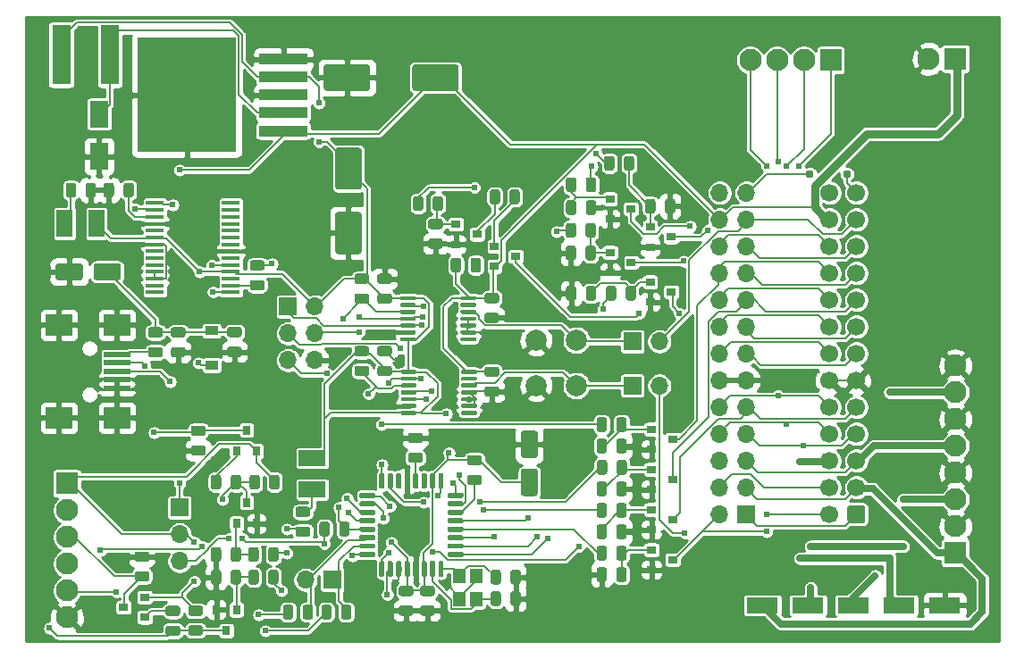
<source format=gbr>
%TF.GenerationSoftware,KiCad,Pcbnew,(5.1.6)-1*%
%TF.CreationDate,2021-03-15T19:33:02-07:00*%
%TF.ProjectId,DJetECUTester,444a6574-4543-4555-9465-737465722e6b,rev?*%
%TF.SameCoordinates,Original*%
%TF.FileFunction,Copper,L1,Top*%
%TF.FilePolarity,Positive*%
%FSLAX46Y46*%
G04 Gerber Fmt 4.6, Leading zero omitted, Abs format (unit mm)*
G04 Created by KiCad (PCBNEW (5.1.6)-1) date 2021-03-15 19:33:02*
%MOMM*%
%LPD*%
G01*
G04 APERTURE LIST*
%TA.AperFunction,ComponentPad*%
%ADD10C,1.700000*%
%TD*%
%TA.AperFunction,SMDPad,CuDef*%
%ADD11R,3.000000X1.500000*%
%TD*%
%TA.AperFunction,ComponentPad*%
%ADD12C,2.100000*%
%TD*%
%TA.AperFunction,ComponentPad*%
%ADD13R,2.100000X2.100000*%
%TD*%
%TA.AperFunction,SMDPad,CuDef*%
%ADD14R,1.200000X1.400000*%
%TD*%
%TA.AperFunction,SMDPad,CuDef*%
%ADD15R,0.800000X0.900000*%
%TD*%
%TA.AperFunction,SMDPad,CuDef*%
%ADD16R,0.900000X0.800000*%
%TD*%
%TA.AperFunction,SMDPad,CuDef*%
%ADD17C,2.000000*%
%TD*%
%TA.AperFunction,SMDPad,CuDef*%
%ADD18R,2.600000X1.500000*%
%TD*%
%TA.AperFunction,SMDPad,CuDef*%
%ADD19R,1.800000X2.500000*%
%TD*%
%TA.AperFunction,SMDPad,CuDef*%
%ADD20R,1.500000X2.600000*%
%TD*%
%TA.AperFunction,SMDPad,CuDef*%
%ADD21R,1.220000X0.910000*%
%TD*%
%TA.AperFunction,ComponentPad*%
%ADD22R,1.700000X1.700000*%
%TD*%
%TA.AperFunction,ComponentPad*%
%ADD23O,1.700000X1.700000*%
%TD*%
%TA.AperFunction,SMDPad,CuDef*%
%ADD24R,2.500000X2.000000*%
%TD*%
%TA.AperFunction,SMDPad,CuDef*%
%ADD25R,2.500000X0.500000*%
%TD*%
%TA.AperFunction,SMDPad,CuDef*%
%ADD26R,1.800000X5.700000*%
%TD*%
%TA.AperFunction,SMDPad,CuDef*%
%ADD27R,4.600000X1.100000*%
%TD*%
%TA.AperFunction,SMDPad,CuDef*%
%ADD28R,9.400000X10.800000*%
%TD*%
%TA.AperFunction,SMDPad,CuDef*%
%ADD29R,1.750000X0.450000*%
%TD*%
%TA.AperFunction,ViaPad*%
%ADD30C,0.620000*%
%TD*%
%TA.AperFunction,ViaPad*%
%ADD31C,0.684000*%
%TD*%
%TA.AperFunction,ViaPad*%
%ADD32C,0.780000*%
%TD*%
%TA.AperFunction,Conductor*%
%ADD33C,0.152400*%
%TD*%
%TA.AperFunction,Conductor*%
%ADD34C,0.780000*%
%TD*%
%TA.AperFunction,Conductor*%
%ADD35C,0.684000*%
%TD*%
%TA.AperFunction,Conductor*%
%ADD36C,0.254000*%
%TD*%
G04 APERTURE END LIST*
%TO.P,J2,1*%
%TO.N,/ECU_AIRTEMP*%
%TA.AperFunction,ComponentPad*%
G36*
G01*
X253961000Y-113446000D02*
X253961000Y-114646000D01*
G75*
G02*
X253711000Y-114896000I-250000J0D01*
G01*
X252511000Y-114896000D01*
G75*
G02*
X252261000Y-114646000I0J250000D01*
G01*
X252261000Y-113446000D01*
G75*
G02*
X252511000Y-113196000I250000J0D01*
G01*
X253711000Y-113196000D01*
G75*
G02*
X253961000Y-113446000I0J-250000D01*
G01*
G37*
%TD.AperFunction*%
D10*
%TO.P,J2,3*%
%TO.N,/ECU_INJGROUP1*%
X253111000Y-111506000D03*
%TO.P,J2,5*%
%TO.N,/ECU_INJGROUP3*%
X253111000Y-108966000D03*
%TO.P,J2,7*%
%TO.N,/MPS-7*%
X253111000Y-106426000D03*
%TO.P,J2,9*%
%TO.N,/ECU_TPSACCEL1*%
X253111000Y-103886000D03*
%TO.P,J2,11*%
%TO.N,GND*%
X253111000Y-101346000D03*
%TO.P,J2,13*%
%TO.N,/ECU_TRIGGERGROUP2*%
X253111000Y-98806000D03*
%TO.P,J2,15*%
%TO.N,/MPS-15*%
X253111000Y-96266000D03*
%TO.P,J2,17*%
%TO.N,/ECU_TPSIDLE*%
X253111000Y-93726000D03*
%TO.P,J2,19*%
%TO.N,/ECU_FUELPUMPRELAY*%
X253111000Y-91186000D03*
%TO.P,J2,21*%
%TO.N,/ECU_TRIGGERGROUP1*%
X253111000Y-88646000D03*
%TO.P,J2,23*%
%TO.N,/ECU_COOLANTTEMP*%
X253111000Y-86106000D03*
%TO.P,J2,25*%
%TO.N,/ECU_DIAGGROUP13*%
X253111000Y-83566000D03*
%TO.P,J2,2*%
%TO.N,/ECU_TPSWOT*%
X250571000Y-114046000D03*
%TO.P,J2,4*%
%TO.N,/ECU_INJGROUP2*%
X250571000Y-111506000D03*
%TO.P,J2,6*%
%TO.N,/ECU_INJGROUP4*%
X250571000Y-108966000D03*
%TO.P,J2,8*%
%TO.N,/MPS-8*%
X250571000Y-106426000D03*
%TO.P,J2,10*%
%TO.N,/MPS-10*%
X250571000Y-103886000D03*
%TO.P,J2,12*%
%TO.N,GND*%
X250571000Y-101346000D03*
%TO.P,J2,14*%
%TO.N,/ECU_TRIGGERGROUP4*%
X250571000Y-98806000D03*
%TO.P,J2,16*%
%TO.N,+12V*%
X250571000Y-96266000D03*
%TO.P,J2,18*%
%TO.N,/ECU_COLDSTARTRELAY*%
X250571000Y-93726000D03*
%TO.P,J2,20*%
%TO.N,/ECU_TPSACCEL2*%
X250571000Y-91186000D03*
%TO.P,J2,22*%
%TO.N,/ECU_TRIGGERGROUP3*%
X250571000Y-88646000D03*
%TO.P,J2,24*%
%TO.N,+12V*%
X250571000Y-86106000D03*
%TO.P,J2,26*%
%TO.N,Net-(J2-Pad26)*%
X250571000Y-83566000D03*
%TD*%
D11*
%TO.P,TP8,1*%
%TO.N,/ECU_INJGROUP4*%
X257175000Y-122682000D03*
%TD*%
D12*
%TO.P,J6,4*%
%TO.N,/MPS-15*%
X243045000Y-70993000D03*
%TO.P,J6,3*%
%TO.N,/MPS-10*%
X245585000Y-70993000D03*
%TO.P,J6,2*%
%TO.N,/MPS-8*%
X248125000Y-70993000D03*
D13*
%TO.P,J6,1*%
%TO.N,/MPS-7*%
X250665000Y-70993000D03*
%TD*%
D12*
%TO.P,J8,8*%
%TO.N,GND*%
X262500000Y-99949000D03*
%TO.P,J8,7*%
%TO.N,/ECU_INJGROUP4*%
X262500000Y-102489000D03*
%TO.P,J8,6*%
%TO.N,GND*%
X262500000Y-105029000D03*
%TO.P,J8,5*%
%TO.N,/ECU_INJGROUP3*%
X262500000Y-107569000D03*
%TO.P,J8,4*%
%TO.N,GND*%
X262500000Y-110109000D03*
%TO.P,J8,3*%
%TO.N,/ECU_INJGROUP2*%
X262500000Y-112649000D03*
%TO.P,J8,2*%
%TO.N,GND*%
X262500000Y-115189000D03*
D13*
%TO.P,J8,1*%
%TO.N,/ECU_INJGROUP1*%
X262500000Y-117729000D03*
%TD*%
D14*
%TO.P,Y1,4*%
%TO.N,GND*%
X217119000Y-119888000D03*
%TO.P,Y1,3*%
%TO.N,Net-(C5-Pad2)*%
X217119000Y-122088000D03*
%TO.P,Y1,1*%
%TO.N,Net-(C4-Pad1)*%
X215519000Y-119888000D03*
%TO.P,Y1,2*%
%TO.N,GND*%
X215519000Y-122088000D03*
%TD*%
%TO.P,R37,2*%
%TO.N,GND*%
%TA.AperFunction,SMDPad,CuDef*%
G36*
G01*
X190297750Y-107511000D02*
X191210250Y-107511000D01*
G75*
G02*
X191454000Y-107754750I0J-243750D01*
G01*
X191454000Y-108242250D01*
G75*
G02*
X191210250Y-108486000I-243750J0D01*
G01*
X190297750Y-108486000D01*
G75*
G02*
X190054000Y-108242250I0J243750D01*
G01*
X190054000Y-107754750D01*
G75*
G02*
X190297750Y-107511000I243750J0D01*
G01*
G37*
%TD.AperFunction*%
%TO.P,R37,1*%
%TO.N,Net-(J7-Pad5)*%
%TA.AperFunction,SMDPad,CuDef*%
G36*
G01*
X190297750Y-105636000D02*
X191210250Y-105636000D01*
G75*
G02*
X191454000Y-105879750I0J-243750D01*
G01*
X191454000Y-106367250D01*
G75*
G02*
X191210250Y-106611000I-243750J0D01*
G01*
X190297750Y-106611000D01*
G75*
G02*
X190054000Y-106367250I0J243750D01*
G01*
X190054000Y-105879750D01*
G75*
G02*
X190297750Y-105636000I243750J0D01*
G01*
G37*
%TD.AperFunction*%
%TD*%
%TO.P,R36,2*%
%TO.N,GND*%
%TA.AperFunction,SMDPad,CuDef*%
G36*
G01*
X185876250Y-118549000D02*
X184963750Y-118549000D01*
G75*
G02*
X184720000Y-118305250I0J243750D01*
G01*
X184720000Y-117817750D01*
G75*
G02*
X184963750Y-117574000I243750J0D01*
G01*
X185876250Y-117574000D01*
G75*
G02*
X186120000Y-117817750I0J-243750D01*
G01*
X186120000Y-118305250D01*
G75*
G02*
X185876250Y-118549000I-243750J0D01*
G01*
G37*
%TD.AperFunction*%
%TO.P,R36,1*%
%TO.N,Net-(J7-Pad3)*%
%TA.AperFunction,SMDPad,CuDef*%
G36*
G01*
X185876250Y-120424000D02*
X184963750Y-120424000D01*
G75*
G02*
X184720000Y-120180250I0J243750D01*
G01*
X184720000Y-119692750D01*
G75*
G02*
X184963750Y-119449000I243750J0D01*
G01*
X185876250Y-119449000D01*
G75*
G02*
X186120000Y-119692750I0J-243750D01*
G01*
X186120000Y-120180250D01*
G75*
G02*
X185876250Y-120424000I-243750J0D01*
G01*
G37*
%TD.AperFunction*%
%TD*%
%TO.P,R32,2*%
%TO.N,Net-(J7-Pad4)*%
%TA.AperFunction,SMDPad,CuDef*%
G36*
G01*
X193822500Y-111454250D02*
X193822500Y-110541750D01*
G75*
G02*
X194066250Y-110298000I243750J0D01*
G01*
X194553750Y-110298000D01*
G75*
G02*
X194797500Y-110541750I0J-243750D01*
G01*
X194797500Y-111454250D01*
G75*
G02*
X194553750Y-111698000I-243750J0D01*
G01*
X194066250Y-111698000D01*
G75*
G02*
X193822500Y-111454250I0J243750D01*
G01*
G37*
%TD.AperFunction*%
%TO.P,R32,1*%
%TO.N,Net-(Q14-Pad1)*%
%TA.AperFunction,SMDPad,CuDef*%
G36*
G01*
X191947500Y-111454250D02*
X191947500Y-110541750D01*
G75*
G02*
X192191250Y-110298000I243750J0D01*
G01*
X192678750Y-110298000D01*
G75*
G02*
X192922500Y-110541750I0J-243750D01*
G01*
X192922500Y-111454250D01*
G75*
G02*
X192678750Y-111698000I-243750J0D01*
G01*
X192191250Y-111698000D01*
G75*
G02*
X191947500Y-111454250I0J243750D01*
G01*
G37*
%TD.AperFunction*%
%TD*%
%TO.P,R31,2*%
%TO.N,Net-(J7-Pad2)*%
%TA.AperFunction,SMDPad,CuDef*%
G36*
G01*
X187884750Y-124607500D02*
X188797250Y-124607500D01*
G75*
G02*
X189041000Y-124851250I0J-243750D01*
G01*
X189041000Y-125338750D01*
G75*
G02*
X188797250Y-125582500I-243750J0D01*
G01*
X187884750Y-125582500D01*
G75*
G02*
X187641000Y-125338750I0J243750D01*
G01*
X187641000Y-124851250D01*
G75*
G02*
X187884750Y-124607500I243750J0D01*
G01*
G37*
%TD.AperFunction*%
%TO.P,R31,1*%
%TO.N,Net-(Q13-Pad1)*%
%TA.AperFunction,SMDPad,CuDef*%
G36*
G01*
X187884750Y-122732500D02*
X188797250Y-122732500D01*
G75*
G02*
X189041000Y-122976250I0J-243750D01*
G01*
X189041000Y-123463750D01*
G75*
G02*
X188797250Y-123707500I-243750J0D01*
G01*
X187884750Y-123707500D01*
G75*
G02*
X187641000Y-123463750I0J243750D01*
G01*
X187641000Y-122976250D01*
G75*
G02*
X187884750Y-122732500I243750J0D01*
G01*
G37*
%TD.AperFunction*%
%TD*%
%TO.P,R30,2*%
%TO.N,Net-(J7-Pad4)*%
%TA.AperFunction,SMDPad,CuDef*%
G36*
G01*
X196575500Y-110541750D02*
X196575500Y-111454250D01*
G75*
G02*
X196331750Y-111698000I-243750J0D01*
G01*
X195844250Y-111698000D01*
G75*
G02*
X195600500Y-111454250I0J243750D01*
G01*
X195600500Y-110541750D01*
G75*
G02*
X195844250Y-110298000I243750J0D01*
G01*
X196331750Y-110298000D01*
G75*
G02*
X196575500Y-110541750I0J-243750D01*
G01*
G37*
%TD.AperFunction*%
%TO.P,R30,1*%
%TO.N,/Vacuum/VACVCC*%
%TA.AperFunction,SMDPad,CuDef*%
G36*
G01*
X198450500Y-110541750D02*
X198450500Y-111454250D01*
G75*
G02*
X198206750Y-111698000I-243750J0D01*
G01*
X197719250Y-111698000D01*
G75*
G02*
X197475500Y-111454250I0J243750D01*
G01*
X197475500Y-110541750D01*
G75*
G02*
X197719250Y-110298000I243750J0D01*
G01*
X198206750Y-110298000D01*
G75*
G02*
X198450500Y-110541750I0J-243750D01*
G01*
G37*
%TD.AperFunction*%
%TD*%
%TO.P,R29,2*%
%TO.N,Net-(J7-Pad2)*%
%TA.AperFunction,SMDPad,CuDef*%
G36*
G01*
X190043750Y-124577500D02*
X190956250Y-124577500D01*
G75*
G02*
X191200000Y-124821250I0J-243750D01*
G01*
X191200000Y-125308750D01*
G75*
G02*
X190956250Y-125552500I-243750J0D01*
G01*
X190043750Y-125552500D01*
G75*
G02*
X189800000Y-125308750I0J243750D01*
G01*
X189800000Y-124821250D01*
G75*
G02*
X190043750Y-124577500I243750J0D01*
G01*
G37*
%TD.AperFunction*%
%TO.P,R29,1*%
%TO.N,/Vacuum/VACVCC*%
%TA.AperFunction,SMDPad,CuDef*%
G36*
G01*
X190043750Y-122702500D02*
X190956250Y-122702500D01*
G75*
G02*
X191200000Y-122946250I0J-243750D01*
G01*
X191200000Y-123433750D01*
G75*
G02*
X190956250Y-123677500I-243750J0D01*
G01*
X190043750Y-123677500D01*
G75*
G02*
X189800000Y-123433750I0J243750D01*
G01*
X189800000Y-122946250D01*
G75*
G02*
X190043750Y-122702500I243750J0D01*
G01*
G37*
%TD.AperFunction*%
%TD*%
D15*
%TO.P,Q14,3*%
%TO.N,Net-(J7-Pad5)*%
X195326000Y-106061000D03*
%TO.P,Q14,2*%
%TO.N,/Vacuum/VACVCC*%
X196276000Y-108061000D03*
%TO.P,Q14,1*%
%TO.N,Net-(Q14-Pad1)*%
X194376000Y-108061000D03*
%TD*%
D16*
%TO.P,Q13,3*%
%TO.N,Net-(J7-Pad3)*%
X183674000Y-122870000D03*
%TO.P,Q13,2*%
%TO.N,/Vacuum/VACVCC*%
X185674000Y-121920000D03*
%TO.P,Q13,1*%
%TO.N,Net-(Q13-Pad1)*%
X185674000Y-123820000D03*
%TD*%
D13*
%TO.P,J7,1*%
%TO.N,/Vacuum/VACVCC*%
X178308000Y-111125000D03*
D12*
%TO.P,J7,2*%
%TO.N,Net-(J7-Pad2)*%
X178308000Y-113665000D03*
%TO.P,J7,3*%
%TO.N,Net-(J7-Pad3)*%
X178308000Y-116205000D03*
%TO.P,J7,4*%
%TO.N,Net-(J7-Pad4)*%
X178308000Y-118745000D03*
%TO.P,J7,5*%
%TO.N,Net-(J7-Pad5)*%
X178308000Y-121285000D03*
%TO.P,J7,6*%
%TO.N,GND*%
X178308000Y-123825000D03*
%TD*%
D17*
%TO.P,TP4,1*%
%TO.N,GND*%
X222758000Y-97536000D03*
%TD*%
%TO.P,TP3,1*%
%TO.N,Net-(JP3-Pad1)*%
X226568000Y-97536000D03*
%TD*%
%TO.P,TP2,1*%
%TO.N,GND*%
X222758000Y-101854000D03*
%TD*%
%TO.P,TP1,1*%
%TO.N,Net-(JP2-Pad1)*%
X226568000Y-101854000D03*
%TD*%
%TO.P,C1,2*%
%TO.N,GND*%
%TA.AperFunction,SMDPad,CuDef*%
G36*
G01*
X222673000Y-108720000D02*
X221573000Y-108720000D01*
G75*
G02*
X221323000Y-108470000I0J250000D01*
G01*
X221323000Y-106370000D01*
G75*
G02*
X221573000Y-106120000I250000J0D01*
G01*
X222673000Y-106120000D01*
G75*
G02*
X222923000Y-106370000I0J-250000D01*
G01*
X222923000Y-108470000D01*
G75*
G02*
X222673000Y-108720000I-250000J0D01*
G01*
G37*
%TD.AperFunction*%
%TO.P,C1,1*%
%TO.N,+5V*%
%TA.AperFunction,SMDPad,CuDef*%
G36*
G01*
X222673000Y-112320000D02*
X221573000Y-112320000D01*
G75*
G02*
X221323000Y-112070000I0J250000D01*
G01*
X221323000Y-109970000D01*
G75*
G02*
X221573000Y-109720000I250000J0D01*
G01*
X222673000Y-109720000D01*
G75*
G02*
X222923000Y-109970000I0J-250000D01*
G01*
X222923000Y-112070000D01*
G75*
G02*
X222673000Y-112320000I-250000J0D01*
G01*
G37*
%TD.AperFunction*%
%TD*%
%TO.P,C2,1*%
%TO.N,Net-(C2-Pad1)*%
%TA.AperFunction,SMDPad,CuDef*%
G36*
G01*
X211784250Y-109169500D02*
X210871750Y-109169500D01*
G75*
G02*
X210628000Y-108925750I0J243750D01*
G01*
X210628000Y-108438250D01*
G75*
G02*
X210871750Y-108194500I243750J0D01*
G01*
X211784250Y-108194500D01*
G75*
G02*
X212028000Y-108438250I0J-243750D01*
G01*
X212028000Y-108925750D01*
G75*
G02*
X211784250Y-109169500I-243750J0D01*
G01*
G37*
%TD.AperFunction*%
%TO.P,C2,2*%
%TO.N,GND*%
%TA.AperFunction,SMDPad,CuDef*%
G36*
G01*
X211784250Y-107294500D02*
X210871750Y-107294500D01*
G75*
G02*
X210628000Y-107050750I0J243750D01*
G01*
X210628000Y-106563250D01*
G75*
G02*
X210871750Y-106319500I243750J0D01*
G01*
X211784250Y-106319500D01*
G75*
G02*
X212028000Y-106563250I0J-243750D01*
G01*
X212028000Y-107050750D01*
G75*
G02*
X211784250Y-107294500I-243750J0D01*
G01*
G37*
%TD.AperFunction*%
%TD*%
%TO.P,C3,2*%
%TO.N,GND*%
%TA.AperFunction,SMDPad,CuDef*%
G36*
G01*
X212014750Y-122702500D02*
X212927250Y-122702500D01*
G75*
G02*
X213171000Y-122946250I0J-243750D01*
G01*
X213171000Y-123433750D01*
G75*
G02*
X212927250Y-123677500I-243750J0D01*
G01*
X212014750Y-123677500D01*
G75*
G02*
X211771000Y-123433750I0J243750D01*
G01*
X211771000Y-122946250D01*
G75*
G02*
X212014750Y-122702500I243750J0D01*
G01*
G37*
%TD.AperFunction*%
%TO.P,C3,1*%
%TO.N,+5V*%
%TA.AperFunction,SMDPad,CuDef*%
G36*
G01*
X212014750Y-120827500D02*
X212927250Y-120827500D01*
G75*
G02*
X213171000Y-121071250I0J-243750D01*
G01*
X213171000Y-121558750D01*
G75*
G02*
X212927250Y-121802500I-243750J0D01*
G01*
X212014750Y-121802500D01*
G75*
G02*
X211771000Y-121558750I0J243750D01*
G01*
X211771000Y-121071250D01*
G75*
G02*
X212014750Y-120827500I243750J0D01*
G01*
G37*
%TD.AperFunction*%
%TD*%
%TO.P,C4,1*%
%TO.N,Net-(C4-Pad1)*%
%TA.AperFunction,SMDPad,CuDef*%
G36*
G01*
X218460500Y-120471250D02*
X218460500Y-119558750D01*
G75*
G02*
X218704250Y-119315000I243750J0D01*
G01*
X219191750Y-119315000D01*
G75*
G02*
X219435500Y-119558750I0J-243750D01*
G01*
X219435500Y-120471250D01*
G75*
G02*
X219191750Y-120715000I-243750J0D01*
G01*
X218704250Y-120715000D01*
G75*
G02*
X218460500Y-120471250I0J243750D01*
G01*
G37*
%TD.AperFunction*%
%TO.P,C4,2*%
%TO.N,GND*%
%TA.AperFunction,SMDPad,CuDef*%
G36*
G01*
X220335500Y-120471250D02*
X220335500Y-119558750D01*
G75*
G02*
X220579250Y-119315000I243750J0D01*
G01*
X221066750Y-119315000D01*
G75*
G02*
X221310500Y-119558750I0J-243750D01*
G01*
X221310500Y-120471250D01*
G75*
G02*
X221066750Y-120715000I-243750J0D01*
G01*
X220579250Y-120715000D01*
G75*
G02*
X220335500Y-120471250I0J243750D01*
G01*
G37*
%TD.AperFunction*%
%TD*%
%TO.P,C5,1*%
%TO.N,GND*%
%TA.AperFunction,SMDPad,CuDef*%
G36*
G01*
X221310500Y-121590750D02*
X221310500Y-122503250D01*
G75*
G02*
X221066750Y-122747000I-243750J0D01*
G01*
X220579250Y-122747000D01*
G75*
G02*
X220335500Y-122503250I0J243750D01*
G01*
X220335500Y-121590750D01*
G75*
G02*
X220579250Y-121347000I243750J0D01*
G01*
X221066750Y-121347000D01*
G75*
G02*
X221310500Y-121590750I0J-243750D01*
G01*
G37*
%TD.AperFunction*%
%TO.P,C5,2*%
%TO.N,Net-(C5-Pad2)*%
%TA.AperFunction,SMDPad,CuDef*%
G36*
G01*
X219435500Y-121590750D02*
X219435500Y-122503250D01*
G75*
G02*
X219191750Y-122747000I-243750J0D01*
G01*
X218704250Y-122747000D01*
G75*
G02*
X218460500Y-122503250I0J243750D01*
G01*
X218460500Y-121590750D01*
G75*
G02*
X218704250Y-121347000I243750J0D01*
G01*
X219191750Y-121347000D01*
G75*
G02*
X219435500Y-121590750I0J-243750D01*
G01*
G37*
%TD.AperFunction*%
%TD*%
%TO.P,C6,2*%
%TO.N,GND*%
%TA.AperFunction,SMDPad,CuDef*%
G36*
G01*
X209982750Y-122702500D02*
X210895250Y-122702500D01*
G75*
G02*
X211139000Y-122946250I0J-243750D01*
G01*
X211139000Y-123433750D01*
G75*
G02*
X210895250Y-123677500I-243750J0D01*
G01*
X209982750Y-123677500D01*
G75*
G02*
X209739000Y-123433750I0J243750D01*
G01*
X209739000Y-122946250D01*
G75*
G02*
X209982750Y-122702500I243750J0D01*
G01*
G37*
%TD.AperFunction*%
%TO.P,C6,1*%
%TO.N,+5V*%
%TA.AperFunction,SMDPad,CuDef*%
G36*
G01*
X209982750Y-120827500D02*
X210895250Y-120827500D01*
G75*
G02*
X211139000Y-121071250I0J-243750D01*
G01*
X211139000Y-121558750D01*
G75*
G02*
X210895250Y-121802500I-243750J0D01*
G01*
X209982750Y-121802500D01*
G75*
G02*
X209739000Y-121558750I0J243750D01*
G01*
X209739000Y-121071250D01*
G75*
G02*
X209982750Y-120827500I243750J0D01*
G01*
G37*
%TD.AperFunction*%
%TD*%
%TO.P,C7,2*%
%TO.N,VBUS*%
%TA.AperFunction,SMDPad,CuDef*%
G36*
G01*
X194639250Y-97261500D02*
X193726750Y-97261500D01*
G75*
G02*
X193483000Y-97017750I0J243750D01*
G01*
X193483000Y-96530250D01*
G75*
G02*
X193726750Y-96286500I243750J0D01*
G01*
X194639250Y-96286500D01*
G75*
G02*
X194883000Y-96530250I0J-243750D01*
G01*
X194883000Y-97017750D01*
G75*
G02*
X194639250Y-97261500I-243750J0D01*
G01*
G37*
%TD.AperFunction*%
%TO.P,C7,1*%
%TO.N,GND*%
%TA.AperFunction,SMDPad,CuDef*%
G36*
G01*
X194639250Y-99136500D02*
X193726750Y-99136500D01*
G75*
G02*
X193483000Y-98892750I0J243750D01*
G01*
X193483000Y-98405250D01*
G75*
G02*
X193726750Y-98161500I243750J0D01*
G01*
X194639250Y-98161500D01*
G75*
G02*
X194883000Y-98405250I0J-243750D01*
G01*
X194883000Y-98892750D01*
G75*
G02*
X194639250Y-99136500I-243750J0D01*
G01*
G37*
%TD.AperFunction*%
%TD*%
%TO.P,C8,1*%
%TO.N,+12V*%
%TA.AperFunction,SMDPad,CuDef*%
G36*
G01*
X215433000Y-71644000D02*
X215433000Y-73644000D01*
G75*
G02*
X215183000Y-73894000I-250000J0D01*
G01*
X211283000Y-73894000D01*
G75*
G02*
X211033000Y-73644000I0J250000D01*
G01*
X211033000Y-71644000D01*
G75*
G02*
X211283000Y-71394000I250000J0D01*
G01*
X215183000Y-71394000D01*
G75*
G02*
X215433000Y-71644000I0J-250000D01*
G01*
G37*
%TD.AperFunction*%
%TO.P,C8,2*%
%TO.N,GND*%
%TA.AperFunction,SMDPad,CuDef*%
G36*
G01*
X207033000Y-71644000D02*
X207033000Y-73644000D01*
G75*
G02*
X206783000Y-73894000I-250000J0D01*
G01*
X202883000Y-73894000D01*
G75*
G02*
X202633000Y-73644000I0J250000D01*
G01*
X202633000Y-71644000D01*
G75*
G02*
X202883000Y-71394000I250000J0D01*
G01*
X206783000Y-71394000D01*
G75*
G02*
X207033000Y-71644000I0J-250000D01*
G01*
G37*
%TD.AperFunction*%
%TD*%
%TO.P,C9,1*%
%TO.N,+3V3*%
%TA.AperFunction,SMDPad,CuDef*%
G36*
G01*
X184637500Y-82855750D02*
X184637500Y-83768250D01*
G75*
G02*
X184393750Y-84012000I-243750J0D01*
G01*
X183906250Y-84012000D01*
G75*
G02*
X183662500Y-83768250I0J243750D01*
G01*
X183662500Y-82855750D01*
G75*
G02*
X183906250Y-82612000I243750J0D01*
G01*
X184393750Y-82612000D01*
G75*
G02*
X184637500Y-82855750I0J-243750D01*
G01*
G37*
%TD.AperFunction*%
%TO.P,C9,2*%
%TO.N,GND*%
%TA.AperFunction,SMDPad,CuDef*%
G36*
G01*
X182762500Y-82855750D02*
X182762500Y-83768250D01*
G75*
G02*
X182518750Y-84012000I-243750J0D01*
G01*
X182031250Y-84012000D01*
G75*
G02*
X181787500Y-83768250I0J243750D01*
G01*
X181787500Y-82855750D01*
G75*
G02*
X182031250Y-82612000I243750J0D01*
G01*
X182518750Y-82612000D01*
G75*
G02*
X182762500Y-82855750I0J-243750D01*
G01*
G37*
%TD.AperFunction*%
%TD*%
%TO.P,C10,1*%
%TO.N,+5V*%
%TA.AperFunction,SMDPad,CuDef*%
G36*
G01*
X203978000Y-79276000D02*
X205978000Y-79276000D01*
G75*
G02*
X206228000Y-79526000I0J-250000D01*
G01*
X206228000Y-83026000D01*
G75*
G02*
X205978000Y-83276000I-250000J0D01*
G01*
X203978000Y-83276000D01*
G75*
G02*
X203728000Y-83026000I0J250000D01*
G01*
X203728000Y-79526000D01*
G75*
G02*
X203978000Y-79276000I250000J0D01*
G01*
G37*
%TD.AperFunction*%
%TO.P,C10,2*%
%TO.N,GND*%
%TA.AperFunction,SMDPad,CuDef*%
G36*
G01*
X203978000Y-85376000D02*
X205978000Y-85376000D01*
G75*
G02*
X206228000Y-85626000I0J-250000D01*
G01*
X206228000Y-89126000D01*
G75*
G02*
X205978000Y-89376000I-250000J0D01*
G01*
X203978000Y-89376000D01*
G75*
G02*
X203728000Y-89126000I0J250000D01*
G01*
X203728000Y-85626000D01*
G75*
G02*
X203978000Y-85376000I250000J0D01*
G01*
G37*
%TD.AperFunction*%
%TD*%
%TO.P,C11,2*%
%TO.N,Net-(C11-Pad2)*%
%TA.AperFunction,SMDPad,CuDef*%
G36*
G01*
X195885750Y-91841500D02*
X196798250Y-91841500D01*
G75*
G02*
X197042000Y-92085250I0J-243750D01*
G01*
X197042000Y-92572750D01*
G75*
G02*
X196798250Y-92816500I-243750J0D01*
G01*
X195885750Y-92816500D01*
G75*
G02*
X195642000Y-92572750I0J243750D01*
G01*
X195642000Y-92085250D01*
G75*
G02*
X195885750Y-91841500I243750J0D01*
G01*
G37*
%TD.AperFunction*%
%TO.P,C11,1*%
%TO.N,/~RESET*%
%TA.AperFunction,SMDPad,CuDef*%
G36*
G01*
X195885750Y-89966500D02*
X196798250Y-89966500D01*
G75*
G02*
X197042000Y-90210250I0J-243750D01*
G01*
X197042000Y-90697750D01*
G75*
G02*
X196798250Y-90941500I-243750J0D01*
G01*
X195885750Y-90941500D01*
G75*
G02*
X195642000Y-90697750I0J243750D01*
G01*
X195642000Y-90210250D01*
G75*
G02*
X195885750Y-89966500I243750J0D01*
G01*
G37*
%TD.AperFunction*%
%TD*%
%TO.P,C12,1*%
%TO.N,VBUS*%
%TA.AperFunction,SMDPad,CuDef*%
G36*
G01*
X183418000Y-90509000D02*
X183418000Y-91609000D01*
G75*
G02*
X183168000Y-91859000I-250000J0D01*
G01*
X181068000Y-91859000D01*
G75*
G02*
X180818000Y-91609000I0J250000D01*
G01*
X180818000Y-90509000D01*
G75*
G02*
X181068000Y-90259000I250000J0D01*
G01*
X183168000Y-90259000D01*
G75*
G02*
X183418000Y-90509000I0J-250000D01*
G01*
G37*
%TD.AperFunction*%
%TO.P,C12,2*%
%TO.N,GND*%
%TA.AperFunction,SMDPad,CuDef*%
G36*
G01*
X179818000Y-90509000D02*
X179818000Y-91609000D01*
G75*
G02*
X179568000Y-91859000I-250000J0D01*
G01*
X177468000Y-91859000D01*
G75*
G02*
X177218000Y-91609000I0J250000D01*
G01*
X177218000Y-90509000D01*
G75*
G02*
X177468000Y-90259000I250000J0D01*
G01*
X179568000Y-90259000D01*
G75*
G02*
X179818000Y-90509000I0J-250000D01*
G01*
G37*
%TD.AperFunction*%
%TD*%
%TO.P,C13,1*%
%TO.N,VBUS*%
%TA.AperFunction,SMDPad,CuDef*%
G36*
G01*
X188392750Y-96316500D02*
X189305250Y-96316500D01*
G75*
G02*
X189549000Y-96560250I0J-243750D01*
G01*
X189549000Y-97047750D01*
G75*
G02*
X189305250Y-97291500I-243750J0D01*
G01*
X188392750Y-97291500D01*
G75*
G02*
X188149000Y-97047750I0J243750D01*
G01*
X188149000Y-96560250D01*
G75*
G02*
X188392750Y-96316500I243750J0D01*
G01*
G37*
%TD.AperFunction*%
%TO.P,C13,2*%
%TO.N,GND*%
%TA.AperFunction,SMDPad,CuDef*%
G36*
G01*
X188392750Y-98191500D02*
X189305250Y-98191500D01*
G75*
G02*
X189549000Y-98435250I0J-243750D01*
G01*
X189549000Y-98922750D01*
G75*
G02*
X189305250Y-99166500I-243750J0D01*
G01*
X188392750Y-99166500D01*
G75*
G02*
X188149000Y-98922750I0J243750D01*
G01*
X188149000Y-98435250D01*
G75*
G02*
X188392750Y-98191500I243750J0D01*
G01*
G37*
%TD.AperFunction*%
%TD*%
D18*
%TO.P,D1,1*%
%TO.N,Net-(D1-Pad1)*%
X201549000Y-111712000D03*
%TO.P,D1,2*%
%TO.N,+5V*%
X201549000Y-108712000D03*
%TD*%
D19*
%TO.P,D2,1*%
%TO.N,Net-(D2-Pad1)*%
X181356000Y-76105000D03*
%TO.P,D2,2*%
%TO.N,GND*%
X181356000Y-80105000D03*
%TD*%
D20*
%TO.P,D3,2*%
%TO.N,+5V*%
X181102000Y-86487000D03*
%TO.P,D3,1*%
%TO.N,Net-(D3-Pad1)*%
X178102000Y-86487000D03*
%TD*%
D21*
%TO.P,D4,1*%
%TO.N,+5V*%
X192024000Y-99917000D03*
%TO.P,D4,2*%
%TO.N,VBUS*%
X192024000Y-96647000D03*
%TD*%
%TO.P,FB1,1*%
%TO.N,Net-(FB1-Pad1)*%
%TA.AperFunction,SMDPad,CuDef*%
G36*
G01*
X187146250Y-99166500D02*
X186233750Y-99166500D01*
G75*
G02*
X185990000Y-98922750I0J243750D01*
G01*
X185990000Y-98435250D01*
G75*
G02*
X186233750Y-98191500I243750J0D01*
G01*
X187146250Y-98191500D01*
G75*
G02*
X187390000Y-98435250I0J-243750D01*
G01*
X187390000Y-98922750D01*
G75*
G02*
X187146250Y-99166500I-243750J0D01*
G01*
G37*
%TD.AperFunction*%
%TO.P,FB1,2*%
%TO.N,VBUS*%
%TA.AperFunction,SMDPad,CuDef*%
G36*
G01*
X187146250Y-97291500D02*
X186233750Y-97291500D01*
G75*
G02*
X185990000Y-97047750I0J243750D01*
G01*
X185990000Y-96560250D01*
G75*
G02*
X186233750Y-96316500I243750J0D01*
G01*
X187146250Y-96316500D01*
G75*
G02*
X187390000Y-96560250I0J-243750D01*
G01*
X187390000Y-97047750D01*
G75*
G02*
X187146250Y-97291500I-243750J0D01*
G01*
G37*
%TD.AperFunction*%
%TD*%
D22*
%TO.P,J1,1*%
%TO.N,/MISO*%
X199263000Y-94361000D03*
D23*
%TO.P,J1,2*%
%TO.N,+5V*%
X201803000Y-94361000D03*
%TO.P,J1,3*%
%TO.N,/SCK*%
X199263000Y-96901000D03*
%TO.P,J1,4*%
%TO.N,/MOSI*%
X201803000Y-96901000D03*
%TO.P,J1,5*%
%TO.N,/~RESET*%
X199263000Y-99441000D03*
%TO.P,J1,6*%
%TO.N,GND*%
X201803000Y-99441000D03*
%TD*%
D24*
%TO.P,J3,6*%
%TO.N,GND*%
X177546000Y-96102000D03*
X177546000Y-104902000D03*
X183046000Y-96102000D03*
X183046000Y-104902000D03*
D25*
%TO.P,J3,1*%
%TO.N,Net-(FB1-Pad1)*%
X183046000Y-98902000D03*
%TO.P,J3,2*%
%TO.N,Net-(J3-Pad2)*%
X183046000Y-99702000D03*
%TO.P,J3,3*%
%TO.N,Net-(J3-Pad3)*%
X183046000Y-100502000D03*
%TO.P,J3,4*%
%TO.N,GND*%
X183046000Y-101302000D03*
%TO.P,J3,5*%
X183046000Y-102102000D03*
%TD*%
D22*
%TO.P,J4,1*%
%TO.N,/ECU_AIRTEMP*%
X242697000Y-114046000D03*
D23*
%TO.P,J4,2*%
%TO.N,/ECU_TPSWOT*%
X240157000Y-114046000D03*
%TO.P,J4,3*%
%TO.N,/ECU_INJGROUP1*%
X242697000Y-111506000D03*
%TO.P,J4,4*%
%TO.N,/ECU_INJGROUP2*%
X240157000Y-111506000D03*
%TO.P,J4,5*%
%TO.N,/ECU_INJGROUP3*%
X242697000Y-108966000D03*
%TO.P,J4,6*%
%TO.N,/ECU_INJGROUP4*%
X240157000Y-108966000D03*
%TO.P,J4,7*%
%TO.N,/MPS-7*%
X242697000Y-106426000D03*
%TO.P,J4,8*%
%TO.N,/MPS-8*%
X240157000Y-106426000D03*
%TO.P,J4,9*%
%TO.N,/ECU_TPSACCEL1*%
X242697000Y-103886000D03*
%TO.P,J4,10*%
%TO.N,/MPS-10*%
X240157000Y-103886000D03*
%TO.P,J4,11*%
%TO.N,GND*%
X242697000Y-101346000D03*
%TO.P,J4,12*%
X240157000Y-101346000D03*
%TO.P,J4,13*%
%TO.N,/ECU_TRIGGERGROUP2*%
X242697000Y-98806000D03*
%TO.P,J4,14*%
%TO.N,/ECU_TRIGGERGROUP4*%
X240157000Y-98806000D03*
%TO.P,J4,15*%
%TO.N,/MPS-15*%
X242697000Y-96266000D03*
%TO.P,J4,16*%
%TO.N,+12V*%
X240157000Y-96266000D03*
%TO.P,J4,17*%
%TO.N,/ECU_TPSIDLE*%
X242697000Y-93726000D03*
%TO.P,J4,18*%
%TO.N,/ECU_COLDSTARTRELAY*%
X240157000Y-93726000D03*
%TO.P,J4,19*%
%TO.N,/ECU_FUELPUMPRELAY*%
X242697000Y-91186000D03*
%TO.P,J4,20*%
%TO.N,/ECU_TPSACCEL2*%
X240157000Y-91186000D03*
%TO.P,J4,21*%
%TO.N,/ECU_TRIGGERGROUP1*%
X242697000Y-88646000D03*
%TO.P,J4,22*%
%TO.N,/ECU_TRIGGERGROUP3*%
X240157000Y-88646000D03*
%TO.P,J4,23*%
%TO.N,/ECU_COOLANTTEMP*%
X242697000Y-86106000D03*
%TO.P,J4,24*%
%TO.N,+12V*%
X240157000Y-86106000D03*
%TO.P,J4,25*%
%TO.N,/ECU_DIAGGROUP13*%
X242697000Y-83566000D03*
%TO.P,J4,26*%
%TO.N,Net-(J4-Pad26)*%
X240157000Y-83566000D03*
%TD*%
D13*
%TO.P,J5,1*%
%TO.N,+12V*%
X262509000Y-70866000D03*
D12*
%TO.P,J5,2*%
%TO.N,GND*%
X259969000Y-70866000D03*
%TD*%
D22*
%TO.P,JP1,1*%
%TO.N,Net-(JP1-Pad1)*%
X203454000Y-120269000D03*
D23*
%TO.P,JP1,2*%
%TO.N,Net-(JP1-Pad2)*%
X200914000Y-120269000D03*
%TD*%
D22*
%TO.P,JP2,1*%
%TO.N,Net-(JP2-Pad1)*%
X231902000Y-101854000D03*
D23*
%TO.P,JP2,2*%
%TO.N,/ECU_AIRTEMP*%
X234442000Y-101854000D03*
%TD*%
%TO.P,JP3,2*%
%TO.N,/ECU_COOLANTTEMP*%
X234442000Y-97663000D03*
D22*
%TO.P,JP3,1*%
%TO.N,Net-(JP3-Pad1)*%
X231902000Y-97663000D03*
%TD*%
%TO.P,JP4,1*%
%TO.N,+12V*%
X188976000Y-113411000D03*
D23*
%TO.P,JP4,2*%
%TO.N,/Vacuum/VACVCC*%
X188976000Y-115951000D03*
%TO.P,JP4,3*%
%TO.N,+5V*%
X188976000Y-118491000D03*
%TD*%
D26*
%TO.P,L1,1*%
%TO.N,Net-(D2-Pad1)*%
X182372000Y-70485000D03*
%TO.P,L1,2*%
%TO.N,+5V*%
X177772000Y-70485000D03*
%TD*%
D16*
%TO.P,Q1,1*%
%TO.N,Net-(Q1-Pad1)*%
X233696000Y-109794000D03*
%TO.P,Q1,2*%
%TO.N,GND*%
X233696000Y-111694000D03*
%TO.P,Q1,3*%
%TO.N,/ECU_TPSIDLE*%
X235696000Y-110744000D03*
%TD*%
%TO.P,Q2,1*%
%TO.N,Net-(Q2-Pad1)*%
X233696000Y-117414000D03*
%TO.P,Q2,2*%
%TO.N,GND*%
X233696000Y-119314000D03*
%TO.P,Q2,3*%
%TO.N,/ECU_TPSWOT*%
X235696000Y-118364000D03*
%TD*%
%TO.P,Q3,1*%
%TO.N,Net-(Q3-Pad1)*%
X233696000Y-113604000D03*
%TO.P,Q3,2*%
%TO.N,GND*%
X233696000Y-115504000D03*
%TO.P,Q3,3*%
%TO.N,/ECU_TPSACCEL1*%
X235696000Y-114554000D03*
%TD*%
%TO.P,Q4,3*%
%TO.N,/ECU_TPSACCEL2*%
X235696000Y-106934000D03*
%TO.P,Q4,2*%
%TO.N,GND*%
X233696000Y-107884000D03*
%TO.P,Q4,1*%
%TO.N,Net-(Q4-Pad1)*%
X233696000Y-105984000D03*
%TD*%
%TO.P,Q5,1*%
%TO.N,Net-(Q5-Pad1)*%
X233569000Y-86807000D03*
%TO.P,Q5,2*%
%TO.N,GND*%
X233569000Y-88707000D03*
%TO.P,Q5,3*%
%TO.N,/ECU_TRIGGERGROUP1*%
X235569000Y-87757000D03*
%TD*%
%TO.P,Q6,3*%
%TO.N,/ECU_TRIGGERGROUP3*%
X231759000Y-85090000D03*
%TO.P,Q6,2*%
%TO.N,GND*%
X229759000Y-86040000D03*
%TO.P,Q6,1*%
%TO.N,Net-(Q6-Pad1)*%
X229759000Y-84140000D03*
%TD*%
%TO.P,Q7,1*%
%TO.N,Net-(Q7-Pad1)*%
X229775000Y-89220000D03*
%TO.P,Q7,2*%
%TO.N,GND*%
X229775000Y-91120000D03*
%TO.P,Q7,3*%
%TO.N,/ECU_TRIGGERGROUP2*%
X231775000Y-90170000D03*
%TD*%
%TO.P,Q8,1*%
%TO.N,Net-(Q8-Pad1)*%
X233569000Y-92014000D03*
%TO.P,Q8,2*%
%TO.N,GND*%
X233569000Y-93914000D03*
%TO.P,Q8,3*%
%TO.N,/ECU_TRIGGERGROUP4*%
X235569000Y-92964000D03*
%TD*%
D15*
%TO.P,Q9,3*%
%TO.N,Net-(J7-Pad2)*%
X193421000Y-125095000D03*
%TO.P,Q9,2*%
%TO.N,GND*%
X192471000Y-123095000D03*
%TO.P,Q9,1*%
%TO.N,Net-(Q9-Pad1)*%
X194371000Y-123095000D03*
%TD*%
%TO.P,Q10,3*%
%TO.N,Net-(J7-Pad4)*%
X195326000Y-112919000D03*
%TO.P,Q10,2*%
%TO.N,GND*%
X196276000Y-114919000D03*
%TO.P,Q10,1*%
%TO.N,Net-(Q10-Pad1)*%
X194376000Y-114919000D03*
%TD*%
%TO.P,R1,1*%
%TO.N,+5V*%
%TA.AperFunction,SMDPad,CuDef*%
G36*
G01*
X202234500Y-115899250D02*
X202234500Y-114986750D01*
G75*
G02*
X202478250Y-114743000I243750J0D01*
G01*
X202965750Y-114743000D01*
G75*
G02*
X203209500Y-114986750I0J-243750D01*
G01*
X203209500Y-115899250D01*
G75*
G02*
X202965750Y-116143000I-243750J0D01*
G01*
X202478250Y-116143000D01*
G75*
G02*
X202234500Y-115899250I0J243750D01*
G01*
G37*
%TD.AperFunction*%
%TO.P,R1,2*%
%TO.N,/~RESET*%
%TA.AperFunction,SMDPad,CuDef*%
G36*
G01*
X204109500Y-115899250D02*
X204109500Y-114986750D01*
G75*
G02*
X204353250Y-114743000I243750J0D01*
G01*
X204840750Y-114743000D01*
G75*
G02*
X205084500Y-114986750I0J-243750D01*
G01*
X205084500Y-115899250D01*
G75*
G02*
X204840750Y-116143000I-243750J0D01*
G01*
X204353250Y-116143000D01*
G75*
G02*
X204109500Y-115899250I0J243750D01*
G01*
G37*
%TD.AperFunction*%
%TD*%
%TO.P,R2,2*%
%TO.N,Net-(R2-Pad2)*%
%TA.AperFunction,SMDPad,CuDef*%
G36*
G01*
X216459750Y-110305000D02*
X217372250Y-110305000D01*
G75*
G02*
X217616000Y-110548750I0J-243750D01*
G01*
X217616000Y-111036250D01*
G75*
G02*
X217372250Y-111280000I-243750J0D01*
G01*
X216459750Y-111280000D01*
G75*
G02*
X216216000Y-111036250I0J243750D01*
G01*
X216216000Y-110548750D01*
G75*
G02*
X216459750Y-110305000I243750J0D01*
G01*
G37*
%TD.AperFunction*%
%TO.P,R2,1*%
%TO.N,+5V*%
%TA.AperFunction,SMDPad,CuDef*%
G36*
G01*
X216459750Y-108430000D02*
X217372250Y-108430000D01*
G75*
G02*
X217616000Y-108673750I0J-243750D01*
G01*
X217616000Y-109161250D01*
G75*
G02*
X217372250Y-109405000I-243750J0D01*
G01*
X216459750Y-109405000D01*
G75*
G02*
X216216000Y-109161250I0J243750D01*
G01*
X216216000Y-108673750D01*
G75*
G02*
X216459750Y-108430000I243750J0D01*
G01*
G37*
%TD.AperFunction*%
%TD*%
%TO.P,R3,2*%
%TO.N,/TX*%
%TA.AperFunction,SMDPad,CuDef*%
G36*
G01*
X203385000Y-122860750D02*
X203385000Y-123773250D01*
G75*
G02*
X203141250Y-124017000I-243750J0D01*
G01*
X202653750Y-124017000D01*
G75*
G02*
X202410000Y-123773250I0J243750D01*
G01*
X202410000Y-122860750D01*
G75*
G02*
X202653750Y-122617000I243750J0D01*
G01*
X203141250Y-122617000D01*
G75*
G02*
X203385000Y-122860750I0J-243750D01*
G01*
G37*
%TD.AperFunction*%
%TO.P,R3,1*%
%TO.N,Net-(JP1-Pad1)*%
%TA.AperFunction,SMDPad,CuDef*%
G36*
G01*
X205260000Y-122860750D02*
X205260000Y-123773250D01*
G75*
G02*
X205016250Y-124017000I-243750J0D01*
G01*
X204528750Y-124017000D01*
G75*
G02*
X204285000Y-123773250I0J243750D01*
G01*
X204285000Y-122860750D01*
G75*
G02*
X204528750Y-122617000I243750J0D01*
G01*
X205016250Y-122617000D01*
G75*
G02*
X205260000Y-122860750I0J-243750D01*
G01*
G37*
%TD.AperFunction*%
%TD*%
%TO.P,R4,1*%
%TO.N,Net-(JP1-Pad2)*%
%TA.AperFunction,SMDPad,CuDef*%
G36*
G01*
X201625500Y-122860750D02*
X201625500Y-123773250D01*
G75*
G02*
X201381750Y-124017000I-243750J0D01*
G01*
X200894250Y-124017000D01*
G75*
G02*
X200650500Y-123773250I0J243750D01*
G01*
X200650500Y-122860750D01*
G75*
G02*
X200894250Y-122617000I243750J0D01*
G01*
X201381750Y-122617000D01*
G75*
G02*
X201625500Y-122860750I0J-243750D01*
G01*
G37*
%TD.AperFunction*%
%TO.P,R4,2*%
%TO.N,/RX*%
%TA.AperFunction,SMDPad,CuDef*%
G36*
G01*
X199750500Y-122860750D02*
X199750500Y-123773250D01*
G75*
G02*
X199506750Y-124017000I-243750J0D01*
G01*
X199019250Y-124017000D01*
G75*
G02*
X198775500Y-123773250I0J243750D01*
G01*
X198775500Y-122860750D01*
G75*
G02*
X199019250Y-122617000I243750J0D01*
G01*
X199506750Y-122617000D01*
G75*
G02*
X199750500Y-122860750I0J-243750D01*
G01*
G37*
%TD.AperFunction*%
%TD*%
%TO.P,R5,1*%
%TO.N,Net-(D1-Pad1)*%
%TA.AperFunction,SMDPad,CuDef*%
G36*
G01*
X200203750Y-113334500D02*
X201116250Y-113334500D01*
G75*
G02*
X201360000Y-113578250I0J-243750D01*
G01*
X201360000Y-114065750D01*
G75*
G02*
X201116250Y-114309500I-243750J0D01*
G01*
X200203750Y-114309500D01*
G75*
G02*
X199960000Y-114065750I0J243750D01*
G01*
X199960000Y-113578250D01*
G75*
G02*
X200203750Y-113334500I243750J0D01*
G01*
G37*
%TD.AperFunction*%
%TO.P,R5,2*%
%TO.N,/STATUS*%
%TA.AperFunction,SMDPad,CuDef*%
G36*
G01*
X200203750Y-115209500D02*
X201116250Y-115209500D01*
G75*
G02*
X201360000Y-115453250I0J-243750D01*
G01*
X201360000Y-115940750D01*
G75*
G02*
X201116250Y-116184500I-243750J0D01*
G01*
X200203750Y-116184500D01*
G75*
G02*
X199960000Y-115940750I0J243750D01*
G01*
X199960000Y-115453250D01*
G75*
G02*
X200203750Y-115209500I243750J0D01*
G01*
G37*
%TD.AperFunction*%
%TD*%
%TO.P,R6,2*%
%TO.N,Net-(D3-Pad1)*%
%TA.AperFunction,SMDPad,CuDef*%
G36*
G01*
X179176500Y-82855750D02*
X179176500Y-83768250D01*
G75*
G02*
X178932750Y-84012000I-243750J0D01*
G01*
X178445250Y-84012000D01*
G75*
G02*
X178201500Y-83768250I0J243750D01*
G01*
X178201500Y-82855750D01*
G75*
G02*
X178445250Y-82612000I243750J0D01*
G01*
X178932750Y-82612000D01*
G75*
G02*
X179176500Y-82855750I0J-243750D01*
G01*
G37*
%TD.AperFunction*%
%TO.P,R6,1*%
%TO.N,GND*%
%TA.AperFunction,SMDPad,CuDef*%
G36*
G01*
X181051500Y-82855750D02*
X181051500Y-83768250D01*
G75*
G02*
X180807750Y-84012000I-243750J0D01*
G01*
X180320250Y-84012000D01*
G75*
G02*
X180076500Y-83768250I0J243750D01*
G01*
X180076500Y-82855750D01*
G75*
G02*
X180320250Y-82612000I243750J0D01*
G01*
X180807750Y-82612000D01*
G75*
G02*
X181051500Y-82855750I0J-243750D01*
G01*
G37*
%TD.AperFunction*%
%TD*%
%TO.P,R7,1*%
%TO.N,Net-(Q1-Pad1)*%
%TA.AperFunction,SMDPad,CuDef*%
G36*
G01*
X231373500Y-109144750D02*
X231373500Y-110057250D01*
G75*
G02*
X231129750Y-110301000I-243750J0D01*
G01*
X230642250Y-110301000D01*
G75*
G02*
X230398500Y-110057250I0J243750D01*
G01*
X230398500Y-109144750D01*
G75*
G02*
X230642250Y-108901000I243750J0D01*
G01*
X231129750Y-108901000D01*
G75*
G02*
X231373500Y-109144750I0J-243750D01*
G01*
G37*
%TD.AperFunction*%
%TO.P,R7,2*%
%TO.N,/TPSIDLE*%
%TA.AperFunction,SMDPad,CuDef*%
G36*
G01*
X229498500Y-109144750D02*
X229498500Y-110057250D01*
G75*
G02*
X229254750Y-110301000I-243750J0D01*
G01*
X228767250Y-110301000D01*
G75*
G02*
X228523500Y-110057250I0J243750D01*
G01*
X228523500Y-109144750D01*
G75*
G02*
X228767250Y-108901000I243750J0D01*
G01*
X229254750Y-108901000D01*
G75*
G02*
X229498500Y-109144750I0J-243750D01*
G01*
G37*
%TD.AperFunction*%
%TD*%
%TO.P,R8,1*%
%TO.N,Net-(Q2-Pad1)*%
%TA.AperFunction,SMDPad,CuDef*%
G36*
G01*
X231343500Y-117272750D02*
X231343500Y-118185250D01*
G75*
G02*
X231099750Y-118429000I-243750J0D01*
G01*
X230612250Y-118429000D01*
G75*
G02*
X230368500Y-118185250I0J243750D01*
G01*
X230368500Y-117272750D01*
G75*
G02*
X230612250Y-117029000I243750J0D01*
G01*
X231099750Y-117029000D01*
G75*
G02*
X231343500Y-117272750I0J-243750D01*
G01*
G37*
%TD.AperFunction*%
%TO.P,R8,2*%
%TO.N,/TPSWOT*%
%TA.AperFunction,SMDPad,CuDef*%
G36*
G01*
X229468500Y-117272750D02*
X229468500Y-118185250D01*
G75*
G02*
X229224750Y-118429000I-243750J0D01*
G01*
X228737250Y-118429000D01*
G75*
G02*
X228493500Y-118185250I0J243750D01*
G01*
X228493500Y-117272750D01*
G75*
G02*
X228737250Y-117029000I243750J0D01*
G01*
X229224750Y-117029000D01*
G75*
G02*
X229468500Y-117272750I0J-243750D01*
G01*
G37*
%TD.AperFunction*%
%TD*%
%TO.P,R9,2*%
%TO.N,GND*%
%TA.AperFunction,SMDPad,CuDef*%
G36*
G01*
X230368500Y-112089250D02*
X230368500Y-111176750D01*
G75*
G02*
X230612250Y-110933000I243750J0D01*
G01*
X231099750Y-110933000D01*
G75*
G02*
X231343500Y-111176750I0J-243750D01*
G01*
X231343500Y-112089250D01*
G75*
G02*
X231099750Y-112333000I-243750J0D01*
G01*
X230612250Y-112333000D01*
G75*
G02*
X230368500Y-112089250I0J243750D01*
G01*
G37*
%TD.AperFunction*%
%TO.P,R9,1*%
%TO.N,Net-(Q1-Pad1)*%
%TA.AperFunction,SMDPad,CuDef*%
G36*
G01*
X228493500Y-112089250D02*
X228493500Y-111176750D01*
G75*
G02*
X228737250Y-110933000I243750J0D01*
G01*
X229224750Y-110933000D01*
G75*
G02*
X229468500Y-111176750I0J-243750D01*
G01*
X229468500Y-112089250D01*
G75*
G02*
X229224750Y-112333000I-243750J0D01*
G01*
X228737250Y-112333000D01*
G75*
G02*
X228493500Y-112089250I0J243750D01*
G01*
G37*
%TD.AperFunction*%
%TD*%
%TO.P,R10,1*%
%TO.N,Net-(Q2-Pad1)*%
%TA.AperFunction,SMDPad,CuDef*%
G36*
G01*
X231343500Y-119304750D02*
X231343500Y-120217250D01*
G75*
G02*
X231099750Y-120461000I-243750J0D01*
G01*
X230612250Y-120461000D01*
G75*
G02*
X230368500Y-120217250I0J243750D01*
G01*
X230368500Y-119304750D01*
G75*
G02*
X230612250Y-119061000I243750J0D01*
G01*
X231099750Y-119061000D01*
G75*
G02*
X231343500Y-119304750I0J-243750D01*
G01*
G37*
%TD.AperFunction*%
%TO.P,R10,2*%
%TO.N,GND*%
%TA.AperFunction,SMDPad,CuDef*%
G36*
G01*
X229468500Y-119304750D02*
X229468500Y-120217250D01*
G75*
G02*
X229224750Y-120461000I-243750J0D01*
G01*
X228737250Y-120461000D01*
G75*
G02*
X228493500Y-120217250I0J243750D01*
G01*
X228493500Y-119304750D01*
G75*
G02*
X228737250Y-119061000I243750J0D01*
G01*
X229224750Y-119061000D01*
G75*
G02*
X229468500Y-119304750I0J-243750D01*
G01*
G37*
%TD.AperFunction*%
%TD*%
%TO.P,R11,1*%
%TO.N,Net-(Q3-Pad1)*%
%TA.AperFunction,SMDPad,CuDef*%
G36*
G01*
X231343500Y-113208750D02*
X231343500Y-114121250D01*
G75*
G02*
X231099750Y-114365000I-243750J0D01*
G01*
X230612250Y-114365000D01*
G75*
G02*
X230368500Y-114121250I0J243750D01*
G01*
X230368500Y-113208750D01*
G75*
G02*
X230612250Y-112965000I243750J0D01*
G01*
X231099750Y-112965000D01*
G75*
G02*
X231343500Y-113208750I0J-243750D01*
G01*
G37*
%TD.AperFunction*%
%TO.P,R11,2*%
%TO.N,/TPSACCEL1*%
%TA.AperFunction,SMDPad,CuDef*%
G36*
G01*
X229468500Y-113208750D02*
X229468500Y-114121250D01*
G75*
G02*
X229224750Y-114365000I-243750J0D01*
G01*
X228737250Y-114365000D01*
G75*
G02*
X228493500Y-114121250I0J243750D01*
G01*
X228493500Y-113208750D01*
G75*
G02*
X228737250Y-112965000I243750J0D01*
G01*
X229224750Y-112965000D01*
G75*
G02*
X229468500Y-113208750I0J-243750D01*
G01*
G37*
%TD.AperFunction*%
%TD*%
%TO.P,R12,1*%
%TO.N,Net-(Q4-Pad1)*%
%TA.AperFunction,SMDPad,CuDef*%
G36*
G01*
X231343500Y-105080750D02*
X231343500Y-105993250D01*
G75*
G02*
X231099750Y-106237000I-243750J0D01*
G01*
X230612250Y-106237000D01*
G75*
G02*
X230368500Y-105993250I0J243750D01*
G01*
X230368500Y-105080750D01*
G75*
G02*
X230612250Y-104837000I243750J0D01*
G01*
X231099750Y-104837000D01*
G75*
G02*
X231343500Y-105080750I0J-243750D01*
G01*
G37*
%TD.AperFunction*%
%TO.P,R12,2*%
%TO.N,/TPSACCEL2*%
%TA.AperFunction,SMDPad,CuDef*%
G36*
G01*
X229468500Y-105080750D02*
X229468500Y-105993250D01*
G75*
G02*
X229224750Y-106237000I-243750J0D01*
G01*
X228737250Y-106237000D01*
G75*
G02*
X228493500Y-105993250I0J243750D01*
G01*
X228493500Y-105080750D01*
G75*
G02*
X228737250Y-104837000I243750J0D01*
G01*
X229224750Y-104837000D01*
G75*
G02*
X229468500Y-105080750I0J-243750D01*
G01*
G37*
%TD.AperFunction*%
%TD*%
%TO.P,R13,2*%
%TO.N,GND*%
%TA.AperFunction,SMDPad,CuDef*%
G36*
G01*
X230368500Y-116153250D02*
X230368500Y-115240750D01*
G75*
G02*
X230612250Y-114997000I243750J0D01*
G01*
X231099750Y-114997000D01*
G75*
G02*
X231343500Y-115240750I0J-243750D01*
G01*
X231343500Y-116153250D01*
G75*
G02*
X231099750Y-116397000I-243750J0D01*
G01*
X230612250Y-116397000D01*
G75*
G02*
X230368500Y-116153250I0J243750D01*
G01*
G37*
%TD.AperFunction*%
%TO.P,R13,1*%
%TO.N,Net-(Q3-Pad1)*%
%TA.AperFunction,SMDPad,CuDef*%
G36*
G01*
X228493500Y-116153250D02*
X228493500Y-115240750D01*
G75*
G02*
X228737250Y-114997000I243750J0D01*
G01*
X229224750Y-114997000D01*
G75*
G02*
X229468500Y-115240750I0J-243750D01*
G01*
X229468500Y-116153250D01*
G75*
G02*
X229224750Y-116397000I-243750J0D01*
G01*
X228737250Y-116397000D01*
G75*
G02*
X228493500Y-116153250I0J243750D01*
G01*
G37*
%TD.AperFunction*%
%TD*%
%TO.P,R14,2*%
%TO.N,GND*%
%TA.AperFunction,SMDPad,CuDef*%
G36*
G01*
X230368500Y-108025250D02*
X230368500Y-107112750D01*
G75*
G02*
X230612250Y-106869000I243750J0D01*
G01*
X231099750Y-106869000D01*
G75*
G02*
X231343500Y-107112750I0J-243750D01*
G01*
X231343500Y-108025250D01*
G75*
G02*
X231099750Y-108269000I-243750J0D01*
G01*
X230612250Y-108269000D01*
G75*
G02*
X230368500Y-108025250I0J243750D01*
G01*
G37*
%TD.AperFunction*%
%TO.P,R14,1*%
%TO.N,Net-(Q4-Pad1)*%
%TA.AperFunction,SMDPad,CuDef*%
G36*
G01*
X228493500Y-108025250D02*
X228493500Y-107112750D01*
G75*
G02*
X228737250Y-106869000I243750J0D01*
G01*
X229224750Y-106869000D01*
G75*
G02*
X229468500Y-107112750I0J-243750D01*
G01*
X229468500Y-108025250D01*
G75*
G02*
X229224750Y-108269000I-243750J0D01*
G01*
X228737250Y-108269000D01*
G75*
G02*
X228493500Y-108025250I0J243750D01*
G01*
G37*
%TD.AperFunction*%
%TD*%
%TO.P,R15,2*%
%TO.N,/~AIRTEMP_CS*%
%TA.AperFunction,SMDPad,CuDef*%
G36*
G01*
X205791750Y-99969500D02*
X206704250Y-99969500D01*
G75*
G02*
X206948000Y-100213250I0J-243750D01*
G01*
X206948000Y-100700750D01*
G75*
G02*
X206704250Y-100944500I-243750J0D01*
G01*
X205791750Y-100944500D01*
G75*
G02*
X205548000Y-100700750I0J243750D01*
G01*
X205548000Y-100213250D01*
G75*
G02*
X205791750Y-99969500I243750J0D01*
G01*
G37*
%TD.AperFunction*%
%TO.P,R15,1*%
%TO.N,+5V*%
%TA.AperFunction,SMDPad,CuDef*%
G36*
G01*
X205791750Y-98094500D02*
X206704250Y-98094500D01*
G75*
G02*
X206948000Y-98338250I0J-243750D01*
G01*
X206948000Y-98825750D01*
G75*
G02*
X206704250Y-99069500I-243750J0D01*
G01*
X205791750Y-99069500D01*
G75*
G02*
X205548000Y-98825750I0J243750D01*
G01*
X205548000Y-98338250D01*
G75*
G02*
X205791750Y-98094500I243750J0D01*
G01*
G37*
%TD.AperFunction*%
%TD*%
%TO.P,R16,1*%
%TO.N,+5V*%
%TA.AperFunction,SMDPad,CuDef*%
G36*
G01*
X205791750Y-91236500D02*
X206704250Y-91236500D01*
G75*
G02*
X206948000Y-91480250I0J-243750D01*
G01*
X206948000Y-91967750D01*
G75*
G02*
X206704250Y-92211500I-243750J0D01*
G01*
X205791750Y-92211500D01*
G75*
G02*
X205548000Y-91967750I0J243750D01*
G01*
X205548000Y-91480250D01*
G75*
G02*
X205791750Y-91236500I243750J0D01*
G01*
G37*
%TD.AperFunction*%
%TO.P,R16,2*%
%TO.N,/~COOLANTTEMP_CS*%
%TA.AperFunction,SMDPad,CuDef*%
G36*
G01*
X205791750Y-93111500D02*
X206704250Y-93111500D01*
G75*
G02*
X206948000Y-93355250I0J-243750D01*
G01*
X206948000Y-93842750D01*
G75*
G02*
X206704250Y-94086500I-243750J0D01*
G01*
X205791750Y-94086500D01*
G75*
G02*
X205548000Y-93842750I0J243750D01*
G01*
X205548000Y-93355250D01*
G75*
G02*
X205791750Y-93111500I243750J0D01*
G01*
G37*
%TD.AperFunction*%
%TD*%
%TO.P,R17,2*%
%TO.N,/TRIGGERGROUP1*%
%TA.AperFunction,SMDPad,CuDef*%
G36*
G01*
X230182000Y-80315750D02*
X230182000Y-81228250D01*
G75*
G02*
X229938250Y-81472000I-243750J0D01*
G01*
X229450750Y-81472000D01*
G75*
G02*
X229207000Y-81228250I0J243750D01*
G01*
X229207000Y-80315750D01*
G75*
G02*
X229450750Y-80072000I243750J0D01*
G01*
X229938250Y-80072000D01*
G75*
G02*
X230182000Y-80315750I0J-243750D01*
G01*
G37*
%TD.AperFunction*%
%TO.P,R17,1*%
%TO.N,Net-(Q5-Pad1)*%
%TA.AperFunction,SMDPad,CuDef*%
G36*
G01*
X232057000Y-80315750D02*
X232057000Y-81228250D01*
G75*
G02*
X231813250Y-81472000I-243750J0D01*
G01*
X231325750Y-81472000D01*
G75*
G02*
X231082000Y-81228250I0J243750D01*
G01*
X231082000Y-80315750D01*
G75*
G02*
X231325750Y-80072000I243750J0D01*
G01*
X231813250Y-80072000D01*
G75*
G02*
X232057000Y-80315750I0J-243750D01*
G01*
G37*
%TD.AperFunction*%
%TD*%
%TO.P,R18,2*%
%TO.N,/TRIGGERGROUP2*%
%TA.AperFunction,SMDPad,CuDef*%
G36*
G01*
X227477500Y-83260250D02*
X227477500Y-82347750D01*
G75*
G02*
X227721250Y-82104000I243750J0D01*
G01*
X228208750Y-82104000D01*
G75*
G02*
X228452500Y-82347750I0J-243750D01*
G01*
X228452500Y-83260250D01*
G75*
G02*
X228208750Y-83504000I-243750J0D01*
G01*
X227721250Y-83504000D01*
G75*
G02*
X227477500Y-83260250I0J243750D01*
G01*
G37*
%TD.AperFunction*%
%TO.P,R18,1*%
%TO.N,Net-(Q6-Pad1)*%
%TA.AperFunction,SMDPad,CuDef*%
G36*
G01*
X225602500Y-83260250D02*
X225602500Y-82347750D01*
G75*
G02*
X225846250Y-82104000I243750J0D01*
G01*
X226333750Y-82104000D01*
G75*
G02*
X226577500Y-82347750I0J-243750D01*
G01*
X226577500Y-83260250D01*
G75*
G02*
X226333750Y-83504000I-243750J0D01*
G01*
X225846250Y-83504000D01*
G75*
G02*
X225602500Y-83260250I0J243750D01*
G01*
G37*
%TD.AperFunction*%
%TD*%
%TO.P,R19,1*%
%TO.N,Net-(Q5-Pad1)*%
%TA.AperFunction,SMDPad,CuDef*%
G36*
G01*
X233095500Y-85292250D02*
X233095500Y-84379750D01*
G75*
G02*
X233339250Y-84136000I243750J0D01*
G01*
X233826750Y-84136000D01*
G75*
G02*
X234070500Y-84379750I0J-243750D01*
G01*
X234070500Y-85292250D01*
G75*
G02*
X233826750Y-85536000I-243750J0D01*
G01*
X233339250Y-85536000D01*
G75*
G02*
X233095500Y-85292250I0J243750D01*
G01*
G37*
%TD.AperFunction*%
%TO.P,R19,2*%
%TO.N,GND*%
%TA.AperFunction,SMDPad,CuDef*%
G36*
G01*
X234970500Y-85292250D02*
X234970500Y-84379750D01*
G75*
G02*
X235214250Y-84136000I243750J0D01*
G01*
X235701750Y-84136000D01*
G75*
G02*
X235945500Y-84379750I0J-243750D01*
G01*
X235945500Y-85292250D01*
G75*
G02*
X235701750Y-85536000I-243750J0D01*
G01*
X235214250Y-85536000D01*
G75*
G02*
X234970500Y-85292250I0J243750D01*
G01*
G37*
%TD.AperFunction*%
%TD*%
%TO.P,R20,2*%
%TO.N,GND*%
%TA.AperFunction,SMDPad,CuDef*%
G36*
G01*
X227477500Y-85419250D02*
X227477500Y-84506750D01*
G75*
G02*
X227721250Y-84263000I243750J0D01*
G01*
X228208750Y-84263000D01*
G75*
G02*
X228452500Y-84506750I0J-243750D01*
G01*
X228452500Y-85419250D01*
G75*
G02*
X228208750Y-85663000I-243750J0D01*
G01*
X227721250Y-85663000D01*
G75*
G02*
X227477500Y-85419250I0J243750D01*
G01*
G37*
%TD.AperFunction*%
%TO.P,R20,1*%
%TO.N,Net-(Q6-Pad1)*%
%TA.AperFunction,SMDPad,CuDef*%
G36*
G01*
X225602500Y-85419250D02*
X225602500Y-84506750D01*
G75*
G02*
X225846250Y-84263000I243750J0D01*
G01*
X226333750Y-84263000D01*
G75*
G02*
X226577500Y-84506750I0J-243750D01*
G01*
X226577500Y-85419250D01*
G75*
G02*
X226333750Y-85663000I-243750J0D01*
G01*
X225846250Y-85663000D01*
G75*
G02*
X225602500Y-85419250I0J243750D01*
G01*
G37*
%TD.AperFunction*%
%TD*%
%TO.P,R21,1*%
%TO.N,Net-(Q7-Pad1)*%
%TA.AperFunction,SMDPad,CuDef*%
G36*
G01*
X228422500Y-86665750D02*
X228422500Y-87578250D01*
G75*
G02*
X228178750Y-87822000I-243750J0D01*
G01*
X227691250Y-87822000D01*
G75*
G02*
X227447500Y-87578250I0J243750D01*
G01*
X227447500Y-86665750D01*
G75*
G02*
X227691250Y-86422000I243750J0D01*
G01*
X228178750Y-86422000D01*
G75*
G02*
X228422500Y-86665750I0J-243750D01*
G01*
G37*
%TD.AperFunction*%
%TO.P,R21,2*%
%TO.N,/TRIGGERGROUP3*%
%TA.AperFunction,SMDPad,CuDef*%
G36*
G01*
X226547500Y-86665750D02*
X226547500Y-87578250D01*
G75*
G02*
X226303750Y-87822000I-243750J0D01*
G01*
X225816250Y-87822000D01*
G75*
G02*
X225572500Y-87578250I0J243750D01*
G01*
X225572500Y-86665750D01*
G75*
G02*
X225816250Y-86422000I243750J0D01*
G01*
X226303750Y-86422000D01*
G75*
G02*
X226547500Y-86665750I0J-243750D01*
G01*
G37*
%TD.AperFunction*%
%TD*%
%TO.P,R22,2*%
%TO.N,/TRIGGERGROUP4*%
%TA.AperFunction,SMDPad,CuDef*%
G36*
G01*
X230357500Y-92634750D02*
X230357500Y-93547250D01*
G75*
G02*
X230113750Y-93791000I-243750J0D01*
G01*
X229626250Y-93791000D01*
G75*
G02*
X229382500Y-93547250I0J243750D01*
G01*
X229382500Y-92634750D01*
G75*
G02*
X229626250Y-92391000I243750J0D01*
G01*
X230113750Y-92391000D01*
G75*
G02*
X230357500Y-92634750I0J-243750D01*
G01*
G37*
%TD.AperFunction*%
%TO.P,R22,1*%
%TO.N,Net-(Q8-Pad1)*%
%TA.AperFunction,SMDPad,CuDef*%
G36*
G01*
X232232500Y-92634750D02*
X232232500Y-93547250D01*
G75*
G02*
X231988750Y-93791000I-243750J0D01*
G01*
X231501250Y-93791000D01*
G75*
G02*
X231257500Y-93547250I0J243750D01*
G01*
X231257500Y-92634750D01*
G75*
G02*
X231501250Y-92391000I243750J0D01*
G01*
X231988750Y-92391000D01*
G75*
G02*
X232232500Y-92634750I0J-243750D01*
G01*
G37*
%TD.AperFunction*%
%TD*%
%TO.P,R23,2*%
%TO.N,GND*%
%TA.AperFunction,SMDPad,CuDef*%
G36*
G01*
X226547500Y-88824750D02*
X226547500Y-89737250D01*
G75*
G02*
X226303750Y-89981000I-243750J0D01*
G01*
X225816250Y-89981000D01*
G75*
G02*
X225572500Y-89737250I0J243750D01*
G01*
X225572500Y-88824750D01*
G75*
G02*
X225816250Y-88581000I243750J0D01*
G01*
X226303750Y-88581000D01*
G75*
G02*
X226547500Y-88824750I0J-243750D01*
G01*
G37*
%TD.AperFunction*%
%TO.P,R23,1*%
%TO.N,Net-(Q7-Pad1)*%
%TA.AperFunction,SMDPad,CuDef*%
G36*
G01*
X228422500Y-88824750D02*
X228422500Y-89737250D01*
G75*
G02*
X228178750Y-89981000I-243750J0D01*
G01*
X227691250Y-89981000D01*
G75*
G02*
X227447500Y-89737250I0J243750D01*
G01*
X227447500Y-88824750D01*
G75*
G02*
X227691250Y-88581000I243750J0D01*
G01*
X228178750Y-88581000D01*
G75*
G02*
X228422500Y-88824750I0J-243750D01*
G01*
G37*
%TD.AperFunction*%
%TD*%
%TO.P,R24,2*%
%TO.N,GND*%
%TA.AperFunction,SMDPad,CuDef*%
G36*
G01*
X226577500Y-92634750D02*
X226577500Y-93547250D01*
G75*
G02*
X226333750Y-93791000I-243750J0D01*
G01*
X225846250Y-93791000D01*
G75*
G02*
X225602500Y-93547250I0J243750D01*
G01*
X225602500Y-92634750D01*
G75*
G02*
X225846250Y-92391000I243750J0D01*
G01*
X226333750Y-92391000D01*
G75*
G02*
X226577500Y-92634750I0J-243750D01*
G01*
G37*
%TD.AperFunction*%
%TO.P,R24,1*%
%TO.N,Net-(Q8-Pad1)*%
%TA.AperFunction,SMDPad,CuDef*%
G36*
G01*
X228452500Y-92634750D02*
X228452500Y-93547250D01*
G75*
G02*
X228208750Y-93791000I-243750J0D01*
G01*
X227721250Y-93791000D01*
G75*
G02*
X227477500Y-93547250I0J243750D01*
G01*
X227477500Y-92634750D01*
G75*
G02*
X227721250Y-92391000I243750J0D01*
G01*
X228208750Y-92391000D01*
G75*
G02*
X228452500Y-92634750I0J-243750D01*
G01*
G37*
%TD.AperFunction*%
%TD*%
%TO.P,R25,1*%
%TO.N,Net-(Q9-Pad1)*%
%TA.AperFunction,SMDPad,CuDef*%
G36*
G01*
X195503500Y-120471250D02*
X195503500Y-119558750D01*
G75*
G02*
X195747250Y-119315000I243750J0D01*
G01*
X196234750Y-119315000D01*
G75*
G02*
X196478500Y-119558750I0J-243750D01*
G01*
X196478500Y-120471250D01*
G75*
G02*
X196234750Y-120715000I-243750J0D01*
G01*
X195747250Y-120715000D01*
G75*
G02*
X195503500Y-120471250I0J243750D01*
G01*
G37*
%TD.AperFunction*%
%TO.P,R25,2*%
%TO.N,/VAC1*%
%TA.AperFunction,SMDPad,CuDef*%
G36*
G01*
X197378500Y-120471250D02*
X197378500Y-119558750D01*
G75*
G02*
X197622250Y-119315000I243750J0D01*
G01*
X198109750Y-119315000D01*
G75*
G02*
X198353500Y-119558750I0J-243750D01*
G01*
X198353500Y-120471250D01*
G75*
G02*
X198109750Y-120715000I-243750J0D01*
G01*
X197622250Y-120715000D01*
G75*
G02*
X197378500Y-120471250I0J243750D01*
G01*
G37*
%TD.AperFunction*%
%TD*%
%TO.P,R26,1*%
%TO.N,Net-(Q10-Pad1)*%
%TA.AperFunction,SMDPad,CuDef*%
G36*
G01*
X195503500Y-118312250D02*
X195503500Y-117399750D01*
G75*
G02*
X195747250Y-117156000I243750J0D01*
G01*
X196234750Y-117156000D01*
G75*
G02*
X196478500Y-117399750I0J-243750D01*
G01*
X196478500Y-118312250D01*
G75*
G02*
X196234750Y-118556000I-243750J0D01*
G01*
X195747250Y-118556000D01*
G75*
G02*
X195503500Y-118312250I0J243750D01*
G01*
G37*
%TD.AperFunction*%
%TO.P,R26,2*%
%TO.N,/VAC2*%
%TA.AperFunction,SMDPad,CuDef*%
G36*
G01*
X197378500Y-118312250D02*
X197378500Y-117399750D01*
G75*
G02*
X197622250Y-117156000I243750J0D01*
G01*
X198109750Y-117156000D01*
G75*
G02*
X198353500Y-117399750I0J-243750D01*
G01*
X198353500Y-118312250D01*
G75*
G02*
X198109750Y-118556000I-243750J0D01*
G01*
X197622250Y-118556000D01*
G75*
G02*
X197378500Y-118312250I0J243750D01*
G01*
G37*
%TD.AperFunction*%
%TD*%
%TO.P,R27,1*%
%TO.N,Net-(Q9-Pad1)*%
%TA.AperFunction,SMDPad,CuDef*%
G36*
G01*
X194797500Y-119558750D02*
X194797500Y-120471250D01*
G75*
G02*
X194553750Y-120715000I-243750J0D01*
G01*
X194066250Y-120715000D01*
G75*
G02*
X193822500Y-120471250I0J243750D01*
G01*
X193822500Y-119558750D01*
G75*
G02*
X194066250Y-119315000I243750J0D01*
G01*
X194553750Y-119315000D01*
G75*
G02*
X194797500Y-119558750I0J-243750D01*
G01*
G37*
%TD.AperFunction*%
%TO.P,R27,2*%
%TO.N,GND*%
%TA.AperFunction,SMDPad,CuDef*%
G36*
G01*
X192922500Y-119558750D02*
X192922500Y-120471250D01*
G75*
G02*
X192678750Y-120715000I-243750J0D01*
G01*
X192191250Y-120715000D01*
G75*
G02*
X191947500Y-120471250I0J243750D01*
G01*
X191947500Y-119558750D01*
G75*
G02*
X192191250Y-119315000I243750J0D01*
G01*
X192678750Y-119315000D01*
G75*
G02*
X192922500Y-119558750I0J-243750D01*
G01*
G37*
%TD.AperFunction*%
%TD*%
%TO.P,R28,1*%
%TO.N,Net-(Q10-Pad1)*%
%TA.AperFunction,SMDPad,CuDef*%
G36*
G01*
X194797500Y-117399750D02*
X194797500Y-118312250D01*
G75*
G02*
X194553750Y-118556000I-243750J0D01*
G01*
X194066250Y-118556000D01*
G75*
G02*
X193822500Y-118312250I0J243750D01*
G01*
X193822500Y-117399750D01*
G75*
G02*
X194066250Y-117156000I243750J0D01*
G01*
X194553750Y-117156000D01*
G75*
G02*
X194797500Y-117399750I0J-243750D01*
G01*
G37*
%TD.AperFunction*%
%TO.P,R28,2*%
%TO.N,GND*%
%TA.AperFunction,SMDPad,CuDef*%
G36*
G01*
X192922500Y-117399750D02*
X192922500Y-118312250D01*
G75*
G02*
X192678750Y-118556000I-243750J0D01*
G01*
X192191250Y-118556000D01*
G75*
G02*
X191947500Y-118312250I0J243750D01*
G01*
X191947500Y-117399750D01*
G75*
G02*
X192191250Y-117156000I243750J0D01*
G01*
X192678750Y-117156000D01*
G75*
G02*
X192922500Y-117399750I0J-243750D01*
G01*
G37*
%TD.AperFunction*%
%TD*%
D11*
%TO.P,TP5,1*%
%TO.N,/ECU_INJGROUP1*%
X244221000Y-122682000D03*
%TD*%
%TO.P,TP6,1*%
%TO.N,/ECU_INJGROUP2*%
X248539000Y-122682000D03*
%TD*%
%TO.P,TP7,1*%
%TO.N,/ECU_INJGROUP3*%
X252857000Y-122682000D03*
%TD*%
%TO.P,TP9,1*%
%TO.N,GND*%
X261493000Y-122682000D03*
%TD*%
%TO.P,U1,1*%
%TO.N,/TRIGGERGROUP4*%
%TA.AperFunction,SMDPad,CuDef*%
G36*
G01*
X208272000Y-119987000D02*
X208022000Y-119987000D01*
G75*
G02*
X207897000Y-119862000I0J125000D01*
G01*
X207897000Y-118612000D01*
G75*
G02*
X208022000Y-118487000I125000J0D01*
G01*
X208272000Y-118487000D01*
G75*
G02*
X208397000Y-118612000I0J-125000D01*
G01*
X208397000Y-119862000D01*
G75*
G02*
X208272000Y-119987000I-125000J0D01*
G01*
G37*
%TD.AperFunction*%
%TO.P,U1,2*%
%TO.N,/VAC1*%
%TA.AperFunction,SMDPad,CuDef*%
G36*
G01*
X209072000Y-119987000D02*
X208822000Y-119987000D01*
G75*
G02*
X208697000Y-119862000I0J125000D01*
G01*
X208697000Y-118612000D01*
G75*
G02*
X208822000Y-118487000I125000J0D01*
G01*
X209072000Y-118487000D01*
G75*
G02*
X209197000Y-118612000I0J-125000D01*
G01*
X209197000Y-119862000D01*
G75*
G02*
X209072000Y-119987000I-125000J0D01*
G01*
G37*
%TD.AperFunction*%
%TO.P,U1,3*%
%TO.N,GND*%
%TA.AperFunction,SMDPad,CuDef*%
G36*
G01*
X209872000Y-119987000D02*
X209622000Y-119987000D01*
G75*
G02*
X209497000Y-119862000I0J125000D01*
G01*
X209497000Y-118612000D01*
G75*
G02*
X209622000Y-118487000I125000J0D01*
G01*
X209872000Y-118487000D01*
G75*
G02*
X209997000Y-118612000I0J-125000D01*
G01*
X209997000Y-119862000D01*
G75*
G02*
X209872000Y-119987000I-125000J0D01*
G01*
G37*
%TD.AperFunction*%
%TO.P,U1,4*%
%TO.N,+5V*%
%TA.AperFunction,SMDPad,CuDef*%
G36*
G01*
X210672000Y-119987000D02*
X210422000Y-119987000D01*
G75*
G02*
X210297000Y-119862000I0J125000D01*
G01*
X210297000Y-118612000D01*
G75*
G02*
X210422000Y-118487000I125000J0D01*
G01*
X210672000Y-118487000D01*
G75*
G02*
X210797000Y-118612000I0J-125000D01*
G01*
X210797000Y-119862000D01*
G75*
G02*
X210672000Y-119987000I-125000J0D01*
G01*
G37*
%TD.AperFunction*%
%TO.P,U1,5*%
%TO.N,GND*%
%TA.AperFunction,SMDPad,CuDef*%
G36*
G01*
X211472000Y-119987000D02*
X211222000Y-119987000D01*
G75*
G02*
X211097000Y-119862000I0J125000D01*
G01*
X211097000Y-118612000D01*
G75*
G02*
X211222000Y-118487000I125000J0D01*
G01*
X211472000Y-118487000D01*
G75*
G02*
X211597000Y-118612000I0J-125000D01*
G01*
X211597000Y-119862000D01*
G75*
G02*
X211472000Y-119987000I-125000J0D01*
G01*
G37*
%TD.AperFunction*%
%TO.P,U1,6*%
%TO.N,+5V*%
%TA.AperFunction,SMDPad,CuDef*%
G36*
G01*
X212272000Y-119987000D02*
X212022000Y-119987000D01*
G75*
G02*
X211897000Y-119862000I0J125000D01*
G01*
X211897000Y-118612000D01*
G75*
G02*
X212022000Y-118487000I125000J0D01*
G01*
X212272000Y-118487000D01*
G75*
G02*
X212397000Y-118612000I0J-125000D01*
G01*
X212397000Y-119862000D01*
G75*
G02*
X212272000Y-119987000I-125000J0D01*
G01*
G37*
%TD.AperFunction*%
%TO.P,U1,7*%
%TO.N,Net-(C5-Pad2)*%
%TA.AperFunction,SMDPad,CuDef*%
G36*
G01*
X213072000Y-119987000D02*
X212822000Y-119987000D01*
G75*
G02*
X212697000Y-119862000I0J125000D01*
G01*
X212697000Y-118612000D01*
G75*
G02*
X212822000Y-118487000I125000J0D01*
G01*
X213072000Y-118487000D01*
G75*
G02*
X213197000Y-118612000I0J-125000D01*
G01*
X213197000Y-119862000D01*
G75*
G02*
X213072000Y-119987000I-125000J0D01*
G01*
G37*
%TD.AperFunction*%
%TO.P,U1,8*%
%TO.N,Net-(C4-Pad1)*%
%TA.AperFunction,SMDPad,CuDef*%
G36*
G01*
X213872000Y-119987000D02*
X213622000Y-119987000D01*
G75*
G02*
X213497000Y-119862000I0J125000D01*
G01*
X213497000Y-118612000D01*
G75*
G02*
X213622000Y-118487000I125000J0D01*
G01*
X213872000Y-118487000D01*
G75*
G02*
X213997000Y-118612000I0J-125000D01*
G01*
X213997000Y-119862000D01*
G75*
G02*
X213872000Y-119987000I-125000J0D01*
G01*
G37*
%TD.AperFunction*%
%TO.P,U1,9*%
%TO.N,/TRIGGERGROUP2*%
%TA.AperFunction,SMDPad,CuDef*%
G36*
G01*
X215747000Y-118112000D02*
X214497000Y-118112000D01*
G75*
G02*
X214372000Y-117987000I0J125000D01*
G01*
X214372000Y-117737000D01*
G75*
G02*
X214497000Y-117612000I125000J0D01*
G01*
X215747000Y-117612000D01*
G75*
G02*
X215872000Y-117737000I0J-125000D01*
G01*
X215872000Y-117987000D01*
G75*
G02*
X215747000Y-118112000I-125000J0D01*
G01*
G37*
%TD.AperFunction*%
%TO.P,U1,10*%
%TO.N,/TRIGGERGROUP3*%
%TA.AperFunction,SMDPad,CuDef*%
G36*
G01*
X215747000Y-117312000D02*
X214497000Y-117312000D01*
G75*
G02*
X214372000Y-117187000I0J125000D01*
G01*
X214372000Y-116937000D01*
G75*
G02*
X214497000Y-116812000I125000J0D01*
G01*
X215747000Y-116812000D01*
G75*
G02*
X215872000Y-116937000I0J-125000D01*
G01*
X215872000Y-117187000D01*
G75*
G02*
X215747000Y-117312000I-125000J0D01*
G01*
G37*
%TD.AperFunction*%
%TO.P,U1,11*%
%TO.N,/CSV*%
%TA.AperFunction,SMDPad,CuDef*%
G36*
G01*
X215747000Y-116512000D02*
X214497000Y-116512000D01*
G75*
G02*
X214372000Y-116387000I0J125000D01*
G01*
X214372000Y-116137000D01*
G75*
G02*
X214497000Y-116012000I125000J0D01*
G01*
X215747000Y-116012000D01*
G75*
G02*
X215872000Y-116137000I0J-125000D01*
G01*
X215872000Y-116387000D01*
G75*
G02*
X215747000Y-116512000I-125000J0D01*
G01*
G37*
%TD.AperFunction*%
%TO.P,U1,12*%
%TO.N,/TPSWOT*%
%TA.AperFunction,SMDPad,CuDef*%
G36*
G01*
X215747000Y-115712000D02*
X214497000Y-115712000D01*
G75*
G02*
X214372000Y-115587000I0J125000D01*
G01*
X214372000Y-115337000D01*
G75*
G02*
X214497000Y-115212000I125000J0D01*
G01*
X215747000Y-115212000D01*
G75*
G02*
X215872000Y-115337000I0J-125000D01*
G01*
X215872000Y-115587000D01*
G75*
G02*
X215747000Y-115712000I-125000J0D01*
G01*
G37*
%TD.AperFunction*%
%TO.P,U1,13*%
%TO.N,/TRIGGERGROUP1*%
%TA.AperFunction,SMDPad,CuDef*%
G36*
G01*
X215747000Y-114912000D02*
X214497000Y-114912000D01*
G75*
G02*
X214372000Y-114787000I0J125000D01*
G01*
X214372000Y-114537000D01*
G75*
G02*
X214497000Y-114412000I125000J0D01*
G01*
X215747000Y-114412000D01*
G75*
G02*
X215872000Y-114537000I0J-125000D01*
G01*
X215872000Y-114787000D01*
G75*
G02*
X215747000Y-114912000I-125000J0D01*
G01*
G37*
%TD.AperFunction*%
%TO.P,U1,14*%
%TO.N,Net-(R2-Pad2)*%
%TA.AperFunction,SMDPad,CuDef*%
G36*
G01*
X215747000Y-114112000D02*
X214497000Y-114112000D01*
G75*
G02*
X214372000Y-113987000I0J125000D01*
G01*
X214372000Y-113737000D01*
G75*
G02*
X214497000Y-113612000I125000J0D01*
G01*
X215747000Y-113612000D01*
G75*
G02*
X215872000Y-113737000I0J-125000D01*
G01*
X215872000Y-113987000D01*
G75*
G02*
X215747000Y-114112000I-125000J0D01*
G01*
G37*
%TD.AperFunction*%
%TO.P,U1,15*%
%TO.N,/MOSI*%
%TA.AperFunction,SMDPad,CuDef*%
G36*
G01*
X215747000Y-113312000D02*
X214497000Y-113312000D01*
G75*
G02*
X214372000Y-113187000I0J125000D01*
G01*
X214372000Y-112937000D01*
G75*
G02*
X214497000Y-112812000I125000J0D01*
G01*
X215747000Y-112812000D01*
G75*
G02*
X215872000Y-112937000I0J-125000D01*
G01*
X215872000Y-113187000D01*
G75*
G02*
X215747000Y-113312000I-125000J0D01*
G01*
G37*
%TD.AperFunction*%
%TO.P,U1,16*%
%TO.N,/MISO*%
%TA.AperFunction,SMDPad,CuDef*%
G36*
G01*
X215747000Y-112512000D02*
X214497000Y-112512000D01*
G75*
G02*
X214372000Y-112387000I0J125000D01*
G01*
X214372000Y-112137000D01*
G75*
G02*
X214497000Y-112012000I125000J0D01*
G01*
X215747000Y-112012000D01*
G75*
G02*
X215872000Y-112137000I0J-125000D01*
G01*
X215872000Y-112387000D01*
G75*
G02*
X215747000Y-112512000I-125000J0D01*
G01*
G37*
%TD.AperFunction*%
%TO.P,U1,17*%
%TO.N,/SCK*%
%TA.AperFunction,SMDPad,CuDef*%
G36*
G01*
X213872000Y-111637000D02*
X213622000Y-111637000D01*
G75*
G02*
X213497000Y-111512000I0J125000D01*
G01*
X213497000Y-110262000D01*
G75*
G02*
X213622000Y-110137000I125000J0D01*
G01*
X213872000Y-110137000D01*
G75*
G02*
X213997000Y-110262000I0J-125000D01*
G01*
X213997000Y-111512000D01*
G75*
G02*
X213872000Y-111637000I-125000J0D01*
G01*
G37*
%TD.AperFunction*%
%TO.P,U1,18*%
%TO.N,+5V*%
%TA.AperFunction,SMDPad,CuDef*%
G36*
G01*
X213072000Y-111637000D02*
X212822000Y-111637000D01*
G75*
G02*
X212697000Y-111512000I0J125000D01*
G01*
X212697000Y-110262000D01*
G75*
G02*
X212822000Y-110137000I125000J0D01*
G01*
X213072000Y-110137000D01*
G75*
G02*
X213197000Y-110262000I0J-125000D01*
G01*
X213197000Y-111512000D01*
G75*
G02*
X213072000Y-111637000I-125000J0D01*
G01*
G37*
%TD.AperFunction*%
%TO.P,U1,19*%
%TO.N,Net-(U1-Pad19)*%
%TA.AperFunction,SMDPad,CuDef*%
G36*
G01*
X212272000Y-111637000D02*
X212022000Y-111637000D01*
G75*
G02*
X211897000Y-111512000I0J125000D01*
G01*
X211897000Y-110262000D01*
G75*
G02*
X212022000Y-110137000I125000J0D01*
G01*
X212272000Y-110137000D01*
G75*
G02*
X212397000Y-110262000I0J-125000D01*
G01*
X212397000Y-111512000D01*
G75*
G02*
X212272000Y-111637000I-125000J0D01*
G01*
G37*
%TD.AperFunction*%
%TO.P,U1,20*%
%TO.N,Net-(C2-Pad1)*%
%TA.AperFunction,SMDPad,CuDef*%
G36*
G01*
X211472000Y-111637000D02*
X211222000Y-111637000D01*
G75*
G02*
X211097000Y-111512000I0J125000D01*
G01*
X211097000Y-110262000D01*
G75*
G02*
X211222000Y-110137000I125000J0D01*
G01*
X211472000Y-110137000D01*
G75*
G02*
X211597000Y-110262000I0J-125000D01*
G01*
X211597000Y-111512000D01*
G75*
G02*
X211472000Y-111637000I-125000J0D01*
G01*
G37*
%TD.AperFunction*%
%TO.P,U1,21*%
%TO.N,GND*%
%TA.AperFunction,SMDPad,CuDef*%
G36*
G01*
X210672000Y-111637000D02*
X210422000Y-111637000D01*
G75*
G02*
X210297000Y-111512000I0J125000D01*
G01*
X210297000Y-110262000D01*
G75*
G02*
X210422000Y-110137000I125000J0D01*
G01*
X210672000Y-110137000D01*
G75*
G02*
X210797000Y-110262000I0J-125000D01*
G01*
X210797000Y-111512000D01*
G75*
G02*
X210672000Y-111637000I-125000J0D01*
G01*
G37*
%TD.AperFunction*%
%TO.P,U1,22*%
%TO.N,Net-(U1-Pad22)*%
%TA.AperFunction,SMDPad,CuDef*%
G36*
G01*
X209872000Y-111637000D02*
X209622000Y-111637000D01*
G75*
G02*
X209497000Y-111512000I0J125000D01*
G01*
X209497000Y-110262000D01*
G75*
G02*
X209622000Y-110137000I125000J0D01*
G01*
X209872000Y-110137000D01*
G75*
G02*
X209997000Y-110262000I0J-125000D01*
G01*
X209997000Y-111512000D01*
G75*
G02*
X209872000Y-111637000I-125000J0D01*
G01*
G37*
%TD.AperFunction*%
%TO.P,U1,23*%
%TO.N,/TPSIDLE*%
%TA.AperFunction,SMDPad,CuDef*%
G36*
G01*
X209072000Y-111637000D02*
X208822000Y-111637000D01*
G75*
G02*
X208697000Y-111512000I0J125000D01*
G01*
X208697000Y-110262000D01*
G75*
G02*
X208822000Y-110137000I125000J0D01*
G01*
X209072000Y-110137000D01*
G75*
G02*
X209197000Y-110262000I0J-125000D01*
G01*
X209197000Y-111512000D01*
G75*
G02*
X209072000Y-111637000I-125000J0D01*
G01*
G37*
%TD.AperFunction*%
%TO.P,U1,24*%
%TO.N,/TPSACCEL2*%
%TA.AperFunction,SMDPad,CuDef*%
G36*
G01*
X208272000Y-111637000D02*
X208022000Y-111637000D01*
G75*
G02*
X207897000Y-111512000I0J125000D01*
G01*
X207897000Y-110262000D01*
G75*
G02*
X208022000Y-110137000I125000J0D01*
G01*
X208272000Y-110137000D01*
G75*
G02*
X208397000Y-110262000I0J-125000D01*
G01*
X208397000Y-111512000D01*
G75*
G02*
X208272000Y-111637000I-125000J0D01*
G01*
G37*
%TD.AperFunction*%
%TO.P,U1,25*%
%TO.N,/TPSACCEL1*%
%TA.AperFunction,SMDPad,CuDef*%
G36*
G01*
X207397000Y-112512000D02*
X206147000Y-112512000D01*
G75*
G02*
X206022000Y-112387000I0J125000D01*
G01*
X206022000Y-112137000D01*
G75*
G02*
X206147000Y-112012000I125000J0D01*
G01*
X207397000Y-112012000D01*
G75*
G02*
X207522000Y-112137000I0J-125000D01*
G01*
X207522000Y-112387000D01*
G75*
G02*
X207397000Y-112512000I-125000J0D01*
G01*
G37*
%TD.AperFunction*%
%TO.P,U1,26*%
%TO.N,/STATUS*%
%TA.AperFunction,SMDPad,CuDef*%
G36*
G01*
X207397000Y-113312000D02*
X206147000Y-113312000D01*
G75*
G02*
X206022000Y-113187000I0J125000D01*
G01*
X206022000Y-112937000D01*
G75*
G02*
X206147000Y-112812000I125000J0D01*
G01*
X207397000Y-112812000D01*
G75*
G02*
X207522000Y-112937000I0J-125000D01*
G01*
X207522000Y-113187000D01*
G75*
G02*
X207397000Y-113312000I-125000J0D01*
G01*
G37*
%TD.AperFunction*%
%TO.P,U1,27*%
%TO.N,/~COOLANTTEMP_CS*%
%TA.AperFunction,SMDPad,CuDef*%
G36*
G01*
X207397000Y-114112000D02*
X206147000Y-114112000D01*
G75*
G02*
X206022000Y-113987000I0J125000D01*
G01*
X206022000Y-113737000D01*
G75*
G02*
X206147000Y-113612000I125000J0D01*
G01*
X207397000Y-113612000D01*
G75*
G02*
X207522000Y-113737000I0J-125000D01*
G01*
X207522000Y-113987000D01*
G75*
G02*
X207397000Y-114112000I-125000J0D01*
G01*
G37*
%TD.AperFunction*%
%TO.P,U1,28*%
%TO.N,/~AIRTEMP_CS*%
%TA.AperFunction,SMDPad,CuDef*%
G36*
G01*
X207397000Y-114912000D02*
X206147000Y-114912000D01*
G75*
G02*
X206022000Y-114787000I0J125000D01*
G01*
X206022000Y-114537000D01*
G75*
G02*
X206147000Y-114412000I125000J0D01*
G01*
X207397000Y-114412000D01*
G75*
G02*
X207522000Y-114537000I0J-125000D01*
G01*
X207522000Y-114787000D01*
G75*
G02*
X207397000Y-114912000I-125000J0D01*
G01*
G37*
%TD.AperFunction*%
%TO.P,U1,29*%
%TO.N,/~RESET*%
%TA.AperFunction,SMDPad,CuDef*%
G36*
G01*
X207397000Y-115712000D02*
X206147000Y-115712000D01*
G75*
G02*
X206022000Y-115587000I0J125000D01*
G01*
X206022000Y-115337000D01*
G75*
G02*
X206147000Y-115212000I125000J0D01*
G01*
X207397000Y-115212000D01*
G75*
G02*
X207522000Y-115337000I0J-125000D01*
G01*
X207522000Y-115587000D01*
G75*
G02*
X207397000Y-115712000I-125000J0D01*
G01*
G37*
%TD.AperFunction*%
%TO.P,U1,30*%
%TO.N,Net-(JP1-Pad2)*%
%TA.AperFunction,SMDPad,CuDef*%
G36*
G01*
X207397000Y-116512000D02*
X206147000Y-116512000D01*
G75*
G02*
X206022000Y-116387000I0J125000D01*
G01*
X206022000Y-116137000D01*
G75*
G02*
X206147000Y-116012000I125000J0D01*
G01*
X207397000Y-116012000D01*
G75*
G02*
X207522000Y-116137000I0J-125000D01*
G01*
X207522000Y-116387000D01*
G75*
G02*
X207397000Y-116512000I-125000J0D01*
G01*
G37*
%TD.AperFunction*%
%TO.P,U1,31*%
%TO.N,Net-(JP1-Pad1)*%
%TA.AperFunction,SMDPad,CuDef*%
G36*
G01*
X207397000Y-117312000D02*
X206147000Y-117312000D01*
G75*
G02*
X206022000Y-117187000I0J125000D01*
G01*
X206022000Y-116937000D01*
G75*
G02*
X206147000Y-116812000I125000J0D01*
G01*
X207397000Y-116812000D01*
G75*
G02*
X207522000Y-116937000I0J-125000D01*
G01*
X207522000Y-117187000D01*
G75*
G02*
X207397000Y-117312000I-125000J0D01*
G01*
G37*
%TD.AperFunction*%
%TO.P,U1,32*%
%TO.N,/VAC2*%
%TA.AperFunction,SMDPad,CuDef*%
G36*
G01*
X207397000Y-118112000D02*
X206147000Y-118112000D01*
G75*
G02*
X206022000Y-117987000I0J125000D01*
G01*
X206022000Y-117737000D01*
G75*
G02*
X206147000Y-117612000I125000J0D01*
G01*
X207397000Y-117612000D01*
G75*
G02*
X207522000Y-117737000I0J-125000D01*
G01*
X207522000Y-117987000D01*
G75*
G02*
X207397000Y-118112000I-125000J0D01*
G01*
G37*
%TD.AperFunction*%
%TD*%
D27*
%TO.P,U2,1*%
%TO.N,+12V*%
X198815000Y-77695000D03*
%TO.P,U2,2*%
%TO.N,Net-(D2-Pad1)*%
X198815000Y-75995000D03*
%TO.P,U2,3*%
%TO.N,GND*%
X198815000Y-74295000D03*
%TO.P,U2,4*%
%TO.N,+5V*%
X198815000Y-72595000D03*
%TO.P,U2,5*%
%TO.N,GND*%
X198815000Y-70895000D03*
D28*
%TO.P,U2,3*%
X189665000Y-74295000D03*
%TD*%
D29*
%TO.P,U3,1*%
%TO.N,/RX*%
X193846000Y-92998000D03*
%TO.P,U3,2*%
%TO.N,Net-(C11-Pad2)*%
X193846000Y-92348000D03*
%TO.P,U3,3*%
%TO.N,Net-(U3-Pad3)*%
X193846000Y-91698000D03*
%TO.P,U3,4*%
%TO.N,+5V*%
X193846000Y-91048000D03*
%TO.P,U3,5*%
%TO.N,/TX*%
X193846000Y-90398000D03*
%TO.P,U3,6*%
%TO.N,Net-(U3-Pad6)*%
X193846000Y-89748000D03*
%TO.P,U3,7*%
%TO.N,GND*%
X193846000Y-89098000D03*
%TO.P,U3,8*%
%TO.N,N/C*%
X193846000Y-88448000D03*
%TO.P,U3,9*%
%TO.N,Net-(U3-Pad9)*%
X193846000Y-87798000D03*
%TO.P,U3,10*%
%TO.N,Net-(U3-Pad10)*%
X193846000Y-87148000D03*
%TO.P,U3,11*%
%TO.N,Net-(U3-Pad11)*%
X193846000Y-86498000D03*
%TO.P,U3,12*%
%TO.N,Net-(U3-Pad12)*%
X193846000Y-85848000D03*
%TO.P,U3,13*%
%TO.N,Net-(U3-Pad13)*%
X193846000Y-85198000D03*
%TO.P,U3,14*%
%TO.N,Net-(U3-Pad14)*%
X193846000Y-84548000D03*
%TO.P,U3,15*%
%TO.N,Net-(J3-Pad3)*%
X186646000Y-84548000D03*
%TO.P,U3,16*%
%TO.N,Net-(J3-Pad2)*%
X186646000Y-85198000D03*
%TO.P,U3,17*%
%TO.N,+3V3*%
X186646000Y-85848000D03*
%TO.P,U3,18*%
%TO.N,GND*%
X186646000Y-86498000D03*
%TO.P,U3,19*%
%TO.N,Net-(U3-Pad19)*%
X186646000Y-87148000D03*
%TO.P,U3,20*%
%TO.N,+5V*%
X186646000Y-87798000D03*
%TO.P,U3,21*%
%TO.N,GND*%
X186646000Y-88448000D03*
%TO.P,U3,22*%
%TO.N,Net-(U3-Pad22)*%
X186646000Y-89098000D03*
%TO.P,U3,23*%
%TO.N,Net-(U3-Pad23)*%
X186646000Y-89748000D03*
%TO.P,U3,24*%
%TO.N,N/C*%
X186646000Y-90398000D03*
%TO.P,U3,25*%
%TO.N,GND*%
X186646000Y-91048000D03*
%TO.P,U3,26*%
X186646000Y-91698000D03*
%TO.P,U3,27*%
%TO.N,Net-(U3-Pad27)*%
X186646000Y-92348000D03*
%TO.P,U3,28*%
%TO.N,Net-(U3-Pad28)*%
X186646000Y-92998000D03*
%TD*%
%TO.P,U4,14*%
%TO.N,+12V*%
%TA.AperFunction,SMDPad,CuDef*%
G36*
G01*
X215670500Y-100639000D02*
X215670500Y-100439000D01*
G75*
G02*
X215770500Y-100339000I100000J0D01*
G01*
X217045500Y-100339000D01*
G75*
G02*
X217145500Y-100439000I0J-100000D01*
G01*
X217145500Y-100639000D01*
G75*
G02*
X217045500Y-100739000I-100000J0D01*
G01*
X215770500Y-100739000D01*
G75*
G02*
X215670500Y-100639000I0J100000D01*
G01*
G37*
%TD.AperFunction*%
%TO.P,U4,13*%
%TO.N,Net-(U4-Pad13)*%
%TA.AperFunction,SMDPad,CuDef*%
G36*
G01*
X215670500Y-101289000D02*
X215670500Y-101089000D01*
G75*
G02*
X215770500Y-100989000I100000J0D01*
G01*
X217045500Y-100989000D01*
G75*
G02*
X217145500Y-101089000I0J-100000D01*
G01*
X217145500Y-101289000D01*
G75*
G02*
X217045500Y-101389000I-100000J0D01*
G01*
X215770500Y-101389000D01*
G75*
G02*
X215670500Y-101289000I0J100000D01*
G01*
G37*
%TD.AperFunction*%
%TO.P,U4,12*%
%TO.N,Net-(JP2-Pad1)*%
%TA.AperFunction,SMDPad,CuDef*%
G36*
G01*
X215670500Y-101939000D02*
X215670500Y-101739000D01*
G75*
G02*
X215770500Y-101639000I100000J0D01*
G01*
X217045500Y-101639000D01*
G75*
G02*
X217145500Y-101739000I0J-100000D01*
G01*
X217145500Y-101939000D01*
G75*
G02*
X217045500Y-102039000I-100000J0D01*
G01*
X215770500Y-102039000D01*
G75*
G02*
X215670500Y-101939000I0J100000D01*
G01*
G37*
%TD.AperFunction*%
%TO.P,U4,11*%
%TO.N,GND*%
%TA.AperFunction,SMDPad,CuDef*%
G36*
G01*
X215670500Y-102589000D02*
X215670500Y-102389000D01*
G75*
G02*
X215770500Y-102289000I100000J0D01*
G01*
X217045500Y-102289000D01*
G75*
G02*
X217145500Y-102389000I0J-100000D01*
G01*
X217145500Y-102589000D01*
G75*
G02*
X217045500Y-102689000I-100000J0D01*
G01*
X215770500Y-102689000D01*
G75*
G02*
X215670500Y-102589000I0J100000D01*
G01*
G37*
%TD.AperFunction*%
%TO.P,U4,10*%
%TA.AperFunction,SMDPad,CuDef*%
G36*
G01*
X215670500Y-103239000D02*
X215670500Y-103039000D01*
G75*
G02*
X215770500Y-102939000I100000J0D01*
G01*
X217045500Y-102939000D01*
G75*
G02*
X217145500Y-103039000I0J-100000D01*
G01*
X217145500Y-103239000D01*
G75*
G02*
X217045500Y-103339000I-100000J0D01*
G01*
X215770500Y-103339000D01*
G75*
G02*
X215670500Y-103239000I0J100000D01*
G01*
G37*
%TD.AperFunction*%
%TO.P,U4,9*%
%TA.AperFunction,SMDPad,CuDef*%
G36*
G01*
X215670500Y-103889000D02*
X215670500Y-103689000D01*
G75*
G02*
X215770500Y-103589000I100000J0D01*
G01*
X217045500Y-103589000D01*
G75*
G02*
X217145500Y-103689000I0J-100000D01*
G01*
X217145500Y-103889000D01*
G75*
G02*
X217045500Y-103989000I-100000J0D01*
G01*
X215770500Y-103989000D01*
G75*
G02*
X215670500Y-103889000I0J100000D01*
G01*
G37*
%TD.AperFunction*%
%TO.P,U4,8*%
%TO.N,Net-(U4-Pad8)*%
%TA.AperFunction,SMDPad,CuDef*%
G36*
G01*
X215670500Y-104539000D02*
X215670500Y-104339000D01*
G75*
G02*
X215770500Y-104239000I100000J0D01*
G01*
X217045500Y-104239000D01*
G75*
G02*
X217145500Y-104339000I0J-100000D01*
G01*
X217145500Y-104539000D01*
G75*
G02*
X217045500Y-104639000I-100000J0D01*
G01*
X215770500Y-104639000D01*
G75*
G02*
X215670500Y-104539000I0J100000D01*
G01*
G37*
%TD.AperFunction*%
%TO.P,U4,7*%
%TO.N,+5V*%
%TA.AperFunction,SMDPad,CuDef*%
G36*
G01*
X209945500Y-104539000D02*
X209945500Y-104339000D01*
G75*
G02*
X210045500Y-104239000I100000J0D01*
G01*
X211320500Y-104239000D01*
G75*
G02*
X211420500Y-104339000I0J-100000D01*
G01*
X211420500Y-104539000D01*
G75*
G02*
X211320500Y-104639000I-100000J0D01*
G01*
X210045500Y-104639000D01*
G75*
G02*
X209945500Y-104539000I0J100000D01*
G01*
G37*
%TD.AperFunction*%
%TO.P,U4,6*%
%TO.N,GND*%
%TA.AperFunction,SMDPad,CuDef*%
G36*
G01*
X209945500Y-103889000D02*
X209945500Y-103689000D01*
G75*
G02*
X210045500Y-103589000I100000J0D01*
G01*
X211320500Y-103589000D01*
G75*
G02*
X211420500Y-103689000I0J-100000D01*
G01*
X211420500Y-103889000D01*
G75*
G02*
X211320500Y-103989000I-100000J0D01*
G01*
X210045500Y-103989000D01*
G75*
G02*
X209945500Y-103889000I0J100000D01*
G01*
G37*
%TD.AperFunction*%
%TO.P,U4,5*%
%TO.N,/MISO*%
%TA.AperFunction,SMDPad,CuDef*%
G36*
G01*
X209945500Y-103239000D02*
X209945500Y-103039000D01*
G75*
G02*
X210045500Y-102939000I100000J0D01*
G01*
X211320500Y-102939000D01*
G75*
G02*
X211420500Y-103039000I0J-100000D01*
G01*
X211420500Y-103239000D01*
G75*
G02*
X211320500Y-103339000I-100000J0D01*
G01*
X210045500Y-103339000D01*
G75*
G02*
X209945500Y-103239000I0J100000D01*
G01*
G37*
%TD.AperFunction*%
%TO.P,U4,4*%
%TO.N,/MOSI*%
%TA.AperFunction,SMDPad,CuDef*%
G36*
G01*
X209945500Y-102589000D02*
X209945500Y-102389000D01*
G75*
G02*
X210045500Y-102289000I100000J0D01*
G01*
X211320500Y-102289000D01*
G75*
G02*
X211420500Y-102389000I0J-100000D01*
G01*
X211420500Y-102589000D01*
G75*
G02*
X211320500Y-102689000I-100000J0D01*
G01*
X210045500Y-102689000D01*
G75*
G02*
X209945500Y-102589000I0J100000D01*
G01*
G37*
%TD.AperFunction*%
%TO.P,U4,3*%
%TO.N,/~AIRTEMP_CS*%
%TA.AperFunction,SMDPad,CuDef*%
G36*
G01*
X209945500Y-101939000D02*
X209945500Y-101739000D01*
G75*
G02*
X210045500Y-101639000I100000J0D01*
G01*
X211320500Y-101639000D01*
G75*
G02*
X211420500Y-101739000I0J-100000D01*
G01*
X211420500Y-101939000D01*
G75*
G02*
X211320500Y-102039000I-100000J0D01*
G01*
X210045500Y-102039000D01*
G75*
G02*
X209945500Y-101939000I0J100000D01*
G01*
G37*
%TD.AperFunction*%
%TO.P,U4,2*%
%TO.N,/SCK*%
%TA.AperFunction,SMDPad,CuDef*%
G36*
G01*
X209945500Y-101289000D02*
X209945500Y-101089000D01*
G75*
G02*
X210045500Y-100989000I100000J0D01*
G01*
X211320500Y-100989000D01*
G75*
G02*
X211420500Y-101089000I0J-100000D01*
G01*
X211420500Y-101289000D01*
G75*
G02*
X211320500Y-101389000I-100000J0D01*
G01*
X210045500Y-101389000D01*
G75*
G02*
X209945500Y-101289000I0J100000D01*
G01*
G37*
%TD.AperFunction*%
%TO.P,U4,1*%
%TO.N,+5V*%
%TA.AperFunction,SMDPad,CuDef*%
G36*
G01*
X209945500Y-100639000D02*
X209945500Y-100439000D01*
G75*
G02*
X210045500Y-100339000I100000J0D01*
G01*
X211320500Y-100339000D01*
G75*
G02*
X211420500Y-100439000I0J-100000D01*
G01*
X211420500Y-100639000D01*
G75*
G02*
X211320500Y-100739000I-100000J0D01*
G01*
X210045500Y-100739000D01*
G75*
G02*
X209945500Y-100639000I0J100000D01*
G01*
G37*
%TD.AperFunction*%
%TD*%
%TO.P,U5,1*%
%TO.N,+5V*%
%TA.AperFunction,SMDPad,CuDef*%
G36*
G01*
X209887000Y-93654000D02*
X209887000Y-93454000D01*
G75*
G02*
X209987000Y-93354000I100000J0D01*
G01*
X211262000Y-93354000D01*
G75*
G02*
X211362000Y-93454000I0J-100000D01*
G01*
X211362000Y-93654000D01*
G75*
G02*
X211262000Y-93754000I-100000J0D01*
G01*
X209987000Y-93754000D01*
G75*
G02*
X209887000Y-93654000I0J100000D01*
G01*
G37*
%TD.AperFunction*%
%TO.P,U5,2*%
%TO.N,/SCK*%
%TA.AperFunction,SMDPad,CuDef*%
G36*
G01*
X209887000Y-94304000D02*
X209887000Y-94104000D01*
G75*
G02*
X209987000Y-94004000I100000J0D01*
G01*
X211262000Y-94004000D01*
G75*
G02*
X211362000Y-94104000I0J-100000D01*
G01*
X211362000Y-94304000D01*
G75*
G02*
X211262000Y-94404000I-100000J0D01*
G01*
X209987000Y-94404000D01*
G75*
G02*
X209887000Y-94304000I0J100000D01*
G01*
G37*
%TD.AperFunction*%
%TO.P,U5,3*%
%TO.N,/~COOLANTTEMP_CS*%
%TA.AperFunction,SMDPad,CuDef*%
G36*
G01*
X209887000Y-94954000D02*
X209887000Y-94754000D01*
G75*
G02*
X209987000Y-94654000I100000J0D01*
G01*
X211262000Y-94654000D01*
G75*
G02*
X211362000Y-94754000I0J-100000D01*
G01*
X211362000Y-94954000D01*
G75*
G02*
X211262000Y-95054000I-100000J0D01*
G01*
X209987000Y-95054000D01*
G75*
G02*
X209887000Y-94954000I0J100000D01*
G01*
G37*
%TD.AperFunction*%
%TO.P,U5,4*%
%TO.N,/MOSI*%
%TA.AperFunction,SMDPad,CuDef*%
G36*
G01*
X209887000Y-95604000D02*
X209887000Y-95404000D01*
G75*
G02*
X209987000Y-95304000I100000J0D01*
G01*
X211262000Y-95304000D01*
G75*
G02*
X211362000Y-95404000I0J-100000D01*
G01*
X211362000Y-95604000D01*
G75*
G02*
X211262000Y-95704000I-100000J0D01*
G01*
X209987000Y-95704000D01*
G75*
G02*
X209887000Y-95604000I0J100000D01*
G01*
G37*
%TD.AperFunction*%
%TO.P,U5,5*%
%TO.N,/MISO*%
%TA.AperFunction,SMDPad,CuDef*%
G36*
G01*
X209887000Y-96254000D02*
X209887000Y-96054000D01*
G75*
G02*
X209987000Y-95954000I100000J0D01*
G01*
X211262000Y-95954000D01*
G75*
G02*
X211362000Y-96054000I0J-100000D01*
G01*
X211362000Y-96254000D01*
G75*
G02*
X211262000Y-96354000I-100000J0D01*
G01*
X209987000Y-96354000D01*
G75*
G02*
X209887000Y-96254000I0J100000D01*
G01*
G37*
%TD.AperFunction*%
%TO.P,U5,6*%
%TO.N,GND*%
%TA.AperFunction,SMDPad,CuDef*%
G36*
G01*
X209887000Y-96904000D02*
X209887000Y-96704000D01*
G75*
G02*
X209987000Y-96604000I100000J0D01*
G01*
X211262000Y-96604000D01*
G75*
G02*
X211362000Y-96704000I0J-100000D01*
G01*
X211362000Y-96904000D01*
G75*
G02*
X211262000Y-97004000I-100000J0D01*
G01*
X209987000Y-97004000D01*
G75*
G02*
X209887000Y-96904000I0J100000D01*
G01*
G37*
%TD.AperFunction*%
%TO.P,U5,7*%
%TO.N,+5V*%
%TA.AperFunction,SMDPad,CuDef*%
G36*
G01*
X209887000Y-97554000D02*
X209887000Y-97354000D01*
G75*
G02*
X209987000Y-97254000I100000J0D01*
G01*
X211262000Y-97254000D01*
G75*
G02*
X211362000Y-97354000I0J-100000D01*
G01*
X211362000Y-97554000D01*
G75*
G02*
X211262000Y-97654000I-100000J0D01*
G01*
X209987000Y-97654000D01*
G75*
G02*
X209887000Y-97554000I0J100000D01*
G01*
G37*
%TD.AperFunction*%
%TO.P,U5,8*%
%TO.N,Net-(U5-Pad8)*%
%TA.AperFunction,SMDPad,CuDef*%
G36*
G01*
X215612000Y-97554000D02*
X215612000Y-97354000D01*
G75*
G02*
X215712000Y-97254000I100000J0D01*
G01*
X216987000Y-97254000D01*
G75*
G02*
X217087000Y-97354000I0J-100000D01*
G01*
X217087000Y-97554000D01*
G75*
G02*
X216987000Y-97654000I-100000J0D01*
G01*
X215712000Y-97654000D01*
G75*
G02*
X215612000Y-97554000I0J100000D01*
G01*
G37*
%TD.AperFunction*%
%TO.P,U5,9*%
%TO.N,GND*%
%TA.AperFunction,SMDPad,CuDef*%
G36*
G01*
X215612000Y-96904000D02*
X215612000Y-96704000D01*
G75*
G02*
X215712000Y-96604000I100000J0D01*
G01*
X216987000Y-96604000D01*
G75*
G02*
X217087000Y-96704000I0J-100000D01*
G01*
X217087000Y-96904000D01*
G75*
G02*
X216987000Y-97004000I-100000J0D01*
G01*
X215712000Y-97004000D01*
G75*
G02*
X215612000Y-96904000I0J100000D01*
G01*
G37*
%TD.AperFunction*%
%TO.P,U5,10*%
%TA.AperFunction,SMDPad,CuDef*%
G36*
G01*
X215612000Y-96254000D02*
X215612000Y-96054000D01*
G75*
G02*
X215712000Y-95954000I100000J0D01*
G01*
X216987000Y-95954000D01*
G75*
G02*
X217087000Y-96054000I0J-100000D01*
G01*
X217087000Y-96254000D01*
G75*
G02*
X216987000Y-96354000I-100000J0D01*
G01*
X215712000Y-96354000D01*
G75*
G02*
X215612000Y-96254000I0J100000D01*
G01*
G37*
%TD.AperFunction*%
%TO.P,U5,11*%
%TA.AperFunction,SMDPad,CuDef*%
G36*
G01*
X215612000Y-95604000D02*
X215612000Y-95404000D01*
G75*
G02*
X215712000Y-95304000I100000J0D01*
G01*
X216987000Y-95304000D01*
G75*
G02*
X217087000Y-95404000I0J-100000D01*
G01*
X217087000Y-95604000D01*
G75*
G02*
X216987000Y-95704000I-100000J0D01*
G01*
X215712000Y-95704000D01*
G75*
G02*
X215612000Y-95604000I0J100000D01*
G01*
G37*
%TD.AperFunction*%
%TO.P,U5,12*%
%TO.N,Net-(JP3-Pad1)*%
%TA.AperFunction,SMDPad,CuDef*%
G36*
G01*
X215612000Y-94954000D02*
X215612000Y-94754000D01*
G75*
G02*
X215712000Y-94654000I100000J0D01*
G01*
X216987000Y-94654000D01*
G75*
G02*
X217087000Y-94754000I0J-100000D01*
G01*
X217087000Y-94954000D01*
G75*
G02*
X216987000Y-95054000I-100000J0D01*
G01*
X215712000Y-95054000D01*
G75*
G02*
X215612000Y-94954000I0J100000D01*
G01*
G37*
%TD.AperFunction*%
%TO.P,U5,13*%
%TO.N,Net-(U5-Pad13)*%
%TA.AperFunction,SMDPad,CuDef*%
G36*
G01*
X215612000Y-94304000D02*
X215612000Y-94104000D01*
G75*
G02*
X215712000Y-94004000I100000J0D01*
G01*
X216987000Y-94004000D01*
G75*
G02*
X217087000Y-94104000I0J-100000D01*
G01*
X217087000Y-94304000D01*
G75*
G02*
X216987000Y-94404000I-100000J0D01*
G01*
X215712000Y-94404000D01*
G75*
G02*
X215612000Y-94304000I0J100000D01*
G01*
G37*
%TD.AperFunction*%
%TO.P,U5,14*%
%TO.N,+12V*%
%TA.AperFunction,SMDPad,CuDef*%
G36*
G01*
X215612000Y-93654000D02*
X215612000Y-93454000D01*
G75*
G02*
X215712000Y-93354000I100000J0D01*
G01*
X216987000Y-93354000D01*
G75*
G02*
X217087000Y-93454000I0J-100000D01*
G01*
X217087000Y-93654000D01*
G75*
G02*
X216987000Y-93754000I-100000J0D01*
G01*
X215712000Y-93754000D01*
G75*
G02*
X215612000Y-93654000I0J100000D01*
G01*
G37*
%TD.AperFunction*%
%TD*%
D16*
%TO.P,Q11,1*%
%TO.N,Net-(Q11-Pad1)*%
X215154000Y-86553000D03*
%TO.P,Q11,2*%
%TO.N,GND*%
X215154000Y-88453000D03*
%TO.P,Q11,3*%
%TO.N,Net-(Q11-Pad3)*%
X217154000Y-87503000D03*
%TD*%
%TO.P,Q12,3*%
%TO.N,/ECU_COLDSTARTRELAY*%
X220821000Y-89601000D03*
%TO.P,Q12,2*%
%TO.N,+12V*%
X218821000Y-90551000D03*
%TO.P,Q12,1*%
%TO.N,Net-(Q12-Pad1)*%
X218821000Y-88651000D03*
%TD*%
%TO.P,R33,1*%
%TO.N,Net-(Q11-Pad1)*%
%TA.AperFunction,SMDPad,CuDef*%
G36*
G01*
X213944500Y-84125750D02*
X213944500Y-85038250D01*
G75*
G02*
X213700750Y-85282000I-243750J0D01*
G01*
X213213250Y-85282000D01*
G75*
G02*
X212969500Y-85038250I0J243750D01*
G01*
X212969500Y-84125750D01*
G75*
G02*
X213213250Y-83882000I243750J0D01*
G01*
X213700750Y-83882000D01*
G75*
G02*
X213944500Y-84125750I0J-243750D01*
G01*
G37*
%TD.AperFunction*%
%TO.P,R33,2*%
%TO.N,/CSV*%
%TA.AperFunction,SMDPad,CuDef*%
G36*
G01*
X212069500Y-84125750D02*
X212069500Y-85038250D01*
G75*
G02*
X211825750Y-85282000I-243750J0D01*
G01*
X211338250Y-85282000D01*
G75*
G02*
X211094500Y-85038250I0J243750D01*
G01*
X211094500Y-84125750D01*
G75*
G02*
X211338250Y-83882000I243750J0D01*
G01*
X211825750Y-83882000D01*
G75*
G02*
X212069500Y-84125750I0J-243750D01*
G01*
G37*
%TD.AperFunction*%
%TD*%
%TO.P,R34,2*%
%TO.N,GND*%
%TA.AperFunction,SMDPad,CuDef*%
G36*
G01*
X212776750Y-87904500D02*
X213689250Y-87904500D01*
G75*
G02*
X213933000Y-88148250I0J-243750D01*
G01*
X213933000Y-88635750D01*
G75*
G02*
X213689250Y-88879500I-243750J0D01*
G01*
X212776750Y-88879500D01*
G75*
G02*
X212533000Y-88635750I0J243750D01*
G01*
X212533000Y-88148250D01*
G75*
G02*
X212776750Y-87904500I243750J0D01*
G01*
G37*
%TD.AperFunction*%
%TO.P,R34,1*%
%TO.N,Net-(Q11-Pad1)*%
%TA.AperFunction,SMDPad,CuDef*%
G36*
G01*
X212776750Y-86029500D02*
X213689250Y-86029500D01*
G75*
G02*
X213933000Y-86273250I0J-243750D01*
G01*
X213933000Y-86760750D01*
G75*
G02*
X213689250Y-87004500I-243750J0D01*
G01*
X212776750Y-87004500D01*
G75*
G02*
X212533000Y-86760750I0J243750D01*
G01*
X212533000Y-86273250D01*
G75*
G02*
X212776750Y-86029500I243750J0D01*
G01*
G37*
%TD.AperFunction*%
%TD*%
%TO.P,R35,1*%
%TO.N,+12V*%
%TA.AperFunction,SMDPad,CuDef*%
G36*
G01*
X214680500Y-90880250D02*
X214680500Y-89967750D01*
G75*
G02*
X214924250Y-89724000I243750J0D01*
G01*
X215411750Y-89724000D01*
G75*
G02*
X215655500Y-89967750I0J-243750D01*
G01*
X215655500Y-90880250D01*
G75*
G02*
X215411750Y-91124000I-243750J0D01*
G01*
X214924250Y-91124000D01*
G75*
G02*
X214680500Y-90880250I0J243750D01*
G01*
G37*
%TD.AperFunction*%
%TO.P,R35,2*%
%TO.N,Net-(Q11-Pad3)*%
%TA.AperFunction,SMDPad,CuDef*%
G36*
G01*
X216555500Y-90880250D02*
X216555500Y-89967750D01*
G75*
G02*
X216799250Y-89724000I243750J0D01*
G01*
X217286750Y-89724000D01*
G75*
G02*
X217530500Y-89967750I0J-243750D01*
G01*
X217530500Y-90880250D01*
G75*
G02*
X217286750Y-91124000I-243750J0D01*
G01*
X216799250Y-91124000D01*
G75*
G02*
X216555500Y-90880250I0J243750D01*
G01*
G37*
%TD.AperFunction*%
%TD*%
%TO.P,C14,1*%
%TO.N,+5V*%
%TA.AperFunction,SMDPad,CuDef*%
G36*
G01*
X208863250Y-100944500D02*
X207950750Y-100944500D01*
G75*
G02*
X207707000Y-100700750I0J243750D01*
G01*
X207707000Y-100213250D01*
G75*
G02*
X207950750Y-99969500I243750J0D01*
G01*
X208863250Y-99969500D01*
G75*
G02*
X209107000Y-100213250I0J-243750D01*
G01*
X209107000Y-100700750D01*
G75*
G02*
X208863250Y-100944500I-243750J0D01*
G01*
G37*
%TD.AperFunction*%
%TO.P,C14,2*%
%TO.N,GND*%
%TA.AperFunction,SMDPad,CuDef*%
G36*
G01*
X208863250Y-99069500D02*
X207950750Y-99069500D01*
G75*
G02*
X207707000Y-98825750I0J243750D01*
G01*
X207707000Y-98338250D01*
G75*
G02*
X207950750Y-98094500I243750J0D01*
G01*
X208863250Y-98094500D01*
G75*
G02*
X209107000Y-98338250I0J-243750D01*
G01*
X209107000Y-98825750D01*
G75*
G02*
X208863250Y-99069500I-243750J0D01*
G01*
G37*
%TD.AperFunction*%
%TD*%
%TO.P,C15,2*%
%TO.N,GND*%
%TA.AperFunction,SMDPad,CuDef*%
G36*
G01*
X208863250Y-92211500D02*
X207950750Y-92211500D01*
G75*
G02*
X207707000Y-91967750I0J243750D01*
G01*
X207707000Y-91480250D01*
G75*
G02*
X207950750Y-91236500I243750J0D01*
G01*
X208863250Y-91236500D01*
G75*
G02*
X209107000Y-91480250I0J-243750D01*
G01*
X209107000Y-91967750D01*
G75*
G02*
X208863250Y-92211500I-243750J0D01*
G01*
G37*
%TD.AperFunction*%
%TO.P,C15,1*%
%TO.N,+5V*%
%TA.AperFunction,SMDPad,CuDef*%
G36*
G01*
X208863250Y-94086500D02*
X207950750Y-94086500D01*
G75*
G02*
X207707000Y-93842750I0J243750D01*
G01*
X207707000Y-93355250D01*
G75*
G02*
X207950750Y-93111500I243750J0D01*
G01*
X208863250Y-93111500D01*
G75*
G02*
X209107000Y-93355250I0J-243750D01*
G01*
X209107000Y-93842750D01*
G75*
G02*
X208863250Y-94086500I-243750J0D01*
G01*
G37*
%TD.AperFunction*%
%TD*%
%TO.P,C16,2*%
%TO.N,GND*%
%TA.AperFunction,SMDPad,CuDef*%
G36*
G01*
X218110750Y-101923000D02*
X219023250Y-101923000D01*
G75*
G02*
X219267000Y-102166750I0J-243750D01*
G01*
X219267000Y-102654250D01*
G75*
G02*
X219023250Y-102898000I-243750J0D01*
G01*
X218110750Y-102898000D01*
G75*
G02*
X217867000Y-102654250I0J243750D01*
G01*
X217867000Y-102166750D01*
G75*
G02*
X218110750Y-101923000I243750J0D01*
G01*
G37*
%TD.AperFunction*%
%TO.P,C16,1*%
%TO.N,+12V*%
%TA.AperFunction,SMDPad,CuDef*%
G36*
G01*
X218110750Y-100048000D02*
X219023250Y-100048000D01*
G75*
G02*
X219267000Y-100291750I0J-243750D01*
G01*
X219267000Y-100779250D01*
G75*
G02*
X219023250Y-101023000I-243750J0D01*
G01*
X218110750Y-101023000D01*
G75*
G02*
X217867000Y-100779250I0J243750D01*
G01*
X217867000Y-100291750D01*
G75*
G02*
X218110750Y-100048000I243750J0D01*
G01*
G37*
%TD.AperFunction*%
%TD*%
%TO.P,C17,1*%
%TO.N,+12V*%
%TA.AperFunction,SMDPad,CuDef*%
G36*
G01*
X218110750Y-93063000D02*
X219023250Y-93063000D01*
G75*
G02*
X219267000Y-93306750I0J-243750D01*
G01*
X219267000Y-93794250D01*
G75*
G02*
X219023250Y-94038000I-243750J0D01*
G01*
X218110750Y-94038000D01*
G75*
G02*
X217867000Y-93794250I0J243750D01*
G01*
X217867000Y-93306750D01*
G75*
G02*
X218110750Y-93063000I243750J0D01*
G01*
G37*
%TD.AperFunction*%
%TO.P,C17,2*%
%TO.N,GND*%
%TA.AperFunction,SMDPad,CuDef*%
G36*
G01*
X218110750Y-94938000D02*
X219023250Y-94938000D01*
G75*
G02*
X219267000Y-95181750I0J-243750D01*
G01*
X219267000Y-95669250D01*
G75*
G02*
X219023250Y-95913000I-243750J0D01*
G01*
X218110750Y-95913000D01*
G75*
G02*
X217867000Y-95669250I0J243750D01*
G01*
X217867000Y-95181750D01*
G75*
G02*
X218110750Y-94938000I243750J0D01*
G01*
G37*
%TD.AperFunction*%
%TD*%
%TO.P,R38,1*%
%TO.N,Net-(Q12-Pad1)*%
%TA.AperFunction,SMDPad,CuDef*%
G36*
G01*
X221213500Y-83490750D02*
X221213500Y-84403250D01*
G75*
G02*
X220969750Y-84647000I-243750J0D01*
G01*
X220482250Y-84647000D01*
G75*
G02*
X220238500Y-84403250I0J243750D01*
G01*
X220238500Y-83490750D01*
G75*
G02*
X220482250Y-83247000I243750J0D01*
G01*
X220969750Y-83247000D01*
G75*
G02*
X221213500Y-83490750I0J-243750D01*
G01*
G37*
%TD.AperFunction*%
%TO.P,R38,2*%
%TO.N,Net-(Q11-Pad3)*%
%TA.AperFunction,SMDPad,CuDef*%
G36*
G01*
X219338500Y-83490750D02*
X219338500Y-84403250D01*
G75*
G02*
X219094750Y-84647000I-243750J0D01*
G01*
X218607250Y-84647000D01*
G75*
G02*
X218363500Y-84403250I0J243750D01*
G01*
X218363500Y-83490750D01*
G75*
G02*
X218607250Y-83247000I243750J0D01*
G01*
X219094750Y-83247000D01*
G75*
G02*
X219338500Y-83490750I0J-243750D01*
G01*
G37*
%TD.AperFunction*%
%TD*%
D30*
%TO.N,GND*%
X195500000Y-73500000D03*
X183769000Y-89154000D03*
X203708000Y-99187000D03*
X205740000Y-101854000D03*
X209677000Y-99441000D03*
X208788000Y-96901000D03*
X221107000Y-94996000D03*
X217932000Y-96901000D03*
X209296000Y-109474000D03*
X211582000Y-115062000D03*
X210185000Y-115824000D03*
X214376000Y-120777000D03*
X209423000Y-120523000D03*
X211455000Y-120523000D03*
X232222000Y-115504000D03*
X232095000Y-111694000D03*
X232349000Y-107884000D03*
X202311000Y-68199000D03*
X199390000Y-68199000D03*
X208915000Y-68199000D03*
X198882000Y-82550000D03*
X198501000Y-85725000D03*
X175514000Y-68199000D03*
X175514000Y-72009000D03*
X175514000Y-76200000D03*
X175514000Y-80137000D03*
X175514000Y-83693000D03*
X175514000Y-89027000D03*
X175641000Y-94615000D03*
X194437000Y-102362000D03*
X191516000Y-102235000D03*
X200152000Y-103632000D03*
X205867000Y-107823000D03*
X181483000Y-107823000D03*
X184785000Y-112776000D03*
X177673000Y-100203000D03*
X233299000Y-122428000D03*
X225425000Y-122428000D03*
X221488000Y-104267000D03*
X236474000Y-102616000D03*
X190881000Y-88011000D03*
X190754000Y-84328000D03*
X186563000Y-81661000D03*
X187833000Y-108077000D03*
X255778000Y-73406000D03*
X265430000Y-71120000D03*
X265430000Y-77343000D03*
X265430000Y-83820000D03*
X265430000Y-89916000D03*
X265430000Y-96266000D03*
X265430000Y-102743000D03*
X265430000Y-109093000D03*
X265430000Y-116586000D03*
X259461000Y-83820000D03*
X259588000Y-89916000D03*
X259588000Y-96266000D03*
X214757000Y-68199000D03*
X220980000Y-68072000D03*
X227965000Y-68072000D03*
X234569000Y-67945000D03*
X240792000Y-67945000D03*
X248285000Y-67945000D03*
X255778000Y-67945000D03*
X234569000Y-72517000D03*
X227965000Y-72517000D03*
X220980000Y-72390000D03*
X228092000Y-77089000D03*
X234569000Y-76962000D03*
X239395000Y-78232000D03*
X213106000Y-76962000D03*
X215519000Y-79502000D03*
X239522000Y-122301000D03*
X243967000Y-118364000D03*
X175133000Y-117856000D03*
X175133000Y-110490000D03*
X209677000Y-81280000D03*
%TO.N,+5V*%
X209042000Y-116713000D03*
X202692000Y-116840000D03*
X202184000Y-75057000D03*
X202184000Y-78740000D03*
X190754000Y-99695000D03*
X190881000Y-91059000D03*
X193675000Y-116332000D03*
X194945000Y-116332000D03*
X214503000Y-108204000D03*
X214249000Y-104521000D03*
%TO.N,+12V*%
X188976000Y-111125000D03*
X188976000Y-81407000D03*
%TO.N,/~RESET*%
X202946000Y-100711000D03*
X204089000Y-113411000D03*
X197739000Y-90297000D03*
%TO.N,/MISO*%
X214884000Y-111125000D03*
X212344000Y-103154610D03*
X211963000Y-96139000D03*
%TO.N,/SCK*%
X213487000Y-112268000D03*
X208788000Y-101600000D03*
X212059390Y-94361000D03*
X211805390Y-101219000D03*
X209931000Y-98298000D03*
%TO.N,/MOSI*%
X215519000Y-110363000D03*
X211987953Y-95366991D03*
X212882610Y-102362000D03*
X205994000Y-95377000D03*
X205994000Y-96774000D03*
%TO.N,/ECU_AIRTEMP*%
X236855000Y-115824000D03*
D31*
%TO.N,/ECU_INJGROUP3*%
X254889000Y-119888000D03*
D30*
%TO.N,/MPS-7*%
X247650000Y-81026000D03*
X248095399Y-107504601D03*
%TO.N,/ECU_TRIGGERGROUP2*%
X236728000Y-90043000D03*
%TO.N,/MPS-15*%
X244602000Y-81026000D03*
%TO.N,/ECU_TRIGGERGROUP1*%
X239013855Y-87122145D03*
D32*
%TO.N,/ECU_DIAGGROUP13*%
X252222000Y-81788000D03*
X248714009Y-81807209D03*
D30*
%TO.N,/ECU_TPSWOT*%
X244602000Y-114046000D03*
X244602000Y-115697000D03*
D31*
%TO.N,/ECU_INJGROUP2*%
X248793000Y-117094000D03*
X248793000Y-121031000D03*
X257556000Y-112649000D03*
X257556000Y-117094000D03*
%TO.N,/ECU_INJGROUP4*%
X256286000Y-102489000D03*
X256286000Y-118237000D03*
X247777000Y-118237000D03*
X247777000Y-109093000D03*
D30*
%TO.N,/MPS-8*%
X246501076Y-105503211D03*
X246507000Y-81026000D03*
%TO.N,/MPS-10*%
X245745000Y-80645000D03*
X245682399Y-102807399D03*
%TO.N,/ECU_TRIGGERGROUP4*%
X236347000Y-94996000D03*
%TO.N,/ECU_COLDSTARTRELAY*%
X232537000Y-94996000D03*
%TO.N,/ECU_TRIGGERGROUP3*%
X237363000Y-86741000D03*
%TO.N,Net-(J3-Pad2)*%
X184785000Y-85090000D03*
X185703307Y-99963390D03*
%TO.N,Net-(J3-Pad3)*%
X188087000Y-101473000D03*
X188341000Y-84709000D03*
%TO.N,Net-(J7-Pad4)*%
X193040000Y-112649000D03*
X191135000Y-117094000D03*
X181483000Y-117475000D03*
%TO.N,/TX*%
X192024000Y-90424000D03*
X197104000Y-125095000D03*
%TO.N,/RX*%
X192151000Y-92964000D03*
X196469000Y-123571000D03*
%TO.N,/STATUS*%
X208280000Y-114427000D03*
X199136000Y-115443000D03*
%TO.N,/TPSIDLE*%
X212090000Y-112903000D03*
X217424000Y-112903000D03*
%TO.N,/TPSACCEL1*%
X217805000Y-113665000D03*
X208915000Y-113284000D03*
%TO.N,/TPSACCEL2*%
X208153000Y-109347000D03*
X208122390Y-105537000D03*
%TO.N,/~AIRTEMP_CS*%
X206883000Y-102616000D03*
X204978000Y-113888390D03*
%TO.N,/~COOLANTTEMP_CS*%
X204851000Y-112522000D03*
X204470000Y-95504000D03*
%TO.N,/TRIGGERGROUP1*%
X221996000Y-114427000D03*
X228473000Y-79883000D03*
%TO.N,/TRIGGERGROUP2*%
X223901000Y-116332000D03*
X228047046Y-81070664D03*
%TO.N,/TRIGGERGROUP3*%
X222885000Y-116205000D03*
X224693610Y-87249000D03*
%TO.N,/TRIGGERGROUP4*%
X208788000Y-117729000D03*
X212979000Y-117602000D03*
X226822000Y-117094000D03*
X229108000Y-94615000D03*
%TO.N,/VAC1*%
X208661000Y-121666000D03*
X198628000Y-121285000D03*
%TO.N,/VAC2*%
X205359000Y-117983000D03*
X199136000Y-117729000D03*
%TO.N,/CSV*%
X218821000Y-116205000D03*
X216916000Y-83058000D03*
%TO.N,Net-(J7-Pad5)*%
X186563000Y-106299000D03*
X183007000Y-121412000D03*
%TO.N,Net-(J7-Pad2)*%
X176657000Y-124841000D03*
%TO.N,/Vacuum/VACVCC*%
X190373000Y-116713000D03*
X190373000Y-120396000D03*
%TD*%
D33*
%TO.N,GND*%
X253111000Y-101346000D02*
X250698000Y-101346000D01*
X250698000Y-101346000D02*
X250571000Y-101473000D01*
X242697000Y-101346000D02*
X240284000Y-101346000D01*
X233696000Y-107884000D02*
X232349000Y-107884000D01*
X231074000Y-107884000D02*
X230886000Y-107696000D01*
X230886000Y-107696000D02*
X230886000Y-107823000D01*
X233696000Y-111694000D02*
X232095000Y-111694000D01*
X230952000Y-111694000D02*
X230886000Y-111760000D01*
X233696000Y-115504000D02*
X232222000Y-115504000D01*
X231079000Y-115504000D02*
X231013000Y-115570000D01*
X186646000Y-91048000D02*
X186646000Y-91650000D01*
X186646000Y-91650000D02*
X186690000Y-91694000D01*
X187749601Y-88690119D02*
X187451482Y-88392000D01*
X187749601Y-91621799D02*
X187749601Y-88690119D01*
X186646000Y-91698000D02*
X187673400Y-91698000D01*
X187673400Y-91698000D02*
X187749601Y-91621799D01*
X187451482Y-88392000D02*
X187325000Y-88392000D01*
X208407000Y-98582000D02*
X209266000Y-99441000D01*
X209266000Y-99441000D02*
X209677000Y-99441000D01*
X216349500Y-95504000D02*
X216349500Y-96070500D01*
X216349500Y-96070500D02*
X216281000Y-96139000D01*
X216281000Y-96139000D02*
X216281000Y-96774000D01*
X216349500Y-96804000D02*
X217835000Y-96804000D01*
X217835000Y-96804000D02*
X217932000Y-96901000D01*
X217119000Y-119888000D02*
X217119000Y-120320000D01*
X217119000Y-120320000D02*
X215773000Y-121666000D01*
X215519000Y-122088000D02*
X215519000Y-121920000D01*
X215519000Y-121920000D02*
X214376000Y-120777000D01*
X209747000Y-120199000D02*
X209423000Y-120523000D01*
X209747000Y-119237000D02*
X209747000Y-120199000D01*
X211455000Y-120523000D02*
X211455000Y-119634000D01*
X211455000Y-119634000D02*
X211328000Y-119507000D01*
X218567000Y-102410500D02*
X216613500Y-102410500D01*
X216613500Y-102410500D02*
X216535000Y-102489000D01*
X216408000Y-102489000D02*
X216916000Y-102997000D01*
X216916000Y-102997000D02*
X216916000Y-103759000D01*
X216886000Y-103789000D02*
X216916000Y-103759000D01*
X216408000Y-103789000D02*
X216886000Y-103789000D01*
X232222000Y-115504000D02*
X231079000Y-115504000D01*
X232095000Y-111694000D02*
X230952000Y-111694000D01*
X232349000Y-107884000D02*
X231074000Y-107884000D01*
%TO.N,+5V*%
X210624500Y-93554000D02*
X208870000Y-93554000D01*
X208870000Y-93554000D02*
X208788000Y-93472000D01*
X208788000Y-93472000D02*
X208788000Y-93599000D01*
X210683000Y-100539000D02*
X208743000Y-100539000D01*
X208743000Y-100539000D02*
X208661000Y-100457000D01*
X208661000Y-100457000D02*
X207010000Y-98806000D01*
X207010000Y-98806000D02*
X206375000Y-98806000D01*
X210624500Y-97454000D02*
X210624500Y-100515500D01*
X210624500Y-100515500D02*
X210693000Y-100584000D01*
X208407000Y-93599000D02*
X206756000Y-91948000D01*
X206756000Y-91948000D02*
X206629000Y-91948000D01*
X210547000Y-119237000D02*
X210547000Y-121139000D01*
X210547000Y-121139000D02*
X210693000Y-121285000D01*
X210693000Y-121285000D02*
X211836000Y-121285000D01*
X211836000Y-121285000D02*
X212217000Y-120904000D01*
X212217000Y-120904000D02*
X212217000Y-119507000D01*
X216916000Y-108917500D02*
X214424500Y-108917500D01*
X214424500Y-108917500D02*
X212979000Y-110363000D01*
X222123000Y-111020000D02*
X219478000Y-111020000D01*
X219478000Y-111020000D02*
X217424000Y-108966000D01*
X212947000Y-116836870D02*
X212090000Y-117693870D01*
X212090000Y-117693870D02*
X212090000Y-118618000D01*
X212947000Y-110887000D02*
X212947000Y-116836870D01*
X212379130Y-100584000D02*
X211201000Y-100584000D01*
X212628601Y-96270529D02*
X211363130Y-97536000D01*
X213421212Y-102843918D02*
X213421212Y-101626082D01*
X211363130Y-97536000D02*
X211201000Y-97536000D01*
X212080130Y-93554000D02*
X212628601Y-94102471D01*
X210624500Y-93554000D02*
X212080130Y-93554000D01*
X212628601Y-94102471D02*
X212628601Y-96270529D01*
X211826130Y-104439000D02*
X213421212Y-102843918D01*
X213421212Y-101626082D02*
X212379130Y-100584000D01*
X210683000Y-104439000D02*
X211826130Y-104439000D01*
X202722000Y-101697000D02*
X205867000Y-98552000D01*
X205897000Y-98582000D02*
X205867000Y-98552000D01*
X206248000Y-98582000D02*
X205897000Y-98582000D01*
X210683000Y-104439000D02*
X203282000Y-104439000D01*
X203282000Y-104439000D02*
X202722000Y-104999000D01*
X210547000Y-119237000D02*
X210547000Y-118218000D01*
X210547000Y-118218000D02*
X209042000Y-116713000D01*
X202692000Y-116840000D02*
X202692000Y-115443000D01*
X202692000Y-115443000D02*
X202819000Y-115316000D01*
X206248000Y-91724000D02*
X204567000Y-91724000D01*
X204567000Y-91724000D02*
X202057000Y-94234000D01*
X202722000Y-104999000D02*
X202722000Y-108301000D01*
X202722000Y-108301000D02*
X202438000Y-108585000D01*
X202438000Y-108585000D02*
X202565000Y-108458000D01*
X202722000Y-101697000D02*
X202722000Y-104999000D01*
X202184000Y-73511600D02*
X202184000Y-75057000D01*
X198815000Y-72595000D02*
X201267400Y-72595000D01*
X201267400Y-72595000D02*
X202184000Y-73511600D01*
X202184000Y-78740000D02*
X202946000Y-78740000D01*
X202946000Y-78740000D02*
X204851000Y-80645000D01*
X193718948Y-67406399D02*
X179227601Y-67406399D01*
X194898412Y-68585863D02*
X193718948Y-67406399D01*
X198815000Y-72595000D02*
X196362600Y-72595000D01*
X194898412Y-71130812D02*
X194898412Y-68585863D01*
X196362600Y-72595000D02*
X194898412Y-71130812D01*
X179227601Y-67406399D02*
X177800000Y-68834000D01*
X181102000Y-86487000D02*
X182499000Y-87884000D01*
X182499000Y-87884000D02*
X186309000Y-87884000D01*
X192024000Y-99917000D02*
X190976000Y-99917000D01*
X190976000Y-99917000D02*
X190754000Y-99695000D01*
X190881000Y-91059000D02*
X193548000Y-91059000D01*
X193548000Y-91059000D02*
X193675000Y-90932000D01*
X198686399Y-91244399D02*
X194368399Y-91244399D01*
X201803000Y-94361000D02*
X198686399Y-91244399D01*
X194368399Y-91244399D02*
X194183000Y-91059000D01*
X206733527Y-91238473D02*
X206733527Y-83162527D01*
X206248000Y-91724000D02*
X206733527Y-91238473D01*
X206733527Y-83162527D02*
X205613000Y-82042000D01*
X202493999Y-116641999D02*
X202692000Y-116840000D01*
X195254999Y-116641999D02*
X202493999Y-116641999D01*
X194945000Y-116332000D02*
X195254999Y-116641999D01*
X191673601Y-117249381D02*
X192590982Y-116332000D01*
X191673601Y-117352529D02*
X191673601Y-117249381D01*
X190535130Y-118491000D02*
X191673601Y-117352529D01*
X192590982Y-116332000D02*
X193675000Y-116332000D01*
X188976000Y-118491000D02*
X190535130Y-118491000D01*
X190881000Y-91059000D02*
X187706000Y-87884000D01*
X187706000Y-87884000D02*
X187071000Y-87884000D01*
X214424500Y-108917500D02*
X214424500Y-108282500D01*
X214424500Y-108282500D02*
X214503000Y-108204000D01*
X211908130Y-104521000D02*
X211826130Y-104439000D01*
X214249000Y-104521000D02*
X211908130Y-104521000D01*
%TO.N,Net-(C2-Pad1)*%
X211328000Y-108682000D02*
X211328000Y-110617000D01*
%TO.N,Net-(C4-Pad1)*%
X213747000Y-119237000D02*
X214995000Y-119237000D01*
X214995000Y-119237000D02*
X215519000Y-119761000D01*
X217892399Y-118959399D02*
X216320601Y-118959399D01*
X218948000Y-120015000D02*
X217892399Y-118959399D01*
X216320601Y-118959399D02*
X215773000Y-119507000D01*
%TO.N,Net-(C5-Pad2)*%
X217119000Y-122088000D02*
X218735000Y-122088000D01*
X218735000Y-122088000D02*
X218821000Y-122174000D01*
X214736119Y-123016601D02*
X216581399Y-123016601D01*
X214690399Y-122970881D02*
X214736119Y-123016601D01*
X214690399Y-122166381D02*
X214690399Y-122970881D01*
X212947000Y-119237000D02*
X212947000Y-120422982D01*
X212947000Y-120422982D02*
X214690399Y-122166381D01*
X216581399Y-123016601D02*
X217297000Y-122301000D01*
%TO.N,VBUS*%
X182118000Y-91059000D02*
X186690000Y-95631000D01*
X186690000Y-95631000D02*
X186690000Y-96774000D01*
X186690000Y-96774000D02*
X188722000Y-96774000D01*
X188722000Y-96774000D02*
X191770000Y-96774000D01*
X191770000Y-96774000D02*
X194056000Y-96774000D01*
X194056000Y-96774000D02*
X194183000Y-96901000D01*
%TO.N,+12V*%
X249492399Y-95187399D02*
X240854601Y-95187399D01*
X250571000Y-96266000D02*
X249492399Y-95187399D01*
X240854601Y-95187399D02*
X240284000Y-95758000D01*
X216408000Y-100539000D02*
X218612000Y-100539000D01*
X218612000Y-100539000D02*
X218694000Y-100457000D01*
X218694000Y-100457000D02*
X218567000Y-100457000D01*
X216349500Y-93554000D02*
X218612000Y-93554000D01*
X218612000Y-93554000D02*
X218694000Y-93472000D01*
X218694000Y-93472000D02*
X218694000Y-90551000D01*
X215168000Y-90424000D02*
X215168000Y-92232000D01*
X215168000Y-92232000D02*
X216408000Y-93472000D01*
X216349500Y-93554000D02*
X214802000Y-93554000D01*
X214802000Y-93554000D02*
X213995000Y-94361000D01*
X213995000Y-94361000D02*
X213995000Y-98298000D01*
X213995000Y-98298000D02*
X216281000Y-100584000D01*
X240157000Y-86106000D02*
X233045000Y-78994000D01*
X219499601Y-89999399D02*
X218948000Y-90551000D01*
X228531982Y-78994000D02*
X219499601Y-88026381D01*
X219499601Y-88026381D02*
X219499601Y-89999399D01*
X233045000Y-78994000D02*
X228854000Y-78994000D01*
X228854000Y-78994000D02*
X228531982Y-78994000D01*
X213233000Y-72644000D02*
X207899000Y-77978000D01*
X207899000Y-77978000D02*
X199771000Y-77978000D01*
X188976000Y-113411000D02*
X188976000Y-111125000D01*
X188976000Y-81407000D02*
X195580000Y-81407000D01*
X195580000Y-81407000D02*
X199009000Y-77978000D01*
D34*
X249178599Y-84967599D02*
X250063000Y-85852000D01*
D33*
X249178599Y-84967599D02*
X241422401Y-84967599D01*
X241422401Y-84967599D02*
X240411000Y-85979000D01*
X228531982Y-78994000D02*
X220345000Y-78994000D01*
X220345000Y-78994000D02*
X214757000Y-73406000D01*
D34*
X249178599Y-82897647D02*
X254098246Y-77978000D01*
X249178599Y-84967599D02*
X249178599Y-82897647D01*
X254098246Y-77978000D02*
X260858000Y-77978000D01*
X260858000Y-77978000D02*
X262636000Y-76200000D01*
X262636000Y-76200000D02*
X262636000Y-70866000D01*
D33*
%TO.N,+3V3*%
X184150000Y-85252130D02*
X184749870Y-85852000D01*
X184150000Y-83312000D02*
X184150000Y-85252130D01*
X184749870Y-85852000D02*
X186563000Y-85852000D01*
%TO.N,Net-(C11-Pad2)*%
X193846000Y-92348000D02*
X196196000Y-92348000D01*
X196196000Y-92348000D02*
X196215000Y-92329000D01*
%TO.N,/~RESET*%
X206772000Y-115462000D02*
X204743000Y-115462000D01*
X204743000Y-115462000D02*
X204724000Y-115443000D01*
X199263000Y-99441000D02*
X200533000Y-100711000D01*
X200533000Y-100711000D02*
X202946000Y-100711000D01*
X204089000Y-113411000D02*
X204089000Y-114681000D01*
X204089000Y-114681000D02*
X204343000Y-114935000D01*
X196342000Y-90454000D02*
X197582000Y-90454000D01*
X197582000Y-90454000D02*
X197739000Y-90297000D01*
%TO.N,Net-(D1-Pad1)*%
X201549000Y-111712000D02*
X201549000Y-113411000D01*
X201549000Y-113411000D02*
X201041000Y-113919000D01*
%TO.N,Net-(D2-Pad1)*%
X194593601Y-74226001D02*
X194593601Y-68712119D01*
X194593601Y-68712119D02*
X194080482Y-68199000D01*
X198815000Y-75995000D02*
X196362600Y-75995000D01*
X196362600Y-75995000D02*
X194593601Y-74226001D01*
X194080482Y-68199000D02*
X182499000Y-68199000D01*
X182372000Y-70485000D02*
X182372000Y-75184000D01*
X182372000Y-75184000D02*
X181864000Y-75692000D01*
%TO.N,Net-(D3-Pad1)*%
X178689000Y-83312000D02*
X178689000Y-85598000D01*
X178689000Y-85598000D02*
X178562000Y-85725000D01*
%TO.N,Net-(FB1-Pad1)*%
X186690000Y-98679000D02*
X184150000Y-98679000D01*
X184150000Y-98679000D02*
X184023000Y-98806000D01*
%TO.N,/MISO*%
X215122000Y-112262000D02*
X215122000Y-111363000D01*
X215122000Y-111363000D02*
X214884000Y-111125000D01*
X210947000Y-103124000D02*
X212313390Y-103124000D01*
X212313390Y-103124000D02*
X212344000Y-103154610D01*
X211963000Y-96139000D02*
X211074000Y-96139000D01*
X211074000Y-96139000D02*
X210947000Y-96266000D01*
X201937931Y-95439601D02*
X199833601Y-95439601D01*
X210624500Y-96154000D02*
X202652330Y-96154000D01*
X202652330Y-96154000D02*
X201937931Y-95439601D01*
X199833601Y-95439601D02*
X199263000Y-94869000D01*
%TO.N,/SCK*%
X213747000Y-110887000D02*
X213747000Y-112008000D01*
X213747000Y-112008000D02*
X213487000Y-112268000D01*
X208788000Y-101600000D02*
X209169000Y-101219000D01*
X209169000Y-101219000D02*
X210312000Y-101219000D01*
X211201000Y-94234000D02*
X211328000Y-94361000D01*
X211328000Y-94361000D02*
X212059390Y-94361000D01*
X211775390Y-101189000D02*
X211805390Y-101219000D01*
X210683000Y-101189000D02*
X211775390Y-101189000D01*
X200341601Y-97979601D02*
X202320729Y-97979601D01*
X209498890Y-97865890D02*
X209931000Y-98298000D01*
X199263000Y-96901000D02*
X200341601Y-97979601D01*
X202320729Y-97979601D02*
X202434440Y-97865890D01*
X202434440Y-97865890D02*
X209498890Y-97865890D01*
%TO.N,/MOSI*%
X215872000Y-113062000D02*
X216100610Y-112833390D01*
X216100610Y-112833390D02*
X216100610Y-111345128D01*
X215519000Y-110763518D02*
X215519000Y-110363000D01*
X215122000Y-113062000D02*
X215872000Y-113062000D01*
X216100610Y-111345128D02*
X215519000Y-110763518D01*
X211211009Y-95366991D02*
X211987953Y-95366991D01*
X210820000Y-102616000D02*
X211074000Y-102362000D01*
X210947000Y-95631000D02*
X211211009Y-95366991D01*
X211074000Y-102362000D02*
X212882610Y-102362000D01*
X210624500Y-95504000D02*
X206121000Y-95504000D01*
X206121000Y-95504000D02*
X205994000Y-95377000D01*
X205994000Y-96774000D02*
X202184000Y-96774000D01*
%TO.N,/ECU_AIRTEMP*%
X253111000Y-114046000D02*
X252032399Y-115124601D01*
X234442000Y-101854000D02*
X234442000Y-114561482D01*
X235704518Y-115824000D02*
X236855000Y-115824000D01*
X234442000Y-114561482D02*
X235704518Y-115824000D01*
X243648601Y-115124601D02*
X243586000Y-115062000D01*
X252032399Y-115124601D02*
X243648601Y-115124601D01*
X243586000Y-115062000D02*
X242570000Y-114046000D01*
D35*
%TO.N,/ECU_INJGROUP1*%
X262500000Y-117729000D02*
X260766000Y-117729000D01*
X254670000Y-111633000D02*
X253492000Y-111633000D01*
X260766000Y-117729000D02*
X254670000Y-111633000D01*
X244221000Y-122682000D02*
X245465401Y-123926401D01*
X245465401Y-123926401D02*
X245999000Y-124460000D01*
X245999000Y-124460000D02*
X263906000Y-124460000D01*
X263906000Y-124460000D02*
X265049000Y-123317000D01*
X265049000Y-123317000D02*
X265049000Y-120142000D01*
X265049000Y-120142000D02*
X262636000Y-117729000D01*
D33*
X252032399Y-112584601D02*
X243648601Y-112584601D01*
X253111000Y-111506000D02*
X252032399Y-112584601D01*
X243648601Y-112584601D02*
X242824000Y-111760000D01*
D35*
%TO.N,/ECU_INJGROUP3*%
X262500000Y-107569000D02*
X254762000Y-107569000D01*
X254762000Y-107569000D02*
X253238000Y-109093000D01*
X252857000Y-122682000D02*
X252857000Y-121920000D01*
X252857000Y-121920000D02*
X254889000Y-119888000D01*
D33*
X252032399Y-110044601D02*
X243775601Y-110044601D01*
X253111000Y-108966000D02*
X252032399Y-110044601D01*
X243775601Y-110044601D02*
X242697000Y-108966000D01*
%TO.N,/MPS-7*%
X253111000Y-106426000D02*
X252806933Y-106426000D01*
X243902601Y-107504601D02*
X242951000Y-106553000D01*
X252806933Y-106426000D02*
X251728332Y-107504601D01*
X251728332Y-107504601D02*
X243902601Y-107504601D01*
X250665000Y-70993000D02*
X250665000Y-78011000D01*
X250665000Y-78011000D02*
X247650000Y-81026000D01*
%TO.N,/ECU_TPSACCEL1*%
X240022069Y-104964601D02*
X242126399Y-104964601D01*
X236374601Y-108612069D02*
X240022069Y-104964601D01*
X235696000Y-114554000D02*
X236374601Y-113875399D01*
X236374601Y-113875399D02*
X236374601Y-108612069D01*
X242126399Y-104964601D02*
X242570000Y-104521000D01*
X252032399Y-104964601D02*
X244029601Y-104964601D01*
X253111000Y-103886000D02*
X252032399Y-104964601D01*
X244029601Y-104964601D02*
X242951000Y-103886000D01*
%TO.N,/ECU_TRIGGERGROUP2*%
X252032399Y-99884601D02*
X244029601Y-99884601D01*
X253111000Y-98806000D02*
X252032399Y-99884601D01*
X244029601Y-99884601D02*
X243332000Y-99187000D01*
X235839000Y-90170000D02*
X236601000Y-90170000D01*
X236601000Y-90170000D02*
X236728000Y-90043000D01*
X235839000Y-90170000D02*
X235966000Y-90170000D01*
X231775000Y-90170000D02*
X235839000Y-90170000D01*
%TO.N,/MPS-15*%
X252032399Y-97344601D02*
X243394601Y-97344601D01*
X253111000Y-96266000D02*
X252032399Y-97344601D01*
X243394601Y-97344601D02*
X242824000Y-96774000D01*
X243045000Y-70993000D02*
X243045000Y-79469000D01*
X243045000Y-79469000D02*
X244602000Y-81026000D01*
%TO.N,/ECU_TPSIDLE*%
X252032399Y-94804601D02*
X244537601Y-94804601D01*
X253111000Y-93726000D02*
X252032399Y-94804601D01*
X244537601Y-94804601D02*
X243078000Y-93345000D01*
X240022069Y-94804601D02*
X241745399Y-94804601D01*
X239078399Y-104813083D02*
X239078399Y-95748271D01*
X239078399Y-95748271D02*
X240022069Y-94804601D01*
X235696000Y-110744000D02*
X235696000Y-108195482D01*
X235696000Y-108195482D02*
X239078399Y-104813083D01*
X241745399Y-94804601D02*
X242570000Y-93980000D01*
%TO.N,/ECU_FUELPUMPRELAY*%
X252032399Y-92264601D02*
X244156601Y-92264601D01*
X253111000Y-91186000D02*
X252032399Y-92264601D01*
X244156601Y-92264601D02*
X242951000Y-91059000D01*
%TO.N,/ECU_TRIGGERGROUP1*%
X252032399Y-89724601D02*
X243902601Y-89724601D01*
X253111000Y-88646000D02*
X252032399Y-89724601D01*
X243902601Y-89724601D02*
X242824000Y-88646000D01*
X235569000Y-87757000D02*
X238379000Y-87757000D01*
X238379000Y-87757000D02*
X239013855Y-87122145D01*
%TO.N,/ECU_COOLANTTEMP*%
X240022069Y-87184601D02*
X241872399Y-87184601D01*
X237266602Y-89940068D02*
X240022069Y-87184601D01*
X234442000Y-97663000D02*
X237266602Y-94838398D01*
X241872399Y-87184601D02*
X242570000Y-86487000D01*
X237266602Y-94838398D02*
X237266602Y-89940068D01*
X251727588Y-87489412D02*
X249927015Y-87489412D01*
X253111000Y-86106000D02*
X251727588Y-87489412D01*
X248543603Y-86106000D02*
X242697000Y-86106000D01*
X249927015Y-87489412D02*
X248543603Y-86106000D01*
%TO.N,/ECU_DIAGGROUP13*%
X253111000Y-83566000D02*
X252222000Y-82677000D01*
X252222000Y-82677000D02*
X252222000Y-81788000D01*
X242824000Y-83566000D02*
X244582791Y-81807209D01*
X248162466Y-81807209D02*
X248714009Y-81807209D01*
X244582791Y-81807209D02*
X248162466Y-81807209D01*
%TO.N,/ECU_TPSWOT*%
X235712000Y-118491000D02*
X235585000Y-118491000D01*
X250571000Y-114046000D02*
X244602000Y-114046000D01*
X238506000Y-115697000D02*
X238379000Y-115824000D01*
X244602000Y-115697000D02*
X238506000Y-115697000D01*
X240157000Y-114046000D02*
X238379000Y-115824000D01*
X238379000Y-115824000D02*
X235712000Y-118491000D01*
D35*
%TO.N,/ECU_INJGROUP2*%
X248793000Y-121031000D02*
X248793000Y-122555000D01*
X262500000Y-112649000D02*
X257556000Y-112649000D01*
X257556000Y-117094000D02*
X248793000Y-117094000D01*
D33*
X250571000Y-111506000D02*
X244348000Y-111506000D01*
X244348000Y-111506000D02*
X243078000Y-110236000D01*
X243078000Y-110236000D02*
X241300000Y-110236000D01*
X241300000Y-110236000D02*
X240284000Y-111252000D01*
D35*
%TO.N,/ECU_INJGROUP4*%
X262500000Y-102489000D02*
X256286000Y-102489000D01*
X256286000Y-118237000D02*
X247777000Y-118237000D01*
X247777000Y-109093000D02*
X250571000Y-109093000D01*
X256286000Y-118237000D02*
X256286000Y-121920000D01*
X256286000Y-121920000D02*
X256413000Y-122047000D01*
D33*
%TO.N,/MPS-8*%
X250571000Y-106426000D02*
X249492399Y-105347399D01*
X241108601Y-105347399D02*
X240157000Y-106299000D01*
X248125000Y-79408000D02*
X246507000Y-81026000D01*
X248125000Y-70993000D02*
X248125000Y-79408000D01*
X246346211Y-105503211D02*
X246190399Y-105347399D01*
X246501076Y-105503211D02*
X246346211Y-105503211D01*
X249492399Y-105347399D02*
X246190399Y-105347399D01*
X246190399Y-105347399D02*
X241108601Y-105347399D01*
%TO.N,/MPS-10*%
X249492399Y-102807399D02*
X241108601Y-102807399D01*
X250571000Y-103886000D02*
X249492399Y-102807399D01*
X241108601Y-102807399D02*
X240538000Y-103378000D01*
X245585000Y-70993000D02*
X245585000Y-80485000D01*
X245585000Y-80485000D02*
X245745000Y-80645000D01*
%TO.N,/ECU_TRIGGERGROUP4*%
X249492399Y-97727399D02*
X241235601Y-97727399D01*
X250571000Y-98806000D02*
X249492399Y-97727399D01*
X241235601Y-97727399D02*
X240665000Y-98298000D01*
X236347000Y-94996000D02*
X235712000Y-94361000D01*
X235712000Y-94361000D02*
X235712000Y-93218000D01*
%TO.N,/ECU_COLDSTARTRELAY*%
X249492399Y-92647399D02*
X240981601Y-92647399D01*
X250571000Y-93726000D02*
X249492399Y-92647399D01*
X240981601Y-92647399D02*
X240030000Y-93599000D01*
X232227001Y-95305999D02*
X232537000Y-94996000D01*
X220821000Y-90153400D02*
X225973599Y-95305999D01*
X220821000Y-89601000D02*
X220821000Y-90153400D01*
X225973599Y-95305999D02*
X232227001Y-95305999D01*
%TO.N,/ECU_TPSACCEL2*%
X249492399Y-90107399D02*
X240600601Y-90107399D01*
X250571000Y-91186000D02*
X249492399Y-90107399D01*
X240600601Y-90107399D02*
X239903000Y-90805000D01*
X235696000Y-106934000D02*
X236298400Y-106934000D01*
X240030000Y-92256670D02*
X240030000Y-91821000D01*
X238028602Y-94258068D02*
X240030000Y-92256670D01*
X238028602Y-105203798D02*
X238028602Y-94258068D01*
X236298400Y-106934000D02*
X238028602Y-105203798D01*
%TO.N,/ECU_TRIGGERGROUP3*%
X249492399Y-87567399D02*
X240981601Y-87567399D01*
X250571000Y-88646000D02*
X249492399Y-87567399D01*
X240981601Y-87567399D02*
X240157000Y-88392000D01*
X231759000Y-86258482D02*
X232936119Y-87435601D01*
X232936119Y-87435601D02*
X234201881Y-87435601D01*
X231759000Y-85090000D02*
X231759000Y-86258482D01*
X234201881Y-87435601D02*
X234896482Y-86741000D01*
X234896482Y-86741000D02*
X237363000Y-86741000D01*
%TO.N,Net-(J3-Pad2)*%
X184785000Y-85090000D02*
X186055000Y-85090000D01*
X186055000Y-85090000D02*
X186182000Y-85217000D01*
X183515000Y-99702000D02*
X185441917Y-99702000D01*
X185441917Y-99702000D02*
X185703307Y-99963390D01*
%TO.N,Net-(J3-Pad3)*%
X187116000Y-100502000D02*
X188087000Y-101473000D01*
X183515000Y-100502000D02*
X187116000Y-100502000D01*
X188341000Y-84709000D02*
X187452000Y-84709000D01*
X187452000Y-84709000D02*
X187325000Y-84582000D01*
%TO.N,Net-(J7-Pad3)*%
X185420000Y-119936500D02*
X183769000Y-121587500D01*
X183769000Y-121587500D02*
X183769000Y-122809000D01*
X185420000Y-119936500D02*
X182801500Y-119936500D01*
X182801500Y-119936500D02*
X178943000Y-116078000D01*
%TO.N,Net-(J7-Pad4)*%
X196088000Y-110998000D02*
X194437000Y-110998000D01*
X194437000Y-110998000D02*
X195326000Y-111887000D01*
X195326000Y-111887000D02*
X195326000Y-112776000D01*
X194310000Y-110998000D02*
X193040000Y-112268000D01*
X193040000Y-112268000D02*
X193040000Y-112649000D01*
X191135000Y-117094000D02*
X190883610Y-117345390D01*
X181612610Y-117345390D02*
X181483000Y-117475000D01*
X190883610Y-117345390D02*
X181612610Y-117345390D01*
%TO.N,Net-(JP1-Pad1)*%
X204089000Y-122301000D02*
X204851000Y-123063000D01*
X204089000Y-118455868D02*
X204089000Y-122301000D01*
X206772000Y-117062000D02*
X205482868Y-117062000D01*
X205482868Y-117062000D02*
X204089000Y-118455868D01*
X204089000Y-118455868D02*
X204089000Y-119888000D01*
%TO.N,Net-(JP1-Pad2)*%
X206522000Y-116512000D02*
X204925000Y-116512000D01*
X206772000Y-116262000D02*
X206522000Y-116512000D01*
X204925000Y-116512000D02*
X201422000Y-120015000D01*
X201422000Y-120015000D02*
X201422000Y-123063000D01*
%TO.N,Net-(JP2-Pad1)*%
X231902000Y-101854000D02*
X226695000Y-101854000D01*
X218852908Y-101617610D02*
X217025390Y-101617610D01*
X219845119Y-100625399D02*
X218852908Y-101617610D01*
X226568000Y-101854000D02*
X225339399Y-100625399D01*
X225339399Y-100625399D02*
X219845119Y-100625399D01*
X217025390Y-101617610D02*
X216898390Y-101617610D01*
X216898390Y-101617610D02*
X216662000Y-101854000D01*
%TO.N,Net-(JP3-Pad1)*%
X231902000Y-97663000D02*
X226441000Y-97663000D01*
X217315610Y-95542128D02*
X217315610Y-95267884D01*
X217915092Y-96141610D02*
X217315610Y-95542128D01*
X226568000Y-97536000D02*
X225173610Y-96141610D01*
X217315610Y-95267884D02*
X216916726Y-94869000D01*
X225173610Y-96141610D02*
X217915092Y-96141610D01*
X216916726Y-94869000D02*
X216789000Y-94869000D01*
%TO.N,Net-(Q1-Pad1)*%
X233696000Y-109794000D02*
X231079000Y-109794000D01*
X231079000Y-109794000D02*
X229494000Y-111379000D01*
X229494000Y-111379000D02*
X229108000Y-111379000D01*
%TO.N,Net-(Q2-Pad1)*%
X233696000Y-117414000D02*
X231455000Y-117414000D01*
X231455000Y-117414000D02*
X231013000Y-117856000D01*
X231013000Y-117856000D02*
X230886000Y-117983000D01*
X230886000Y-117983000D02*
X230886000Y-119634000D01*
X230886000Y-119634000D02*
X231013000Y-119634000D01*
%TO.N,Net-(Q3-Pad1)*%
X233696000Y-113604000D02*
X230820000Y-113604000D01*
X230820000Y-113604000D02*
X230759000Y-113665000D01*
X230759000Y-113665000D02*
X229108000Y-115316000D01*
X229108000Y-115316000D02*
X229108000Y-115570000D01*
%TO.N,Net-(Q4-Pad1)*%
X233696000Y-105984000D02*
X230820000Y-105984000D01*
X230820000Y-105984000D02*
X229362000Y-107442000D01*
X229362000Y-107442000D02*
X229108000Y-107442000D01*
%TO.N,Net-(Q5-Pad1)*%
X231569500Y-80772000D02*
X231569500Y-82852500D01*
X231569500Y-82852500D02*
X233553000Y-84836000D01*
X233583000Y-84836000D02*
X233583000Y-86711000D01*
X233583000Y-86711000D02*
X233553000Y-86741000D01*
X233553000Y-86741000D02*
X233680000Y-86741000D01*
%TO.N,Net-(Q6-Pad1)*%
X229653390Y-84034390D02*
X226607610Y-84034390D01*
X229759000Y-84140000D02*
X229653390Y-84034390D01*
X226607610Y-84034390D02*
X226060000Y-84582000D01*
X226090000Y-83516780D02*
X226607610Y-84034390D01*
X226090000Y-82804000D02*
X226090000Y-83516780D01*
%TO.N,Net-(Q7-Pad1)*%
X229775000Y-89220000D02*
X227899000Y-89220000D01*
X227899000Y-89220000D02*
X227965000Y-89154000D01*
X227965000Y-89154000D02*
X227965000Y-87122000D01*
%TO.N,Net-(Q8-Pad1)*%
X228893610Y-92162390D02*
X231227390Y-92162390D01*
X227965000Y-93091000D02*
X228893610Y-92162390D01*
X231227390Y-92162390D02*
X231775000Y-92710000D01*
X233569000Y-92014000D02*
X232598000Y-92014000D01*
X232598000Y-92014000D02*
X231648000Y-92964000D01*
%TO.N,Net-(Q9-Pad1)*%
X195991000Y-120015000D02*
X194310000Y-120015000D01*
X194371000Y-123079000D02*
X194371000Y-120203000D01*
X194371000Y-120203000D02*
X194310000Y-120142000D01*
%TO.N,Net-(Q10-Pad1)*%
X195991000Y-117856000D02*
X194437000Y-117856000D01*
X194310000Y-117856000D02*
X194310000Y-114935000D01*
%TO.N,Net-(R2-Pad2)*%
X216916000Y-110792500D02*
X216916000Y-112649000D01*
X216916000Y-112649000D02*
X215773000Y-113792000D01*
%TO.N,/TX*%
X193846000Y-90398000D02*
X192050000Y-90398000D01*
X192050000Y-90398000D02*
X192024000Y-90424000D01*
X197104000Y-125095000D02*
X201168000Y-125095000D01*
X201168000Y-125095000D02*
X203073000Y-123190000D01*
%TO.N,/RX*%
X193846000Y-92998000D02*
X192185000Y-92998000D01*
X192185000Y-92998000D02*
X192151000Y-92964000D01*
X196469000Y-123571000D02*
X199136000Y-123571000D01*
X199136000Y-123571000D02*
X199263000Y-123444000D01*
%TO.N,/STATUS*%
X208280000Y-113820000D02*
X208280000Y-114427000D01*
X206772000Y-113062000D02*
X207522000Y-113062000D01*
X207522000Y-113062000D02*
X208280000Y-113820000D01*
X199136000Y-115443000D02*
X200406000Y-115443000D01*
X200406000Y-115443000D02*
X200533000Y-115570000D01*
%TO.N,/TPSIDLE*%
X210213000Y-112903000D02*
X212090000Y-112903000D01*
X208947000Y-110887000D02*
X208947000Y-111637000D01*
X208947000Y-111637000D02*
X210213000Y-112903000D01*
X217424000Y-112903000D02*
X225552000Y-112903000D01*
X225552000Y-112903000D02*
X228981000Y-109474000D01*
%TO.N,/TPSWOT*%
X215122000Y-115462000D02*
X226333000Y-115462000D01*
X226333000Y-115462000D02*
X228854000Y-117983000D01*
%TO.N,/TPSACCEL1*%
X228981000Y-113665000D02*
X217805000Y-113665000D01*
X208915000Y-113284000D02*
X208026000Y-112395000D01*
X208026000Y-112395000D02*
X207137000Y-112395000D01*
%TO.N,/TPSACCEL2*%
X208147000Y-110887000D02*
X208147000Y-109353000D01*
X208147000Y-109353000D02*
X208153000Y-109347000D01*
X228981000Y-105664000D02*
X228854000Y-105537000D01*
X228854000Y-105537000D02*
X208122390Y-105537000D01*
%TO.N,/~AIRTEMP_CS*%
X207503000Y-101839000D02*
X206248000Y-100584000D01*
X207503000Y-101839000D02*
X207503000Y-101996000D01*
X207503000Y-101996000D02*
X206883000Y-102616000D01*
X209046529Y-102138601D02*
X207802601Y-102138601D01*
X209346130Y-101839000D02*
X209046529Y-102138601D01*
X210683000Y-101839000D02*
X209346130Y-101839000D01*
X207802601Y-102138601D02*
X207503000Y-101839000D01*
X205770610Y-114681000D02*
X204978000Y-113888390D01*
X206502000Y-114681000D02*
X205770610Y-114681000D01*
%TO.N,/~COOLANTTEMP_CS*%
X210624500Y-94854000D02*
X207630000Y-94854000D01*
X207630000Y-94854000D02*
X206629000Y-93853000D01*
X206191000Y-113862000D02*
X204851000Y-112522000D01*
X206772000Y-113862000D02*
X206191000Y-113862000D01*
X204470000Y-95504000D02*
X206121000Y-93853000D01*
%TO.N,/TRIGGERGROUP1*%
X215122000Y-114662000D02*
X221761000Y-114662000D01*
X221761000Y-114662000D02*
X221996000Y-114427000D01*
X228473000Y-79883000D02*
X229235000Y-80645000D01*
X229235000Y-80645000D02*
X229616000Y-80645000D01*
%TO.N,/TRIGGERGROUP2*%
X215122000Y-117862000D02*
X222371000Y-117862000D01*
X222371000Y-117862000D02*
X223901000Y-116332000D01*
X227965000Y-81152710D02*
X228047046Y-81070664D01*
X227965000Y-82550000D02*
X227965000Y-81152710D01*
%TO.N,/TRIGGERGROUP3*%
X215122000Y-117062000D02*
X222028000Y-117062000D01*
X222028000Y-117062000D02*
X222885000Y-116205000D01*
X226060000Y-87122000D02*
X224820610Y-87122000D01*
X224820610Y-87122000D02*
X224693610Y-87249000D01*
%TO.N,/TRIGGERGROUP4*%
X208147000Y-119237000D02*
X208147000Y-118370000D01*
X208147000Y-118370000D02*
X208788000Y-117729000D01*
X225575390Y-118340610D02*
X226822000Y-117094000D01*
X214350528Y-118340610D02*
X225575390Y-118340610D01*
X212979000Y-117602000D02*
X213611918Y-117602000D01*
X213611918Y-117602000D02*
X214350528Y-118340610D01*
X229108000Y-94615000D02*
X229108000Y-94107000D01*
X229108000Y-94107000D02*
X229997000Y-93218000D01*
%TO.N,/VAC1*%
X198628000Y-121285000D02*
X197993000Y-120650000D01*
X197993000Y-120650000D02*
X197993000Y-120015000D01*
X208947000Y-119237000D02*
X208661000Y-119523000D01*
X208661000Y-119523000D02*
X208661000Y-121666000D01*
%TO.N,/VAC2*%
X205480000Y-117862000D02*
X205359000Y-117983000D01*
X206772000Y-117862000D02*
X205480000Y-117862000D01*
X199136000Y-117729000D02*
X197993000Y-117729000D01*
X197993000Y-117729000D02*
X197866000Y-117856000D01*
%TO.N,/CSV*%
X215122000Y-116262000D02*
X218764000Y-116262000D01*
X218764000Y-116262000D02*
X218821000Y-116205000D01*
X216916000Y-83058000D02*
X212598000Y-83058000D01*
X212598000Y-83058000D02*
X211455000Y-84201000D01*
%TO.N,Net-(Q11-Pad1)*%
X215154000Y-86553000D02*
X213426000Y-86553000D01*
X213426000Y-86553000D02*
X213360000Y-86487000D01*
X213360000Y-86487000D02*
X213360000Y-84582000D01*
%TO.N,Net-(Q11-Pad3)*%
X218851000Y-83947000D02*
X218851000Y-85568000D01*
X218851000Y-85568000D02*
X217170000Y-87249000D01*
%TO.N,Net-(J7-Pad5)*%
X195326000Y-106061000D02*
X190738000Y-106061000D01*
X190738000Y-106061000D02*
X190627000Y-106172000D01*
X190627000Y-106172000D02*
X190500000Y-106299000D01*
X190500000Y-106299000D02*
X186563000Y-106299000D01*
X183007000Y-121412000D02*
X178562000Y-121412000D01*
%TO.N,Net-(J7-Pad2)*%
X193421000Y-125095000D02*
X190627000Y-125095000D01*
X190627000Y-125095000D02*
X188214000Y-125095000D01*
X177396527Y-125580527D02*
X176657000Y-124841000D01*
X188341000Y-125095000D02*
X187855473Y-125580527D01*
X187855473Y-125580527D02*
X177396527Y-125580527D01*
%TO.N,/Vacuum/VACVCC*%
X190500000Y-123190000D02*
X189230000Y-121920000D01*
X189230000Y-121920000D02*
X185928000Y-121920000D01*
X188976000Y-115951000D02*
X189611000Y-115951000D01*
X189611000Y-115951000D02*
X190373000Y-116713000D01*
X188976000Y-115951000D02*
X183515000Y-115951000D01*
X183515000Y-115951000D02*
X178816000Y-111252000D01*
X196276000Y-108061000D02*
X196276000Y-109154000D01*
X196276000Y-109154000D02*
X198120000Y-110998000D01*
X192738119Y-107382399D02*
X189630518Y-110490000D01*
X196276000Y-108061000D02*
X195597399Y-107382399D01*
X195597399Y-107382399D02*
X192738119Y-107382399D01*
X189630518Y-110490000D02*
X178689000Y-110490000D01*
X189230000Y-121539000D02*
X189230000Y-121920000D01*
X190373000Y-120396000D02*
X189230000Y-121539000D01*
%TO.N,Net-(Q13-Pad1)*%
X188341000Y-123220000D02*
X186279000Y-123220000D01*
X186279000Y-123220000D02*
X185674000Y-123825000D01*
%TO.N,Net-(Q14-Pad1)*%
X194376000Y-108061000D02*
X194376000Y-108519000D01*
X194376000Y-108519000D02*
X192278000Y-110617000D01*
%TO.N,Net-(Q12-Pad1)*%
X218821000Y-88651000D02*
X218821000Y-86233000D01*
X218821000Y-86233000D02*
X220599000Y-84455000D01*
%TD*%
D36*
%TO.N,GND*%
G36*
X266594000Y-126094000D02*
G01*
X174406000Y-126094000D01*
X174406000Y-124772942D01*
X175966000Y-124772942D01*
X175966000Y-124909058D01*
X175992555Y-125042557D01*
X176044644Y-125168311D01*
X176120266Y-125281487D01*
X176216513Y-125377734D01*
X176329689Y-125453356D01*
X176455443Y-125505445D01*
X176588942Y-125532000D01*
X176701423Y-125532000D01*
X177057357Y-125887935D01*
X177071674Y-125905380D01*
X177089119Y-125919697D01*
X177130068Y-125953303D01*
X177141291Y-125962514D01*
X177220718Y-126004968D01*
X177306900Y-126031112D01*
X177374067Y-126037727D01*
X177374076Y-126037727D01*
X177396526Y-126039938D01*
X177418976Y-126037727D01*
X187833023Y-126037727D01*
X187855473Y-126039938D01*
X187877923Y-126037727D01*
X187877933Y-126037727D01*
X187945100Y-126031112D01*
X188031282Y-126004968D01*
X188105416Y-125965343D01*
X188797250Y-125965343D01*
X188919492Y-125953303D01*
X189037037Y-125917646D01*
X189145366Y-125859743D01*
X189240318Y-125781818D01*
X189318243Y-125686866D01*
X189376146Y-125578537D01*
X189384135Y-125552200D01*
X189466812Y-125552200D01*
X189522757Y-125656866D01*
X189600682Y-125751818D01*
X189695634Y-125829743D01*
X189803963Y-125887646D01*
X189921508Y-125923303D01*
X190043750Y-125935343D01*
X190956250Y-125935343D01*
X191078492Y-125923303D01*
X191196037Y-125887646D01*
X191304366Y-125829743D01*
X191399318Y-125751818D01*
X191477243Y-125656866D01*
X191533188Y-125552200D01*
X192638866Y-125552200D01*
X192645513Y-125619689D01*
X192667299Y-125691508D01*
X192702678Y-125757696D01*
X192750289Y-125815711D01*
X192808304Y-125863322D01*
X192874492Y-125898701D01*
X192946311Y-125920487D01*
X193021000Y-125927843D01*
X193821000Y-125927843D01*
X193895689Y-125920487D01*
X193967508Y-125898701D01*
X194033696Y-125863322D01*
X194091711Y-125815711D01*
X194139322Y-125757696D01*
X194174701Y-125691508D01*
X194196487Y-125619689D01*
X194203843Y-125545000D01*
X194203843Y-124645000D01*
X194196487Y-124570311D01*
X194174701Y-124498492D01*
X194139322Y-124432304D01*
X194091711Y-124374289D01*
X194033696Y-124326678D01*
X193967508Y-124291299D01*
X193895689Y-124269513D01*
X193821000Y-124262157D01*
X193021000Y-124262157D01*
X192946311Y-124269513D01*
X192874492Y-124291299D01*
X192808304Y-124326678D01*
X192750289Y-124374289D01*
X192702678Y-124432304D01*
X192667299Y-124498492D01*
X192645513Y-124570311D01*
X192638866Y-124637800D01*
X191552236Y-124637800D01*
X191535146Y-124581463D01*
X191477243Y-124473134D01*
X191399318Y-124378182D01*
X191304366Y-124300257D01*
X191196037Y-124242354D01*
X191078492Y-124206697D01*
X190956250Y-124194657D01*
X190043750Y-124194657D01*
X189921508Y-124206697D01*
X189803963Y-124242354D01*
X189695634Y-124300257D01*
X189600682Y-124378182D01*
X189522757Y-124473134D01*
X189464854Y-124581463D01*
X189447764Y-124637800D01*
X189384135Y-124637800D01*
X189376146Y-124611463D01*
X189318243Y-124503134D01*
X189240318Y-124408182D01*
X189145366Y-124330257D01*
X189037037Y-124272354D01*
X188919492Y-124236697D01*
X188797250Y-124224657D01*
X187884750Y-124224657D01*
X187762508Y-124236697D01*
X187644963Y-124272354D01*
X187536634Y-124330257D01*
X187441682Y-124408182D01*
X187363757Y-124503134D01*
X187305854Y-124611463D01*
X187270197Y-124729008D01*
X187258157Y-124851250D01*
X187258157Y-125123327D01*
X179251392Y-125123327D01*
X179299461Y-124996066D01*
X178308000Y-124004605D01*
X178293858Y-124018748D01*
X178114253Y-123839143D01*
X178128395Y-123825000D01*
X178487605Y-123825000D01*
X179479066Y-124816461D01*
X179748579Y-124714661D01*
X179894463Y-124416523D01*
X179979380Y-124095654D01*
X180000066Y-123764383D01*
X179955728Y-123435443D01*
X179848069Y-123121473D01*
X179748579Y-122935339D01*
X179479066Y-122833539D01*
X178487605Y-123825000D01*
X178128395Y-123825000D01*
X177136934Y-122833539D01*
X176867421Y-122935339D01*
X176721537Y-123233477D01*
X176636620Y-123554346D01*
X176615934Y-123885617D01*
X176651570Y-124150000D01*
X176588942Y-124150000D01*
X176455443Y-124176555D01*
X176329689Y-124228644D01*
X176216513Y-124304266D01*
X176120266Y-124400513D01*
X176044644Y-124513689D01*
X175992555Y-124639443D01*
X175966000Y-124772942D01*
X174406000Y-124772942D01*
X174406000Y-110075000D01*
X176875157Y-110075000D01*
X176875157Y-112175000D01*
X176882513Y-112249689D01*
X176904299Y-112321508D01*
X176939678Y-112387696D01*
X176987289Y-112445711D01*
X177045304Y-112493322D01*
X177111492Y-112528701D01*
X177183311Y-112550487D01*
X177258000Y-112557843D01*
X177391418Y-112557843D01*
X177196470Y-112752791D01*
X177039864Y-112987167D01*
X176931993Y-113247593D01*
X176877000Y-113524059D01*
X176877000Y-113805941D01*
X176931993Y-114082407D01*
X177039864Y-114342833D01*
X177196470Y-114577209D01*
X177395791Y-114776530D01*
X177630167Y-114933136D01*
X177634667Y-114935000D01*
X177630167Y-114936864D01*
X177395791Y-115093470D01*
X177196470Y-115292791D01*
X177039864Y-115527167D01*
X176931993Y-115787593D01*
X176877000Y-116064059D01*
X176877000Y-116345941D01*
X176931993Y-116622407D01*
X177039864Y-116882833D01*
X177196470Y-117117209D01*
X177395791Y-117316530D01*
X177630167Y-117473136D01*
X177634667Y-117475000D01*
X177630167Y-117476864D01*
X177395791Y-117633470D01*
X177196470Y-117832791D01*
X177039864Y-118067167D01*
X176931993Y-118327593D01*
X176877000Y-118604059D01*
X176877000Y-118885941D01*
X176931993Y-119162407D01*
X177039864Y-119422833D01*
X177196470Y-119657209D01*
X177395791Y-119856530D01*
X177630167Y-120013136D01*
X177634667Y-120015000D01*
X177630167Y-120016864D01*
X177395791Y-120173470D01*
X177196470Y-120372791D01*
X177039864Y-120607167D01*
X176931993Y-120867593D01*
X176877000Y-121144059D01*
X176877000Y-121425941D01*
X176931993Y-121702407D01*
X177039864Y-121962833D01*
X177196470Y-122197209D01*
X177395791Y-122396530D01*
X177410143Y-122406120D01*
X177316539Y-122653934D01*
X178308000Y-123645395D01*
X179299461Y-122653934D01*
X179205857Y-122406120D01*
X179220209Y-122396530D01*
X179419530Y-122197209D01*
X179576136Y-121962833D01*
X179614920Y-121869200D01*
X182486979Y-121869200D01*
X182566513Y-121948734D01*
X182679689Y-122024356D01*
X182805443Y-122076445D01*
X182938942Y-122103000D01*
X183075058Y-122103000D01*
X183208557Y-122076445D01*
X183311800Y-122033680D01*
X183311800Y-122087157D01*
X183224000Y-122087157D01*
X183149311Y-122094513D01*
X183077492Y-122116299D01*
X183011304Y-122151678D01*
X182953289Y-122199289D01*
X182905678Y-122257304D01*
X182870299Y-122323492D01*
X182848513Y-122395311D01*
X182841157Y-122470000D01*
X182841157Y-123270000D01*
X182848513Y-123344689D01*
X182870299Y-123416508D01*
X182905678Y-123482696D01*
X182953289Y-123540711D01*
X183011304Y-123588322D01*
X183077492Y-123623701D01*
X183149311Y-123645487D01*
X183224000Y-123652843D01*
X184124000Y-123652843D01*
X184198689Y-123645487D01*
X184270508Y-123623701D01*
X184336696Y-123588322D01*
X184394711Y-123540711D01*
X184442322Y-123482696D01*
X184477701Y-123416508D01*
X184499487Y-123344689D01*
X184506843Y-123270000D01*
X184506843Y-122470000D01*
X184499487Y-122395311D01*
X184477701Y-122323492D01*
X184442322Y-122257304D01*
X184394711Y-122199289D01*
X184336696Y-122151678D01*
X184270508Y-122116299D01*
X184226200Y-122102858D01*
X184226200Y-121776877D01*
X184483077Y-121520000D01*
X184841157Y-121520000D01*
X184841157Y-122320000D01*
X184848513Y-122394689D01*
X184870299Y-122466508D01*
X184905678Y-122532696D01*
X184953289Y-122590711D01*
X185011304Y-122638322D01*
X185077492Y-122673701D01*
X185149311Y-122695487D01*
X185224000Y-122702843D01*
X186124000Y-122702843D01*
X186198689Y-122695487D01*
X186270508Y-122673701D01*
X186336696Y-122638322D01*
X186394711Y-122590711D01*
X186442322Y-122532696D01*
X186477701Y-122466508D01*
X186499487Y-122394689D01*
X186501209Y-122377200D01*
X187711402Y-122377200D01*
X187644963Y-122397354D01*
X187536634Y-122455257D01*
X187441682Y-122533182D01*
X187363757Y-122628134D01*
X187305854Y-122736463D01*
X187297865Y-122762800D01*
X186301449Y-122762800D01*
X186278999Y-122760589D01*
X186256549Y-122762800D01*
X186256540Y-122762800D01*
X186189373Y-122769415D01*
X186103191Y-122795559D01*
X186023764Y-122838013D01*
X185954147Y-122895147D01*
X185939830Y-122912592D01*
X185815265Y-123037157D01*
X185224000Y-123037157D01*
X185149311Y-123044513D01*
X185077492Y-123066299D01*
X185011304Y-123101678D01*
X184953289Y-123149289D01*
X184905678Y-123207304D01*
X184870299Y-123273492D01*
X184848513Y-123345311D01*
X184841157Y-123420000D01*
X184841157Y-124220000D01*
X184848513Y-124294689D01*
X184870299Y-124366508D01*
X184905678Y-124432696D01*
X184953289Y-124490711D01*
X185011304Y-124538322D01*
X185077492Y-124573701D01*
X185149311Y-124595487D01*
X185224000Y-124602843D01*
X186124000Y-124602843D01*
X186198689Y-124595487D01*
X186270508Y-124573701D01*
X186336696Y-124538322D01*
X186394711Y-124490711D01*
X186442322Y-124432696D01*
X186477701Y-124366508D01*
X186499487Y-124294689D01*
X186506843Y-124220000D01*
X186506843Y-123677200D01*
X187297865Y-123677200D01*
X187305854Y-123703537D01*
X187363757Y-123811866D01*
X187441682Y-123906818D01*
X187536634Y-123984743D01*
X187644963Y-124042646D01*
X187762508Y-124078303D01*
X187884750Y-124090343D01*
X188797250Y-124090343D01*
X188919492Y-124078303D01*
X189037037Y-124042646D01*
X189145366Y-123984743D01*
X189240318Y-123906818D01*
X189318243Y-123811866D01*
X189376146Y-123703537D01*
X189411803Y-123585992D01*
X189421977Y-123482696D01*
X189429197Y-123555992D01*
X189464854Y-123673537D01*
X189522757Y-123781866D01*
X189600682Y-123876818D01*
X189695634Y-123954743D01*
X189803963Y-124012646D01*
X189921508Y-124048303D01*
X190043750Y-124060343D01*
X190956250Y-124060343D01*
X191078492Y-124048303D01*
X191196037Y-124012646D01*
X191304366Y-123954743D01*
X191399318Y-123876818D01*
X191477243Y-123781866D01*
X191478542Y-123779436D01*
X191481498Y-123789180D01*
X191540463Y-123899494D01*
X191619815Y-123996185D01*
X191716506Y-124075537D01*
X191826820Y-124134502D01*
X191946518Y-124170812D01*
X192071000Y-124183072D01*
X192185250Y-124180000D01*
X192344000Y-124021250D01*
X192344000Y-123222000D01*
X192598000Y-123222000D01*
X192598000Y-124021250D01*
X192756750Y-124180000D01*
X192871000Y-124183072D01*
X192995482Y-124170812D01*
X193115180Y-124134502D01*
X193225494Y-124075537D01*
X193322185Y-123996185D01*
X193401537Y-123899494D01*
X193460502Y-123789180D01*
X193496812Y-123669482D01*
X193509072Y-123545000D01*
X193506000Y-123380750D01*
X193347250Y-123222000D01*
X192598000Y-123222000D01*
X192344000Y-123222000D01*
X192324000Y-123222000D01*
X192324000Y-122968000D01*
X192344000Y-122968000D01*
X192344000Y-122168750D01*
X192598000Y-122168750D01*
X192598000Y-122968000D01*
X193347250Y-122968000D01*
X193506000Y-122809250D01*
X193509072Y-122645000D01*
X193496812Y-122520518D01*
X193460502Y-122400820D01*
X193401537Y-122290506D01*
X193322185Y-122193815D01*
X193225494Y-122114463D01*
X193115180Y-122055498D01*
X192995482Y-122019188D01*
X192871000Y-122006928D01*
X192756750Y-122010000D01*
X192598000Y-122168750D01*
X192344000Y-122168750D01*
X192185250Y-122010000D01*
X192071000Y-122006928D01*
X191946518Y-122019188D01*
X191826820Y-122055498D01*
X191716506Y-122114463D01*
X191619815Y-122193815D01*
X191540463Y-122290506D01*
X191481498Y-122400820D01*
X191445188Y-122520518D01*
X191441797Y-122554943D01*
X191399318Y-122503182D01*
X191304366Y-122425257D01*
X191196037Y-122367354D01*
X191078492Y-122331697D01*
X190956250Y-122319657D01*
X190276235Y-122319657D01*
X189687200Y-121730623D01*
X189687200Y-121728377D01*
X190328578Y-121087000D01*
X190441058Y-121087000D01*
X190574557Y-121060445D01*
X190700311Y-121008356D01*
X190813487Y-120932734D01*
X190909734Y-120836487D01*
X190985356Y-120723311D01*
X190988798Y-120715000D01*
X191309428Y-120715000D01*
X191321688Y-120839482D01*
X191357998Y-120959180D01*
X191416963Y-121069494D01*
X191496315Y-121166185D01*
X191593006Y-121245537D01*
X191703320Y-121304502D01*
X191823018Y-121340812D01*
X191947500Y-121353072D01*
X192149250Y-121350000D01*
X192308000Y-121191250D01*
X192308000Y-120142000D01*
X191471250Y-120142000D01*
X191312500Y-120300750D01*
X191309428Y-120715000D01*
X190988798Y-120715000D01*
X191037445Y-120597557D01*
X191064000Y-120464058D01*
X191064000Y-120327942D01*
X191037445Y-120194443D01*
X190985356Y-120068689D01*
X190909734Y-119955513D01*
X190813487Y-119859266D01*
X190700311Y-119783644D01*
X190574557Y-119731555D01*
X190441058Y-119705000D01*
X190304942Y-119705000D01*
X190171443Y-119731555D01*
X190045689Y-119783644D01*
X189932513Y-119859266D01*
X189836266Y-119955513D01*
X189760644Y-120068689D01*
X189708555Y-120194443D01*
X189682000Y-120327942D01*
X189682000Y-120440422D01*
X188922597Y-121199826D01*
X188905147Y-121214147D01*
X188848013Y-121283765D01*
X188805559Y-121363192D01*
X188779415Y-121449374D01*
X188778093Y-121462800D01*
X186501209Y-121462800D01*
X186499487Y-121445311D01*
X186477701Y-121373492D01*
X186442322Y-121307304D01*
X186394711Y-121249289D01*
X186336696Y-121201678D01*
X186270508Y-121166299D01*
X186198689Y-121144513D01*
X186124000Y-121137157D01*
X185224000Y-121137157D01*
X185149311Y-121144513D01*
X185077492Y-121166299D01*
X185011304Y-121201678D01*
X184953289Y-121249289D01*
X184905678Y-121307304D01*
X184870299Y-121373492D01*
X184848513Y-121445311D01*
X184841157Y-121520000D01*
X184483077Y-121520000D01*
X185196235Y-120806843D01*
X185876250Y-120806843D01*
X185998492Y-120794803D01*
X186116037Y-120759146D01*
X186224366Y-120701243D01*
X186319318Y-120623318D01*
X186397243Y-120528366D01*
X186455146Y-120420037D01*
X186490803Y-120302492D01*
X186502843Y-120180250D01*
X186502843Y-119692750D01*
X186490803Y-119570508D01*
X186455146Y-119452963D01*
X186397243Y-119344634D01*
X186319318Y-119249682D01*
X186229845Y-119176254D01*
X186244482Y-119174812D01*
X186364180Y-119138502D01*
X186474494Y-119079537D01*
X186571185Y-119000185D01*
X186650537Y-118903494D01*
X186709502Y-118793180D01*
X186745812Y-118673482D01*
X186758072Y-118549000D01*
X186755000Y-118347250D01*
X186596250Y-118188500D01*
X185547000Y-118188500D01*
X185547000Y-118208500D01*
X185293000Y-118208500D01*
X185293000Y-118188500D01*
X184243750Y-118188500D01*
X184085000Y-118347250D01*
X184081928Y-118549000D01*
X184094188Y-118673482D01*
X184130498Y-118793180D01*
X184189463Y-118903494D01*
X184268815Y-119000185D01*
X184365506Y-119079537D01*
X184475820Y-119138502D01*
X184595518Y-119174812D01*
X184610155Y-119176254D01*
X184520682Y-119249682D01*
X184442757Y-119344634D01*
X184384854Y-119452963D01*
X184376865Y-119479300D01*
X182990878Y-119479300D01*
X181656586Y-118145009D01*
X181684557Y-118139445D01*
X181810311Y-118087356D01*
X181923487Y-118011734D01*
X182019734Y-117915487D01*
X182095170Y-117802590D01*
X184111840Y-117802590D01*
X184243750Y-117934500D01*
X185293000Y-117934500D01*
X185293000Y-117914500D01*
X185547000Y-117914500D01*
X185547000Y-117934500D01*
X186596250Y-117934500D01*
X186728160Y-117802590D01*
X187955470Y-117802590D01*
X187885102Y-117907903D01*
X187792307Y-118131931D01*
X187745000Y-118369757D01*
X187745000Y-118612243D01*
X187792307Y-118850069D01*
X187885102Y-119074097D01*
X188019820Y-119275717D01*
X188191283Y-119447180D01*
X188392903Y-119581898D01*
X188616931Y-119674693D01*
X188854757Y-119722000D01*
X189097243Y-119722000D01*
X189335069Y-119674693D01*
X189559097Y-119581898D01*
X189760717Y-119447180D01*
X189932180Y-119275717D01*
X190066898Y-119074097D01*
X190119046Y-118948200D01*
X190512680Y-118948200D01*
X190535130Y-118950411D01*
X190557580Y-118948200D01*
X190557590Y-118948200D01*
X190624757Y-118941585D01*
X190710939Y-118915441D01*
X190790366Y-118872987D01*
X190859983Y-118815853D01*
X190874304Y-118798403D01*
X191310868Y-118361840D01*
X191309428Y-118556000D01*
X191321688Y-118680482D01*
X191357998Y-118800180D01*
X191416963Y-118910494D01*
X191437485Y-118935500D01*
X191416963Y-118960506D01*
X191357998Y-119070820D01*
X191321688Y-119190518D01*
X191309428Y-119315000D01*
X191312500Y-119729250D01*
X191471250Y-119888000D01*
X192308000Y-119888000D01*
X192308000Y-117983000D01*
X192288000Y-117983000D01*
X192288000Y-117729000D01*
X192308000Y-117729000D01*
X192308000Y-117709000D01*
X192562000Y-117709000D01*
X192562000Y-117729000D01*
X192582000Y-117729000D01*
X192582000Y-117983000D01*
X192562000Y-117983000D01*
X192562000Y-119888000D01*
X192582000Y-119888000D01*
X192582000Y-120142000D01*
X192562000Y-120142000D01*
X192562000Y-121191250D01*
X192720750Y-121350000D01*
X192922500Y-121353072D01*
X193046982Y-121340812D01*
X193166680Y-121304502D01*
X193276994Y-121245537D01*
X193373685Y-121166185D01*
X193453037Y-121069494D01*
X193512002Y-120959180D01*
X193548312Y-120839482D01*
X193549754Y-120824845D01*
X193623182Y-120914318D01*
X193718134Y-120992243D01*
X193826463Y-121050146D01*
X193913801Y-121076640D01*
X193913800Y-122267791D01*
X193896311Y-122269513D01*
X193824492Y-122291299D01*
X193758304Y-122326678D01*
X193700289Y-122374289D01*
X193652678Y-122432304D01*
X193617299Y-122498492D01*
X193595513Y-122570311D01*
X193588157Y-122645000D01*
X193588157Y-123545000D01*
X193595513Y-123619689D01*
X193617299Y-123691508D01*
X193652678Y-123757696D01*
X193700289Y-123815711D01*
X193758304Y-123863322D01*
X193824492Y-123898701D01*
X193896311Y-123920487D01*
X193971000Y-123927843D01*
X194771000Y-123927843D01*
X194845689Y-123920487D01*
X194917508Y-123898701D01*
X194983696Y-123863322D01*
X195041711Y-123815711D01*
X195089322Y-123757696D01*
X195124701Y-123691508D01*
X195146487Y-123619689D01*
X195153843Y-123545000D01*
X195153843Y-123502942D01*
X195778000Y-123502942D01*
X195778000Y-123639058D01*
X195804555Y-123772557D01*
X195856644Y-123898311D01*
X195932266Y-124011487D01*
X196028513Y-124107734D01*
X196141689Y-124183356D01*
X196267443Y-124235445D01*
X196400942Y-124262000D01*
X196537058Y-124262000D01*
X196670557Y-124235445D01*
X196796311Y-124183356D01*
X196909487Y-124107734D01*
X196989021Y-124028200D01*
X198448459Y-124028200D01*
X198498257Y-124121366D01*
X198576182Y-124216318D01*
X198671134Y-124294243D01*
X198779463Y-124352146D01*
X198897008Y-124387803D01*
X199019250Y-124399843D01*
X199506750Y-124399843D01*
X199628992Y-124387803D01*
X199746537Y-124352146D01*
X199854866Y-124294243D01*
X199949818Y-124216318D01*
X200027743Y-124121366D01*
X200085646Y-124013037D01*
X200121303Y-123895492D01*
X200133343Y-123773250D01*
X200133343Y-122860750D01*
X200121303Y-122738508D01*
X200085646Y-122620963D01*
X200027743Y-122512634D01*
X199949818Y-122417682D01*
X199854866Y-122339757D01*
X199746537Y-122281854D01*
X199628992Y-122246197D01*
X199506750Y-122234157D01*
X199019250Y-122234157D01*
X198897008Y-122246197D01*
X198779463Y-122281854D01*
X198671134Y-122339757D01*
X198576182Y-122417682D01*
X198498257Y-122512634D01*
X198440354Y-122620963D01*
X198404697Y-122738508D01*
X198392657Y-122860750D01*
X198392657Y-123113800D01*
X196989021Y-123113800D01*
X196909487Y-123034266D01*
X196796311Y-122958644D01*
X196670557Y-122906555D01*
X196537058Y-122880000D01*
X196400942Y-122880000D01*
X196267443Y-122906555D01*
X196141689Y-122958644D01*
X196028513Y-123034266D01*
X195932266Y-123130513D01*
X195856644Y-123243689D01*
X195804555Y-123369443D01*
X195778000Y-123502942D01*
X195153843Y-123502942D01*
X195153843Y-122645000D01*
X195146487Y-122570311D01*
X195124701Y-122498492D01*
X195089322Y-122432304D01*
X195041711Y-122374289D01*
X194983696Y-122326678D01*
X194917508Y-122291299D01*
X194845689Y-122269513D01*
X194828200Y-122267791D01*
X194828200Y-121031618D01*
X194901866Y-120992243D01*
X194996818Y-120914318D01*
X195074743Y-120819366D01*
X195132646Y-120711037D01*
X195150500Y-120652180D01*
X195168354Y-120711037D01*
X195226257Y-120819366D01*
X195304182Y-120914318D01*
X195399134Y-120992243D01*
X195507463Y-121050146D01*
X195625008Y-121085803D01*
X195747250Y-121097843D01*
X196234750Y-121097843D01*
X196356992Y-121085803D01*
X196474537Y-121050146D01*
X196582866Y-120992243D01*
X196677818Y-120914318D01*
X196755743Y-120819366D01*
X196813646Y-120711037D01*
X196849303Y-120593492D01*
X196861343Y-120471250D01*
X196861343Y-119558750D01*
X196849303Y-119436508D01*
X196813646Y-119318963D01*
X196755743Y-119210634D01*
X196677818Y-119115682D01*
X196582866Y-119037757D01*
X196474537Y-118979854D01*
X196356992Y-118944197D01*
X196268691Y-118935500D01*
X196356992Y-118926803D01*
X196474537Y-118891146D01*
X196582866Y-118833243D01*
X196677818Y-118755318D01*
X196755743Y-118660366D01*
X196813646Y-118552037D01*
X196849303Y-118434492D01*
X196861343Y-118312250D01*
X196861343Y-117399750D01*
X196849303Y-117277508D01*
X196813646Y-117159963D01*
X196781167Y-117099199D01*
X197075833Y-117099199D01*
X197043354Y-117159963D01*
X197007697Y-117277508D01*
X196995657Y-117399750D01*
X196995657Y-118312250D01*
X197007697Y-118434492D01*
X197043354Y-118552037D01*
X197101257Y-118660366D01*
X197179182Y-118755318D01*
X197274134Y-118833243D01*
X197382463Y-118891146D01*
X197500008Y-118926803D01*
X197588309Y-118935500D01*
X197500008Y-118944197D01*
X197382463Y-118979854D01*
X197274134Y-119037757D01*
X197179182Y-119115682D01*
X197101257Y-119210634D01*
X197043354Y-119318963D01*
X197007697Y-119436508D01*
X196995657Y-119558750D01*
X196995657Y-120471250D01*
X197007697Y-120593492D01*
X197043354Y-120711037D01*
X197101257Y-120819366D01*
X197179182Y-120914318D01*
X197274134Y-120992243D01*
X197382463Y-121050146D01*
X197500008Y-121085803D01*
X197622250Y-121097843D01*
X197794266Y-121097843D01*
X197937000Y-121240578D01*
X197937000Y-121353058D01*
X197963555Y-121486557D01*
X198015644Y-121612311D01*
X198091266Y-121725487D01*
X198187513Y-121821734D01*
X198300689Y-121897356D01*
X198426443Y-121949445D01*
X198559942Y-121976000D01*
X198696058Y-121976000D01*
X198829557Y-121949445D01*
X198955311Y-121897356D01*
X199068487Y-121821734D01*
X199164734Y-121725487D01*
X199240356Y-121612311D01*
X199292445Y-121486557D01*
X199319000Y-121353058D01*
X199319000Y-121216942D01*
X199292445Y-121083443D01*
X199240356Y-120957689D01*
X199164734Y-120844513D01*
X199068487Y-120748266D01*
X198955311Y-120672644D01*
X198829557Y-120620555D01*
X198722550Y-120599270D01*
X198724303Y-120593492D01*
X198736343Y-120471250D01*
X198736343Y-119558750D01*
X198724303Y-119436508D01*
X198688646Y-119318963D01*
X198630743Y-119210634D01*
X198552818Y-119115682D01*
X198457866Y-119037757D01*
X198349537Y-118979854D01*
X198231992Y-118944197D01*
X198143691Y-118935500D01*
X198231992Y-118926803D01*
X198349537Y-118891146D01*
X198457866Y-118833243D01*
X198552818Y-118755318D01*
X198630743Y-118660366D01*
X198688646Y-118552037D01*
X198724303Y-118434492D01*
X198736343Y-118312250D01*
X198736343Y-118293016D01*
X198808689Y-118341356D01*
X198934443Y-118393445D01*
X199067942Y-118420000D01*
X199204058Y-118420000D01*
X199337557Y-118393445D01*
X199463311Y-118341356D01*
X199576487Y-118265734D01*
X199672734Y-118169487D01*
X199748356Y-118056311D01*
X199800445Y-117930557D01*
X199827000Y-117797058D01*
X199827000Y-117660942D01*
X199800445Y-117527443D01*
X199748356Y-117401689D01*
X199672734Y-117288513D01*
X199576487Y-117192266D01*
X199463311Y-117116644D01*
X199421195Y-117099199D01*
X202051431Y-117099199D01*
X202079644Y-117167311D01*
X202155266Y-117280487D01*
X202251513Y-117376734D01*
X202364689Y-117452356D01*
X202490443Y-117504445D01*
X202623942Y-117531000D01*
X202760058Y-117531000D01*
X202893557Y-117504445D01*
X203019311Y-117452356D01*
X203132487Y-117376734D01*
X203228734Y-117280487D01*
X203304356Y-117167311D01*
X203356445Y-117041557D01*
X203383000Y-116908058D01*
X203383000Y-116771942D01*
X203356445Y-116638443D01*
X203304356Y-116512689D01*
X203261344Y-116448317D01*
X203313866Y-116420243D01*
X203408818Y-116342318D01*
X203486743Y-116247366D01*
X203544646Y-116139037D01*
X203580303Y-116021492D01*
X203592343Y-115899250D01*
X203592343Y-114986750D01*
X203580303Y-114864508D01*
X203544646Y-114746963D01*
X203486743Y-114638634D01*
X203408818Y-114543682D01*
X203313866Y-114465757D01*
X203205537Y-114407854D01*
X203087992Y-114372197D01*
X202965750Y-114360157D01*
X202478250Y-114360157D01*
X202356008Y-114372197D01*
X202238463Y-114407854D01*
X202130134Y-114465757D01*
X202035182Y-114543682D01*
X201957257Y-114638634D01*
X201899354Y-114746963D01*
X201863697Y-114864508D01*
X201851657Y-114986750D01*
X201851657Y-115899250D01*
X201863697Y-116021492D01*
X201899354Y-116139037D01*
X201923814Y-116184799D01*
X201692868Y-116184799D01*
X201695146Y-116180537D01*
X201730803Y-116062992D01*
X201742843Y-115940750D01*
X201742843Y-115453250D01*
X201730803Y-115331008D01*
X201695146Y-115213463D01*
X201637243Y-115105134D01*
X201559318Y-115010182D01*
X201464366Y-114932257D01*
X201356037Y-114874354D01*
X201238492Y-114838697D01*
X201116250Y-114826657D01*
X200203750Y-114826657D01*
X200081508Y-114838697D01*
X199963963Y-114874354D01*
X199855634Y-114932257D01*
X199790392Y-114985800D01*
X199656021Y-114985800D01*
X199576487Y-114906266D01*
X199463311Y-114830644D01*
X199337557Y-114778555D01*
X199204058Y-114752000D01*
X199067942Y-114752000D01*
X198934443Y-114778555D01*
X198808689Y-114830644D01*
X198695513Y-114906266D01*
X198599266Y-115002513D01*
X198523644Y-115115689D01*
X198471555Y-115241443D01*
X198445000Y-115374942D01*
X198445000Y-115511058D01*
X198471555Y-115644557D01*
X198523644Y-115770311D01*
X198599266Y-115883487D01*
X198695513Y-115979734D01*
X198808689Y-116055356D01*
X198934443Y-116107445D01*
X199067942Y-116134000D01*
X199204058Y-116134000D01*
X199337557Y-116107445D01*
X199463311Y-116055356D01*
X199576487Y-115979734D01*
X199580592Y-115975629D01*
X199589197Y-116062992D01*
X199624854Y-116180537D01*
X199627132Y-116184799D01*
X195620257Y-116184799D01*
X195609445Y-116130443D01*
X195557356Y-116004689D01*
X195481734Y-115891513D01*
X195385487Y-115795266D01*
X195272311Y-115719644D01*
X195146557Y-115667555D01*
X195038881Y-115646137D01*
X195046711Y-115639711D01*
X195094322Y-115581696D01*
X195129701Y-115515508D01*
X195151487Y-115443689D01*
X195158843Y-115369000D01*
X195237928Y-115369000D01*
X195250188Y-115493482D01*
X195286498Y-115613180D01*
X195345463Y-115723494D01*
X195424815Y-115820185D01*
X195521506Y-115899537D01*
X195631820Y-115958502D01*
X195751518Y-115994812D01*
X195876000Y-116007072D01*
X195990250Y-116004000D01*
X196149000Y-115845250D01*
X196149000Y-115046000D01*
X196403000Y-115046000D01*
X196403000Y-115845250D01*
X196561750Y-116004000D01*
X196676000Y-116007072D01*
X196800482Y-115994812D01*
X196920180Y-115958502D01*
X197030494Y-115899537D01*
X197127185Y-115820185D01*
X197206537Y-115723494D01*
X197265502Y-115613180D01*
X197301812Y-115493482D01*
X197314072Y-115369000D01*
X197311000Y-115204750D01*
X197152250Y-115046000D01*
X196403000Y-115046000D01*
X196149000Y-115046000D01*
X195399750Y-115046000D01*
X195241000Y-115204750D01*
X195237928Y-115369000D01*
X195158843Y-115369000D01*
X195158843Y-114469000D01*
X195237928Y-114469000D01*
X195241000Y-114633250D01*
X195399750Y-114792000D01*
X196149000Y-114792000D01*
X196149000Y-113992750D01*
X196403000Y-113992750D01*
X196403000Y-114792000D01*
X197152250Y-114792000D01*
X197311000Y-114633250D01*
X197314072Y-114469000D01*
X197301812Y-114344518D01*
X197265502Y-114224820D01*
X197206537Y-114114506D01*
X197127185Y-114017815D01*
X197030494Y-113938463D01*
X196920180Y-113879498D01*
X196800482Y-113843188D01*
X196676000Y-113830928D01*
X196561750Y-113834000D01*
X196403000Y-113992750D01*
X196149000Y-113992750D01*
X195990250Y-113834000D01*
X195876000Y-113830928D01*
X195751518Y-113843188D01*
X195631820Y-113879498D01*
X195521506Y-113938463D01*
X195424815Y-114017815D01*
X195345463Y-114114506D01*
X195286498Y-114224820D01*
X195250188Y-114344518D01*
X195237928Y-114469000D01*
X195158843Y-114469000D01*
X195151487Y-114394311D01*
X195129701Y-114322492D01*
X195094322Y-114256304D01*
X195046711Y-114198289D01*
X194988696Y-114150678D01*
X194922508Y-114115299D01*
X194850689Y-114093513D01*
X194776000Y-114086157D01*
X193976000Y-114086157D01*
X193901311Y-114093513D01*
X193829492Y-114115299D01*
X193763304Y-114150678D01*
X193705289Y-114198289D01*
X193657678Y-114256304D01*
X193622299Y-114322492D01*
X193600513Y-114394311D01*
X193593157Y-114469000D01*
X193593157Y-115369000D01*
X193600513Y-115443689D01*
X193622299Y-115515508D01*
X193657678Y-115581696D01*
X193705289Y-115639711D01*
X193706860Y-115641000D01*
X193606942Y-115641000D01*
X193473443Y-115667555D01*
X193347689Y-115719644D01*
X193234513Y-115795266D01*
X193154979Y-115874800D01*
X192613432Y-115874800D01*
X192590982Y-115872589D01*
X192568532Y-115874800D01*
X192568522Y-115874800D01*
X192501355Y-115881415D01*
X192435231Y-115901474D01*
X192415172Y-115907559D01*
X192335746Y-115950013D01*
X192283574Y-115992829D01*
X192283568Y-115992835D01*
X192266129Y-116007147D01*
X192251817Y-116024586D01*
X191712774Y-116563630D01*
X191703320Y-116566498D01*
X191626031Y-116607810D01*
X191575487Y-116557266D01*
X191462311Y-116481644D01*
X191336557Y-116429555D01*
X191203058Y-116403000D01*
X191066942Y-116403000D01*
X190998191Y-116416676D01*
X190985356Y-116385689D01*
X190909734Y-116272513D01*
X190813487Y-116176266D01*
X190700311Y-116100644D01*
X190574557Y-116048555D01*
X190441058Y-116022000D01*
X190328578Y-116022000D01*
X190207000Y-115900422D01*
X190207000Y-115829757D01*
X190159693Y-115591931D01*
X190066898Y-115367903D01*
X189932180Y-115166283D01*
X189760717Y-114994820D01*
X189559097Y-114860102D01*
X189335069Y-114767307D01*
X189097243Y-114720000D01*
X188854757Y-114720000D01*
X188616931Y-114767307D01*
X188392903Y-114860102D01*
X188191283Y-114994820D01*
X188019820Y-115166283D01*
X187885102Y-115367903D01*
X187832954Y-115493800D01*
X183704379Y-115493800D01*
X179740843Y-111530266D01*
X179740843Y-110947200D01*
X188306829Y-110947200D01*
X188285000Y-111056942D01*
X188285000Y-111193058D01*
X188311555Y-111326557D01*
X188363644Y-111452311D01*
X188439266Y-111565487D01*
X188518801Y-111645022D01*
X188518801Y-112178157D01*
X188126000Y-112178157D01*
X188051311Y-112185513D01*
X187979492Y-112207299D01*
X187913304Y-112242678D01*
X187855289Y-112290289D01*
X187807678Y-112348304D01*
X187772299Y-112414492D01*
X187750513Y-112486311D01*
X187743157Y-112561000D01*
X187743157Y-114261000D01*
X187750513Y-114335689D01*
X187772299Y-114407508D01*
X187807678Y-114473696D01*
X187855289Y-114531711D01*
X187913304Y-114579322D01*
X187979492Y-114614701D01*
X188051311Y-114636487D01*
X188126000Y-114643843D01*
X189826000Y-114643843D01*
X189900689Y-114636487D01*
X189972508Y-114614701D01*
X190038696Y-114579322D01*
X190096711Y-114531711D01*
X190144322Y-114473696D01*
X190179701Y-114407508D01*
X190201487Y-114335689D01*
X190208843Y-114261000D01*
X190208843Y-112561000D01*
X190201487Y-112486311D01*
X190179701Y-112414492D01*
X190144322Y-112348304D01*
X190096711Y-112290289D01*
X190038696Y-112242678D01*
X189972508Y-112207299D01*
X189900689Y-112185513D01*
X189826000Y-112178157D01*
X189433200Y-112178157D01*
X189433200Y-111645021D01*
X189512734Y-111565487D01*
X189588356Y-111452311D01*
X189640445Y-111326557D01*
X189667000Y-111193058D01*
X189667000Y-111056942D01*
X189645320Y-110947953D01*
X189652968Y-110947200D01*
X189652978Y-110947200D01*
X189720145Y-110940585D01*
X189806327Y-110914441D01*
X189885754Y-110871987D01*
X189955371Y-110814853D01*
X189969692Y-110797403D01*
X191688726Y-109078370D01*
X191698180Y-109075502D01*
X191808494Y-109016537D01*
X191905185Y-108937185D01*
X191984537Y-108840494D01*
X192043502Y-108730180D01*
X192046370Y-108720726D01*
X192927497Y-107839599D01*
X193593157Y-107839599D01*
X193593157Y-108511000D01*
X193600513Y-108585689D01*
X193614994Y-108633428D01*
X192333266Y-109915157D01*
X192191250Y-109915157D01*
X192069008Y-109927197D01*
X191951463Y-109962854D01*
X191843134Y-110020757D01*
X191748182Y-110098682D01*
X191670257Y-110193634D01*
X191612354Y-110301963D01*
X191576697Y-110419508D01*
X191564657Y-110541750D01*
X191564657Y-111454250D01*
X191576697Y-111576492D01*
X191612354Y-111694037D01*
X191670257Y-111802366D01*
X191748182Y-111897318D01*
X191843134Y-111975243D01*
X191951463Y-112033146D01*
X192069008Y-112068803D01*
X192191250Y-112080843D01*
X192621625Y-112080843D01*
X192615559Y-112092192D01*
X192612001Y-112103922D01*
X192599513Y-112112266D01*
X192503266Y-112208513D01*
X192427644Y-112321689D01*
X192375555Y-112447443D01*
X192349000Y-112580942D01*
X192349000Y-112717058D01*
X192375555Y-112850557D01*
X192427644Y-112976311D01*
X192503266Y-113089487D01*
X192599513Y-113185734D01*
X192712689Y-113261356D01*
X192838443Y-113313445D01*
X192971942Y-113340000D01*
X193108058Y-113340000D01*
X193241557Y-113313445D01*
X193367311Y-113261356D01*
X193480487Y-113185734D01*
X193576734Y-113089487D01*
X193652356Y-112976311D01*
X193704445Y-112850557D01*
X193731000Y-112717058D01*
X193731000Y-112580942D01*
X193704445Y-112447443D01*
X193652356Y-112321689D01*
X193644558Y-112310019D01*
X193899328Y-112055249D01*
X193944008Y-112068803D01*
X194066250Y-112080843D01*
X194553750Y-112080843D01*
X194675992Y-112068803D01*
X194793537Y-112033146D01*
X194814411Y-112021989D01*
X194868800Y-112076378D01*
X194868800Y-112091791D01*
X194851311Y-112093513D01*
X194779492Y-112115299D01*
X194713304Y-112150678D01*
X194655289Y-112198289D01*
X194607678Y-112256304D01*
X194572299Y-112322492D01*
X194550513Y-112394311D01*
X194543157Y-112469000D01*
X194543157Y-113369000D01*
X194550513Y-113443689D01*
X194572299Y-113515508D01*
X194607678Y-113581696D01*
X194655289Y-113639711D01*
X194713304Y-113687322D01*
X194779492Y-113722701D01*
X194851311Y-113744487D01*
X194926000Y-113751843D01*
X195726000Y-113751843D01*
X195800689Y-113744487D01*
X195872508Y-113722701D01*
X195938696Y-113687322D01*
X195996711Y-113639711D01*
X196044322Y-113581696D01*
X196046163Y-113578250D01*
X199577157Y-113578250D01*
X199577157Y-114065750D01*
X199589197Y-114187992D01*
X199624854Y-114305537D01*
X199682757Y-114413866D01*
X199760682Y-114508818D01*
X199855634Y-114586743D01*
X199963963Y-114644646D01*
X200081508Y-114680303D01*
X200203750Y-114692343D01*
X201116250Y-114692343D01*
X201238492Y-114680303D01*
X201356037Y-114644646D01*
X201464366Y-114586743D01*
X201559318Y-114508818D01*
X201637243Y-114413866D01*
X201695146Y-114305537D01*
X201730803Y-114187992D01*
X201742843Y-114065750D01*
X201742843Y-113863735D01*
X201856408Y-113750170D01*
X201873853Y-113735853D01*
X201907510Y-113694843D01*
X201930987Y-113666237D01*
X201957736Y-113616191D01*
X201973441Y-113586809D01*
X201999585Y-113500627D01*
X202006200Y-113433460D01*
X202006200Y-113433451D01*
X202008411Y-113411001D01*
X202006200Y-113388551D01*
X202006200Y-112844843D01*
X202849000Y-112844843D01*
X202923689Y-112837487D01*
X202995508Y-112815701D01*
X203061696Y-112780322D01*
X203119711Y-112732711D01*
X203167322Y-112674696D01*
X203202701Y-112608508D01*
X203224487Y-112536689D01*
X203231843Y-112462000D01*
X203231843Y-110962000D01*
X203224487Y-110887311D01*
X203202701Y-110815492D01*
X203167322Y-110749304D01*
X203119711Y-110691289D01*
X203061696Y-110643678D01*
X202995508Y-110608299D01*
X202923689Y-110586513D01*
X202849000Y-110579157D01*
X200249000Y-110579157D01*
X200174311Y-110586513D01*
X200102492Y-110608299D01*
X200036304Y-110643678D01*
X199978289Y-110691289D01*
X199930678Y-110749304D01*
X199895299Y-110815492D01*
X199873513Y-110887311D01*
X199866157Y-110962000D01*
X199866157Y-112462000D01*
X199873513Y-112536689D01*
X199895299Y-112608508D01*
X199930678Y-112674696D01*
X199978289Y-112732711D01*
X200036304Y-112780322D01*
X200102492Y-112815701D01*
X200174311Y-112837487D01*
X200249000Y-112844843D01*
X201091801Y-112844843D01*
X201091801Y-112951657D01*
X200203750Y-112951657D01*
X200081508Y-112963697D01*
X199963963Y-112999354D01*
X199855634Y-113057257D01*
X199760682Y-113135182D01*
X199682757Y-113230134D01*
X199624854Y-113338463D01*
X199589197Y-113456008D01*
X199577157Y-113578250D01*
X196046163Y-113578250D01*
X196079701Y-113515508D01*
X196101487Y-113443689D01*
X196108843Y-113369000D01*
X196108843Y-112469000D01*
X196101487Y-112394311D01*
X196079701Y-112322492D01*
X196044322Y-112256304D01*
X195996711Y-112198289D01*
X195938696Y-112150678D01*
X195872508Y-112115299D01*
X195800689Y-112093513D01*
X195783200Y-112091791D01*
X195783200Y-112074830D01*
X195844250Y-112080843D01*
X196331750Y-112080843D01*
X196453992Y-112068803D01*
X196571537Y-112033146D01*
X196679866Y-111975243D01*
X196774818Y-111897318D01*
X196852743Y-111802366D01*
X196910646Y-111694037D01*
X196946303Y-111576492D01*
X196958343Y-111454250D01*
X196958343Y-110541750D01*
X196951916Y-110476493D01*
X197092657Y-110617235D01*
X197092657Y-111454250D01*
X197104697Y-111576492D01*
X197140354Y-111694037D01*
X197198257Y-111802366D01*
X197276182Y-111897318D01*
X197371134Y-111975243D01*
X197479463Y-112033146D01*
X197597008Y-112068803D01*
X197719250Y-112080843D01*
X198206750Y-112080843D01*
X198328992Y-112068803D01*
X198446537Y-112033146D01*
X198554866Y-111975243D01*
X198649818Y-111897318D01*
X198727743Y-111802366D01*
X198785646Y-111694037D01*
X198821303Y-111576492D01*
X198833343Y-111454250D01*
X198833343Y-110541750D01*
X198821303Y-110419508D01*
X198785646Y-110301963D01*
X198727743Y-110193634D01*
X198649818Y-110098682D01*
X198554866Y-110020757D01*
X198446537Y-109962854D01*
X198328992Y-109927197D01*
X198206750Y-109915157D01*
X197719250Y-109915157D01*
X197686919Y-109918341D01*
X196733200Y-108964623D01*
X196733200Y-108888209D01*
X196750689Y-108886487D01*
X196822508Y-108864701D01*
X196888696Y-108829322D01*
X196946711Y-108781711D01*
X196994322Y-108723696D01*
X197029701Y-108657508D01*
X197051487Y-108585689D01*
X197058843Y-108511000D01*
X197058843Y-107611000D01*
X197051487Y-107536311D01*
X197029701Y-107464492D01*
X196994322Y-107398304D01*
X196946711Y-107340289D01*
X196888696Y-107292678D01*
X196822508Y-107257299D01*
X196750689Y-107235513D01*
X196676000Y-107228157D01*
X196089735Y-107228157D01*
X195936573Y-107074996D01*
X195922252Y-107057546D01*
X195852635Y-107000412D01*
X195773208Y-106957958D01*
X195687026Y-106931814D01*
X195619859Y-106925199D01*
X195619849Y-106925199D01*
X195597399Y-106922988D01*
X195574949Y-106925199D01*
X192760568Y-106925199D01*
X192738118Y-106922988D01*
X192715668Y-106925199D01*
X192715659Y-106925199D01*
X192648492Y-106931814D01*
X192562310Y-106957958D01*
X192525336Y-106977721D01*
X192482882Y-107000412D01*
X192430711Y-107043229D01*
X192413266Y-107057546D01*
X192398949Y-107074991D01*
X192080494Y-107393446D01*
X192079812Y-107386518D01*
X192043502Y-107266820D01*
X191984537Y-107156506D01*
X191905185Y-107059815D01*
X191808494Y-106980463D01*
X191698180Y-106921498D01*
X191578482Y-106885188D01*
X191563845Y-106883746D01*
X191653318Y-106810318D01*
X191731243Y-106715366D01*
X191789146Y-106607037D01*
X191816094Y-106518200D01*
X194543866Y-106518200D01*
X194550513Y-106585689D01*
X194572299Y-106657508D01*
X194607678Y-106723696D01*
X194655289Y-106781711D01*
X194713304Y-106829322D01*
X194779492Y-106864701D01*
X194851311Y-106886487D01*
X194926000Y-106893843D01*
X195726000Y-106893843D01*
X195800689Y-106886487D01*
X195872508Y-106864701D01*
X195938696Y-106829322D01*
X195996711Y-106781711D01*
X196044322Y-106723696D01*
X196079701Y-106657508D01*
X196101487Y-106585689D01*
X196108843Y-106511000D01*
X196108843Y-105611000D01*
X196101487Y-105536311D01*
X196079701Y-105464492D01*
X196044322Y-105398304D01*
X195996711Y-105340289D01*
X195938696Y-105292678D01*
X195872508Y-105257299D01*
X195800689Y-105235513D01*
X195726000Y-105228157D01*
X194926000Y-105228157D01*
X194851311Y-105235513D01*
X194779492Y-105257299D01*
X194713304Y-105292678D01*
X194655289Y-105340289D01*
X194607678Y-105398304D01*
X194572299Y-105464492D01*
X194550513Y-105536311D01*
X194543866Y-105603800D01*
X191769816Y-105603800D01*
X191731243Y-105531634D01*
X191653318Y-105436682D01*
X191558366Y-105358757D01*
X191450037Y-105300854D01*
X191332492Y-105265197D01*
X191210250Y-105253157D01*
X190297750Y-105253157D01*
X190175508Y-105265197D01*
X190057963Y-105300854D01*
X189949634Y-105358757D01*
X189854682Y-105436682D01*
X189776757Y-105531634D01*
X189718854Y-105639963D01*
X189683197Y-105757508D01*
X189674895Y-105841800D01*
X187083021Y-105841800D01*
X187003487Y-105762266D01*
X186890311Y-105686644D01*
X186764557Y-105634555D01*
X186631058Y-105608000D01*
X186494942Y-105608000D01*
X186361443Y-105634555D01*
X186235689Y-105686644D01*
X186122513Y-105762266D01*
X186026266Y-105858513D01*
X185950644Y-105971689D01*
X185898555Y-106097443D01*
X185872000Y-106230942D01*
X185872000Y-106367058D01*
X185898555Y-106500557D01*
X185950644Y-106626311D01*
X186026266Y-106739487D01*
X186122513Y-106835734D01*
X186235689Y-106911356D01*
X186361443Y-106963445D01*
X186494942Y-106990000D01*
X186631058Y-106990000D01*
X186764557Y-106963445D01*
X186890311Y-106911356D01*
X187003487Y-106835734D01*
X187083021Y-106756200D01*
X189810269Y-106756200D01*
X189854682Y-106810318D01*
X189944155Y-106883746D01*
X189929518Y-106885188D01*
X189809820Y-106921498D01*
X189699506Y-106980463D01*
X189602815Y-107059815D01*
X189523463Y-107156506D01*
X189464498Y-107266820D01*
X189428188Y-107386518D01*
X189415928Y-107511000D01*
X189419000Y-107712750D01*
X189577750Y-107871500D01*
X190627000Y-107871500D01*
X190627000Y-107851500D01*
X190881000Y-107851500D01*
X190881000Y-107871500D01*
X190901000Y-107871500D01*
X190901000Y-108125500D01*
X190881000Y-108125500D01*
X190881000Y-108145500D01*
X190627000Y-108145500D01*
X190627000Y-108125500D01*
X189577750Y-108125500D01*
X189419000Y-108284250D01*
X189415928Y-108486000D01*
X189428188Y-108610482D01*
X189464498Y-108730180D01*
X189523463Y-108840494D01*
X189602815Y-108937185D01*
X189699506Y-109016537D01*
X189809820Y-109075502D01*
X189929518Y-109111812D01*
X190054000Y-109124072D01*
X190352079Y-109121862D01*
X189441141Y-110032800D01*
X179736687Y-110032800D01*
X179733487Y-110000311D01*
X179711701Y-109928492D01*
X179676322Y-109862304D01*
X179628711Y-109804289D01*
X179570696Y-109756678D01*
X179504508Y-109721299D01*
X179432689Y-109699513D01*
X179358000Y-109692157D01*
X177258000Y-109692157D01*
X177183311Y-109699513D01*
X177111492Y-109721299D01*
X177045304Y-109756678D01*
X176987289Y-109804289D01*
X176939678Y-109862304D01*
X176904299Y-109928492D01*
X176882513Y-110000311D01*
X176875157Y-110075000D01*
X174406000Y-110075000D01*
X174406000Y-105902000D01*
X175657928Y-105902000D01*
X175670188Y-106026482D01*
X175706498Y-106146180D01*
X175765463Y-106256494D01*
X175844815Y-106353185D01*
X175941506Y-106432537D01*
X176051820Y-106491502D01*
X176171518Y-106527812D01*
X176296000Y-106540072D01*
X177260250Y-106537000D01*
X177419000Y-106378250D01*
X177419000Y-105029000D01*
X177673000Y-105029000D01*
X177673000Y-106378250D01*
X177831750Y-106537000D01*
X178796000Y-106540072D01*
X178920482Y-106527812D01*
X179040180Y-106491502D01*
X179150494Y-106432537D01*
X179247185Y-106353185D01*
X179326537Y-106256494D01*
X179385502Y-106146180D01*
X179421812Y-106026482D01*
X179434072Y-105902000D01*
X181157928Y-105902000D01*
X181170188Y-106026482D01*
X181206498Y-106146180D01*
X181265463Y-106256494D01*
X181344815Y-106353185D01*
X181441506Y-106432537D01*
X181551820Y-106491502D01*
X181671518Y-106527812D01*
X181796000Y-106540072D01*
X182760250Y-106537000D01*
X182919000Y-106378250D01*
X182919000Y-105029000D01*
X183173000Y-105029000D01*
X183173000Y-106378250D01*
X183331750Y-106537000D01*
X184296000Y-106540072D01*
X184420482Y-106527812D01*
X184540180Y-106491502D01*
X184650494Y-106432537D01*
X184747185Y-106353185D01*
X184826537Y-106256494D01*
X184885502Y-106146180D01*
X184921812Y-106026482D01*
X184934072Y-105902000D01*
X184931000Y-105187750D01*
X184772250Y-105029000D01*
X183173000Y-105029000D01*
X182919000Y-105029000D01*
X181319750Y-105029000D01*
X181161000Y-105187750D01*
X181157928Y-105902000D01*
X179434072Y-105902000D01*
X179431000Y-105187750D01*
X179272250Y-105029000D01*
X177673000Y-105029000D01*
X177419000Y-105029000D01*
X175819750Y-105029000D01*
X175661000Y-105187750D01*
X175657928Y-105902000D01*
X174406000Y-105902000D01*
X174406000Y-103902000D01*
X175657928Y-103902000D01*
X175661000Y-104616250D01*
X175819750Y-104775000D01*
X177419000Y-104775000D01*
X177419000Y-103425750D01*
X177673000Y-103425750D01*
X177673000Y-104775000D01*
X179272250Y-104775000D01*
X179431000Y-104616250D01*
X179434072Y-103902000D01*
X181157928Y-103902000D01*
X181161000Y-104616250D01*
X181319750Y-104775000D01*
X182919000Y-104775000D01*
X182919000Y-103425750D01*
X183173000Y-103425750D01*
X183173000Y-104775000D01*
X184772250Y-104775000D01*
X184931000Y-104616250D01*
X184934072Y-103902000D01*
X184921812Y-103777518D01*
X184885502Y-103657820D01*
X184826537Y-103547506D01*
X184747185Y-103450815D01*
X184650494Y-103371463D01*
X184540180Y-103312498D01*
X184420482Y-103276188D01*
X184296000Y-103263928D01*
X183331750Y-103267000D01*
X183173000Y-103425750D01*
X182919000Y-103425750D01*
X182760250Y-103267000D01*
X181796000Y-103263928D01*
X181671518Y-103276188D01*
X181551820Y-103312498D01*
X181441506Y-103371463D01*
X181344815Y-103450815D01*
X181265463Y-103547506D01*
X181206498Y-103657820D01*
X181170188Y-103777518D01*
X181157928Y-103902000D01*
X179434072Y-103902000D01*
X179421812Y-103777518D01*
X179385502Y-103657820D01*
X179326537Y-103547506D01*
X179247185Y-103450815D01*
X179150494Y-103371463D01*
X179040180Y-103312498D01*
X178920482Y-103276188D01*
X178796000Y-103263928D01*
X177831750Y-103267000D01*
X177673000Y-103425750D01*
X177419000Y-103425750D01*
X177260250Y-103267000D01*
X176296000Y-103263928D01*
X176171518Y-103276188D01*
X176051820Y-103312498D01*
X175941506Y-103371463D01*
X175844815Y-103450815D01*
X175765463Y-103547506D01*
X175706498Y-103657820D01*
X175670188Y-103777518D01*
X175657928Y-103902000D01*
X174406000Y-103902000D01*
X174406000Y-102620154D01*
X179615000Y-102620154D01*
X179615000Y-102783846D01*
X179646935Y-102944394D01*
X179709577Y-103095626D01*
X179800520Y-103231732D01*
X179916268Y-103347480D01*
X180052374Y-103438423D01*
X180203606Y-103501065D01*
X180364154Y-103533000D01*
X180527846Y-103533000D01*
X180688394Y-103501065D01*
X180839626Y-103438423D01*
X180975732Y-103347480D01*
X181091480Y-103231732D01*
X181182423Y-103095626D01*
X181245065Y-102944394D01*
X181277000Y-102783846D01*
X181277000Y-102721302D01*
X181349407Y-102807731D01*
X181446897Y-102886100D01*
X181557803Y-102943944D01*
X181677862Y-102979040D01*
X181802462Y-102990039D01*
X182760250Y-102987000D01*
X182919000Y-102828250D01*
X182919000Y-102225000D01*
X183173000Y-102225000D01*
X183173000Y-102828250D01*
X183331750Y-102987000D01*
X184289538Y-102990039D01*
X184414138Y-102979040D01*
X184534197Y-102943944D01*
X184645103Y-102886100D01*
X184742593Y-102807731D01*
X184822920Y-102711848D01*
X184882999Y-102602137D01*
X184920519Y-102482813D01*
X184931000Y-102383750D01*
X184772250Y-102225000D01*
X183173000Y-102225000D01*
X182919000Y-102225000D01*
X181319750Y-102225000D01*
X181198225Y-102346525D01*
X181182423Y-102308374D01*
X181091480Y-102172268D01*
X180975732Y-102056520D01*
X180839626Y-101965577D01*
X180688394Y-101902935D01*
X180527846Y-101871000D01*
X180364154Y-101871000D01*
X180203606Y-101902935D01*
X180052374Y-101965577D01*
X179916268Y-102056520D01*
X179800520Y-102172268D01*
X179709577Y-102308374D01*
X179646935Y-102459606D01*
X179615000Y-102620154D01*
X174406000Y-102620154D01*
X174406000Y-101583750D01*
X181161000Y-101583750D01*
X181171481Y-101682813D01*
X181177514Y-101702000D01*
X181171481Y-101721187D01*
X181161000Y-101820250D01*
X181319750Y-101979000D01*
X181325337Y-101979000D01*
X181349407Y-102007731D01*
X181446897Y-102086100D01*
X181557803Y-102143944D01*
X181677862Y-102179040D01*
X181802462Y-102190039D01*
X182760250Y-102187000D01*
X182919000Y-102028250D01*
X182919000Y-101375750D01*
X183173000Y-101375750D01*
X183173000Y-102028250D01*
X183331750Y-102187000D01*
X184289538Y-102190039D01*
X184414138Y-102179040D01*
X184534197Y-102143944D01*
X184645103Y-102086100D01*
X184742593Y-102007731D01*
X184766663Y-101979000D01*
X184772250Y-101979000D01*
X184931000Y-101820250D01*
X184920519Y-101721187D01*
X184914486Y-101702000D01*
X184920519Y-101682813D01*
X184931000Y-101583750D01*
X184772250Y-101425000D01*
X184766663Y-101425000D01*
X184742593Y-101396269D01*
X184645103Y-101317900D01*
X184534197Y-101260056D01*
X184414138Y-101224960D01*
X184289538Y-101213961D01*
X183331750Y-101217000D01*
X183173000Y-101375750D01*
X182919000Y-101375750D01*
X182760250Y-101217000D01*
X181802462Y-101213961D01*
X181677862Y-101224960D01*
X181557803Y-101260056D01*
X181446897Y-101317900D01*
X181349407Y-101396269D01*
X181325337Y-101425000D01*
X181319750Y-101425000D01*
X181161000Y-101583750D01*
X174406000Y-101583750D01*
X174406000Y-98220154D01*
X179615000Y-98220154D01*
X179615000Y-98383846D01*
X179646935Y-98544394D01*
X179709577Y-98695626D01*
X179800520Y-98831732D01*
X179916268Y-98947480D01*
X180052374Y-99038423D01*
X180203606Y-99101065D01*
X180364154Y-99133000D01*
X180527846Y-99133000D01*
X180688394Y-99101065D01*
X180839626Y-99038423D01*
X180975732Y-98947480D01*
X181091480Y-98831732D01*
X181182423Y-98695626D01*
X181245065Y-98544394D01*
X181277000Y-98383846D01*
X181277000Y-98220154D01*
X181245065Y-98059606D01*
X181182423Y-97908374D01*
X181091480Y-97772268D01*
X180975732Y-97656520D01*
X180839626Y-97565577D01*
X180688394Y-97502935D01*
X180527846Y-97471000D01*
X180364154Y-97471000D01*
X180203606Y-97502935D01*
X180052374Y-97565577D01*
X179916268Y-97656520D01*
X179800520Y-97772268D01*
X179709577Y-97908374D01*
X179646935Y-98059606D01*
X179615000Y-98220154D01*
X174406000Y-98220154D01*
X174406000Y-97102000D01*
X175657928Y-97102000D01*
X175670188Y-97226482D01*
X175706498Y-97346180D01*
X175765463Y-97456494D01*
X175844815Y-97553185D01*
X175941506Y-97632537D01*
X176051820Y-97691502D01*
X176171518Y-97727812D01*
X176296000Y-97740072D01*
X177260250Y-97737000D01*
X177419000Y-97578250D01*
X177419000Y-96229000D01*
X177673000Y-96229000D01*
X177673000Y-97578250D01*
X177831750Y-97737000D01*
X178796000Y-97740072D01*
X178920482Y-97727812D01*
X179040180Y-97691502D01*
X179150494Y-97632537D01*
X179247185Y-97553185D01*
X179326537Y-97456494D01*
X179385502Y-97346180D01*
X179421812Y-97226482D01*
X179434072Y-97102000D01*
X181157928Y-97102000D01*
X181170188Y-97226482D01*
X181206498Y-97346180D01*
X181265463Y-97456494D01*
X181344815Y-97553185D01*
X181441506Y-97632537D01*
X181551820Y-97691502D01*
X181671518Y-97727812D01*
X181796000Y-97740072D01*
X182760250Y-97737000D01*
X182919000Y-97578250D01*
X182919000Y-96229000D01*
X183173000Y-96229000D01*
X183173000Y-97578250D01*
X183331750Y-97737000D01*
X184296000Y-97740072D01*
X184420482Y-97727812D01*
X184540180Y-97691502D01*
X184650494Y-97632537D01*
X184747185Y-97553185D01*
X184826537Y-97456494D01*
X184885502Y-97346180D01*
X184921812Y-97226482D01*
X184934072Y-97102000D01*
X184931000Y-96387750D01*
X184772250Y-96229000D01*
X183173000Y-96229000D01*
X182919000Y-96229000D01*
X181319750Y-96229000D01*
X181161000Y-96387750D01*
X181157928Y-97102000D01*
X179434072Y-97102000D01*
X179431000Y-96387750D01*
X179272250Y-96229000D01*
X177673000Y-96229000D01*
X177419000Y-96229000D01*
X175819750Y-96229000D01*
X175661000Y-96387750D01*
X175657928Y-97102000D01*
X174406000Y-97102000D01*
X174406000Y-95102000D01*
X175657928Y-95102000D01*
X175661000Y-95816250D01*
X175819750Y-95975000D01*
X177419000Y-95975000D01*
X177419000Y-94625750D01*
X177673000Y-94625750D01*
X177673000Y-95975000D01*
X179272250Y-95975000D01*
X179431000Y-95816250D01*
X179434072Y-95102000D01*
X181157928Y-95102000D01*
X181161000Y-95816250D01*
X181319750Y-95975000D01*
X182919000Y-95975000D01*
X182919000Y-94625750D01*
X183173000Y-94625750D01*
X183173000Y-95975000D01*
X184772250Y-95975000D01*
X184931000Y-95816250D01*
X184934072Y-95102000D01*
X184921812Y-94977518D01*
X184885502Y-94857820D01*
X184826537Y-94747506D01*
X184747185Y-94650815D01*
X184650494Y-94571463D01*
X184540180Y-94512498D01*
X184420482Y-94476188D01*
X184296000Y-94463928D01*
X183331750Y-94467000D01*
X183173000Y-94625750D01*
X182919000Y-94625750D01*
X182760250Y-94467000D01*
X181796000Y-94463928D01*
X181671518Y-94476188D01*
X181551820Y-94512498D01*
X181441506Y-94571463D01*
X181344815Y-94650815D01*
X181265463Y-94747506D01*
X181206498Y-94857820D01*
X181170188Y-94977518D01*
X181157928Y-95102000D01*
X179434072Y-95102000D01*
X179421812Y-94977518D01*
X179385502Y-94857820D01*
X179326537Y-94747506D01*
X179247185Y-94650815D01*
X179150494Y-94571463D01*
X179040180Y-94512498D01*
X178920482Y-94476188D01*
X178796000Y-94463928D01*
X177831750Y-94467000D01*
X177673000Y-94625750D01*
X177419000Y-94625750D01*
X177260250Y-94467000D01*
X176296000Y-94463928D01*
X176171518Y-94476188D01*
X176051820Y-94512498D01*
X175941506Y-94571463D01*
X175844815Y-94650815D01*
X175765463Y-94747506D01*
X175706498Y-94857820D01*
X175670188Y-94977518D01*
X175657928Y-95102000D01*
X174406000Y-95102000D01*
X174406000Y-91859000D01*
X176579928Y-91859000D01*
X176592188Y-91983482D01*
X176628498Y-92103180D01*
X176687463Y-92213494D01*
X176766815Y-92310185D01*
X176863506Y-92389537D01*
X176973820Y-92448502D01*
X177093518Y-92484812D01*
X177218000Y-92497072D01*
X178232250Y-92494000D01*
X178391000Y-92335250D01*
X178391000Y-91186000D01*
X176741750Y-91186000D01*
X176583000Y-91344750D01*
X176579928Y-91859000D01*
X174406000Y-91859000D01*
X174406000Y-90259000D01*
X176579928Y-90259000D01*
X176583000Y-90773250D01*
X176741750Y-90932000D01*
X178391000Y-90932000D01*
X178391000Y-89782750D01*
X178645000Y-89782750D01*
X178645000Y-90932000D01*
X178665000Y-90932000D01*
X178665000Y-91186000D01*
X178645000Y-91186000D01*
X178645000Y-92335250D01*
X178803750Y-92494000D01*
X179818000Y-92497072D01*
X179942482Y-92484812D01*
X180062180Y-92448502D01*
X180172494Y-92389537D01*
X180269185Y-92310185D01*
X180348537Y-92213494D01*
X180407502Y-92103180D01*
X180443812Y-91983482D01*
X180456072Y-91859000D01*
X180455477Y-91759362D01*
X180483329Y-91851179D01*
X180541810Y-91960589D01*
X180620512Y-92056488D01*
X180716411Y-92135190D01*
X180825821Y-92193671D01*
X180944538Y-92229683D01*
X181068000Y-92241843D01*
X182654266Y-92241843D01*
X186232800Y-95820378D01*
X186232800Y-95933751D01*
X186111508Y-95945697D01*
X185993963Y-95981354D01*
X185885634Y-96039257D01*
X185790682Y-96117182D01*
X185712757Y-96212134D01*
X185654854Y-96320463D01*
X185619197Y-96438008D01*
X185607157Y-96560250D01*
X185607157Y-97047750D01*
X185619197Y-97169992D01*
X185654854Y-97287537D01*
X185712757Y-97395866D01*
X185790682Y-97490818D01*
X185885634Y-97568743D01*
X185993963Y-97626646D01*
X186111508Y-97662303D01*
X186233750Y-97674343D01*
X187146250Y-97674343D01*
X187268492Y-97662303D01*
X187386037Y-97626646D01*
X187494366Y-97568743D01*
X187589318Y-97490818D01*
X187667243Y-97395866D01*
X187725146Y-97287537D01*
X187742236Y-97231200D01*
X187796764Y-97231200D01*
X187813854Y-97287537D01*
X187871757Y-97395866D01*
X187949682Y-97490818D01*
X188039155Y-97564246D01*
X188024518Y-97565688D01*
X187904820Y-97601998D01*
X187794506Y-97660963D01*
X187697815Y-97740315D01*
X187618463Y-97837006D01*
X187559498Y-97947320D01*
X187554546Y-97963645D01*
X187494366Y-97914257D01*
X187386037Y-97856354D01*
X187268492Y-97820697D01*
X187146250Y-97808657D01*
X186233750Y-97808657D01*
X186111508Y-97820697D01*
X185993963Y-97856354D01*
X185885634Y-97914257D01*
X185790682Y-97992182D01*
X185712757Y-98087134D01*
X185654854Y-98195463D01*
X185646865Y-98221800D01*
X184172449Y-98221800D01*
X184149999Y-98219589D01*
X184127549Y-98221800D01*
X184127540Y-98221800D01*
X184060373Y-98228415D01*
X183974191Y-98254559D01*
X183946880Y-98269157D01*
X181796000Y-98269157D01*
X181721311Y-98276513D01*
X181649492Y-98298299D01*
X181583304Y-98333678D01*
X181525289Y-98381289D01*
X181477678Y-98439304D01*
X181442299Y-98505492D01*
X181420513Y-98577311D01*
X181413157Y-98652000D01*
X181413157Y-99152000D01*
X181420513Y-99226689D01*
X181442299Y-99298508D01*
X181444166Y-99302000D01*
X181442299Y-99305492D01*
X181420513Y-99377311D01*
X181413157Y-99452000D01*
X181413157Y-99952000D01*
X181420513Y-100026689D01*
X181442299Y-100098508D01*
X181444166Y-100102000D01*
X181442299Y-100105492D01*
X181420513Y-100177311D01*
X181413157Y-100252000D01*
X181413157Y-100545022D01*
X181349407Y-100596269D01*
X181269080Y-100692152D01*
X181209001Y-100801863D01*
X181171481Y-100921187D01*
X181161000Y-101020250D01*
X181319750Y-101179000D01*
X182919000Y-101179000D01*
X182919000Y-101155000D01*
X183173000Y-101155000D01*
X183173000Y-101179000D01*
X184772250Y-101179000D01*
X184931000Y-101020250D01*
X184924541Y-100959200D01*
X186926623Y-100959200D01*
X187396000Y-101428578D01*
X187396000Y-101541058D01*
X187422555Y-101674557D01*
X187474644Y-101800311D01*
X187550266Y-101913487D01*
X187646513Y-102009734D01*
X187759689Y-102085356D01*
X187885443Y-102137445D01*
X188018942Y-102164000D01*
X188155058Y-102164000D01*
X188288557Y-102137445D01*
X188414311Y-102085356D01*
X188527487Y-102009734D01*
X188623734Y-101913487D01*
X188699356Y-101800311D01*
X188751445Y-101674557D01*
X188778000Y-101541058D01*
X188778000Y-101404942D01*
X188751445Y-101271443D01*
X188699356Y-101145689D01*
X188623734Y-101032513D01*
X188527487Y-100936266D01*
X188414311Y-100860644D01*
X188288557Y-100808555D01*
X188155058Y-100782000D01*
X188042578Y-100782000D01*
X187455174Y-100194597D01*
X187440853Y-100177147D01*
X187371236Y-100120013D01*
X187291809Y-100077559D01*
X187205627Y-100051415D01*
X187138460Y-100044800D01*
X187138450Y-100044800D01*
X187116000Y-100042589D01*
X187093550Y-100044800D01*
X186391651Y-100044800D01*
X186394307Y-100031448D01*
X186394307Y-99895332D01*
X186367752Y-99761833D01*
X186315663Y-99636079D01*
X186257708Y-99549343D01*
X187146250Y-99549343D01*
X187268492Y-99537303D01*
X187386037Y-99501646D01*
X187494366Y-99443743D01*
X187554546Y-99394355D01*
X187559498Y-99410680D01*
X187618463Y-99520994D01*
X187697815Y-99617685D01*
X187794506Y-99697037D01*
X187904820Y-99756002D01*
X188024518Y-99792312D01*
X188149000Y-99804572D01*
X188563250Y-99801500D01*
X188722000Y-99642750D01*
X188722000Y-98806000D01*
X188976000Y-98806000D01*
X188976000Y-99642750D01*
X189134750Y-99801500D01*
X189549000Y-99804572D01*
X189673482Y-99792312D01*
X189793180Y-99756002D01*
X189903494Y-99697037D01*
X190000185Y-99617685D01*
X190079537Y-99520994D01*
X190086764Y-99507473D01*
X190063000Y-99626942D01*
X190063000Y-99763058D01*
X190089555Y-99896557D01*
X190141644Y-100022311D01*
X190217266Y-100135487D01*
X190313513Y-100231734D01*
X190426689Y-100307356D01*
X190552443Y-100359445D01*
X190685942Y-100386000D01*
X190822058Y-100386000D01*
X190905276Y-100369447D01*
X190953540Y-100374200D01*
X190953549Y-100374200D01*
X190975999Y-100376411D01*
X190998449Y-100374200D01*
X191031374Y-100374200D01*
X191038513Y-100446689D01*
X191060299Y-100518508D01*
X191095678Y-100584696D01*
X191143289Y-100642711D01*
X191201304Y-100690322D01*
X191267492Y-100725701D01*
X191339311Y-100747487D01*
X191414000Y-100754843D01*
X192634000Y-100754843D01*
X192708689Y-100747487D01*
X192780508Y-100725701D01*
X192846696Y-100690322D01*
X192904711Y-100642711D01*
X192952322Y-100584696D01*
X192987701Y-100518508D01*
X193009487Y-100446689D01*
X193016843Y-100372000D01*
X193016843Y-99569442D01*
X193031815Y-99587685D01*
X193128506Y-99667037D01*
X193238820Y-99726002D01*
X193358518Y-99762312D01*
X193483000Y-99774572D01*
X193897250Y-99771500D01*
X194056000Y-99612750D01*
X194056000Y-98776000D01*
X194310000Y-98776000D01*
X194310000Y-99612750D01*
X194468750Y-99771500D01*
X194883000Y-99774572D01*
X195007482Y-99762312D01*
X195127180Y-99726002D01*
X195237494Y-99667037D01*
X195334185Y-99587685D01*
X195413537Y-99490994D01*
X195472502Y-99380680D01*
X195508812Y-99260982D01*
X195521072Y-99136500D01*
X195518000Y-98934750D01*
X195359250Y-98776000D01*
X194310000Y-98776000D01*
X194056000Y-98776000D01*
X193006750Y-98776000D01*
X192848000Y-98934750D01*
X192844928Y-99136500D01*
X192845576Y-99143079D01*
X192780508Y-99108299D01*
X192708689Y-99086513D01*
X192634000Y-99079157D01*
X191414000Y-99079157D01*
X191339311Y-99086513D01*
X191267492Y-99108299D01*
X191201304Y-99143678D01*
X191188446Y-99154230D01*
X191081311Y-99082644D01*
X190955557Y-99030555D01*
X190822058Y-99004000D01*
X190685942Y-99004000D01*
X190552443Y-99030555D01*
X190426689Y-99082644D01*
X190313513Y-99158266D01*
X190217266Y-99254513D01*
X190159774Y-99340556D01*
X190174812Y-99290982D01*
X190187072Y-99166500D01*
X190184000Y-98964750D01*
X190025250Y-98806000D01*
X188976000Y-98806000D01*
X188722000Y-98806000D01*
X188702000Y-98806000D01*
X188702000Y-98552000D01*
X188722000Y-98552000D01*
X188722000Y-98532000D01*
X188976000Y-98532000D01*
X188976000Y-98552000D01*
X190025250Y-98552000D01*
X190184000Y-98393250D01*
X190187072Y-98191500D01*
X190174812Y-98067018D01*
X190138502Y-97947320D01*
X190079537Y-97837006D01*
X190000185Y-97740315D01*
X189903494Y-97660963D01*
X189793180Y-97601998D01*
X189673482Y-97565688D01*
X189658845Y-97564246D01*
X189748318Y-97490818D01*
X189826243Y-97395866D01*
X189884146Y-97287537D01*
X189901236Y-97231200D01*
X191055049Y-97231200D01*
X191060299Y-97248508D01*
X191095678Y-97314696D01*
X191143289Y-97372711D01*
X191201304Y-97420322D01*
X191267492Y-97455701D01*
X191339311Y-97477487D01*
X191414000Y-97484843D01*
X192634000Y-97484843D01*
X192708689Y-97477487D01*
X192780508Y-97455701D01*
X192846696Y-97420322D01*
X192904711Y-97372711D01*
X192952322Y-97314696D01*
X192987701Y-97248508D01*
X192992951Y-97231200D01*
X193139865Y-97231200D01*
X193147854Y-97257537D01*
X193205757Y-97365866D01*
X193283682Y-97460818D01*
X193373155Y-97534246D01*
X193358518Y-97535688D01*
X193238820Y-97571998D01*
X193128506Y-97630963D01*
X193031815Y-97710315D01*
X192952463Y-97807006D01*
X192893498Y-97917320D01*
X192857188Y-98037018D01*
X192844928Y-98161500D01*
X192848000Y-98363250D01*
X193006750Y-98522000D01*
X194056000Y-98522000D01*
X194056000Y-98502000D01*
X194310000Y-98502000D01*
X194310000Y-98522000D01*
X195359250Y-98522000D01*
X195518000Y-98363250D01*
X195521072Y-98161500D01*
X195508812Y-98037018D01*
X195472502Y-97917320D01*
X195413537Y-97807006D01*
X195334185Y-97710315D01*
X195237494Y-97630963D01*
X195127180Y-97571998D01*
X195007482Y-97535688D01*
X194992845Y-97534246D01*
X195082318Y-97460818D01*
X195160243Y-97365866D01*
X195218146Y-97257537D01*
X195253803Y-97139992D01*
X195265843Y-97017750D01*
X195265843Y-96530250D01*
X195253803Y-96408008D01*
X195218146Y-96290463D01*
X195160243Y-96182134D01*
X195082318Y-96087182D01*
X194987366Y-96009257D01*
X194879037Y-95951354D01*
X194761492Y-95915697D01*
X194639250Y-95903657D01*
X193726750Y-95903657D01*
X193604508Y-95915697D01*
X193486963Y-95951354D01*
X193378634Y-96009257D01*
X193283682Y-96087182D01*
X193205757Y-96182134D01*
X193147854Y-96290463D01*
X193139865Y-96316800D01*
X193016843Y-96316800D01*
X193016843Y-96192000D01*
X193009487Y-96117311D01*
X192987701Y-96045492D01*
X192952322Y-95979304D01*
X192904711Y-95921289D01*
X192846696Y-95873678D01*
X192780508Y-95838299D01*
X192708689Y-95816513D01*
X192634000Y-95809157D01*
X191414000Y-95809157D01*
X191339311Y-95816513D01*
X191267492Y-95838299D01*
X191201304Y-95873678D01*
X191143289Y-95921289D01*
X191095678Y-95979304D01*
X191060299Y-96045492D01*
X191038513Y-96117311D01*
X191031157Y-96192000D01*
X191031157Y-96316800D01*
X189882188Y-96316800D01*
X189826243Y-96212134D01*
X189748318Y-96117182D01*
X189653366Y-96039257D01*
X189545037Y-95981354D01*
X189427492Y-95945697D01*
X189305250Y-95933657D01*
X188392750Y-95933657D01*
X188270508Y-95945697D01*
X188152963Y-95981354D01*
X188044634Y-96039257D01*
X187949682Y-96117182D01*
X187871757Y-96212134D01*
X187815812Y-96316800D01*
X187723188Y-96316800D01*
X187667243Y-96212134D01*
X187589318Y-96117182D01*
X187494366Y-96039257D01*
X187386037Y-95981354D01*
X187268492Y-95945697D01*
X187147200Y-95933751D01*
X187147200Y-95653449D01*
X187149411Y-95630999D01*
X187147200Y-95608549D01*
X187147200Y-95608540D01*
X187140585Y-95541373D01*
X187114441Y-95455191D01*
X187084989Y-95400089D01*
X187071987Y-95375763D01*
X187029170Y-95323592D01*
X187014853Y-95306147D01*
X186997409Y-95291831D01*
X183681558Y-91975981D01*
X183694190Y-91960589D01*
X183752671Y-91851179D01*
X183788683Y-91732462D01*
X183800843Y-91609000D01*
X183800843Y-90509000D01*
X183788683Y-90385538D01*
X183752671Y-90266821D01*
X183694190Y-90157411D01*
X183615488Y-90061512D01*
X183519589Y-89982810D01*
X183410179Y-89924329D01*
X183291462Y-89888317D01*
X183168000Y-89876157D01*
X181068000Y-89876157D01*
X180944538Y-89888317D01*
X180825821Y-89924329D01*
X180716411Y-89982810D01*
X180620512Y-90061512D01*
X180541810Y-90157411D01*
X180483329Y-90266821D01*
X180455477Y-90358638D01*
X180456072Y-90259000D01*
X180443812Y-90134518D01*
X180407502Y-90014820D01*
X180348537Y-89904506D01*
X180269185Y-89807815D01*
X180172494Y-89728463D01*
X180062180Y-89669498D01*
X179942482Y-89633188D01*
X179818000Y-89620928D01*
X178803750Y-89624000D01*
X178645000Y-89782750D01*
X178391000Y-89782750D01*
X178232250Y-89624000D01*
X177218000Y-89620928D01*
X177093518Y-89633188D01*
X176973820Y-89669498D01*
X176863506Y-89728463D01*
X176766815Y-89807815D01*
X176687463Y-89904506D01*
X176628498Y-90014820D01*
X176592188Y-90134518D01*
X176579928Y-90259000D01*
X174406000Y-90259000D01*
X174406000Y-85187000D01*
X176969157Y-85187000D01*
X176969157Y-87787000D01*
X176976513Y-87861689D01*
X176998299Y-87933508D01*
X177033678Y-87999696D01*
X177081289Y-88057711D01*
X177139304Y-88105322D01*
X177205492Y-88140701D01*
X177277311Y-88162487D01*
X177352000Y-88169843D01*
X178852000Y-88169843D01*
X178926689Y-88162487D01*
X178998508Y-88140701D01*
X179064696Y-88105322D01*
X179122711Y-88057711D01*
X179170322Y-87999696D01*
X179205701Y-87933508D01*
X179227487Y-87861689D01*
X179234843Y-87787000D01*
X179234843Y-85187000D01*
X179227487Y-85112311D01*
X179205701Y-85040492D01*
X179170322Y-84974304D01*
X179146200Y-84944911D01*
X179146200Y-84355135D01*
X179172537Y-84347146D01*
X179280866Y-84289243D01*
X179375818Y-84211318D01*
X179449246Y-84121845D01*
X179450688Y-84136482D01*
X179486998Y-84256180D01*
X179545963Y-84366494D01*
X179625315Y-84463185D01*
X179722006Y-84542537D01*
X179832320Y-84601502D01*
X179952018Y-84637812D01*
X180076500Y-84650072D01*
X180278250Y-84647000D01*
X180437000Y-84488250D01*
X180437000Y-83439000D01*
X180691000Y-83439000D01*
X180691000Y-84488250D01*
X180849750Y-84647000D01*
X181051500Y-84650072D01*
X181175982Y-84637812D01*
X181295680Y-84601502D01*
X181405994Y-84542537D01*
X181419500Y-84531453D01*
X181433006Y-84542537D01*
X181543320Y-84601502D01*
X181663018Y-84637812D01*
X181787500Y-84650072D01*
X181989250Y-84647000D01*
X182148000Y-84488250D01*
X182148000Y-83439000D01*
X180691000Y-83439000D01*
X180437000Y-83439000D01*
X180417000Y-83439000D01*
X180417000Y-83185000D01*
X180437000Y-83185000D01*
X180437000Y-83165000D01*
X180691000Y-83165000D01*
X180691000Y-83185000D01*
X182148000Y-83185000D01*
X182148000Y-83165000D01*
X182402000Y-83165000D01*
X182402000Y-83185000D01*
X182422000Y-83185000D01*
X182422000Y-83439000D01*
X182402000Y-83439000D01*
X182402000Y-84488250D01*
X182560750Y-84647000D01*
X182762500Y-84650072D01*
X182886982Y-84637812D01*
X183006680Y-84601502D01*
X183116994Y-84542537D01*
X183213685Y-84463185D01*
X183293037Y-84366494D01*
X183352002Y-84256180D01*
X183388312Y-84136482D01*
X183389754Y-84121845D01*
X183463182Y-84211318D01*
X183558134Y-84289243D01*
X183666463Y-84347146D01*
X183692801Y-84355135D01*
X183692801Y-85229670D01*
X183690589Y-85252130D01*
X183692801Y-85274590D01*
X183699416Y-85341757D01*
X183717514Y-85401415D01*
X183725560Y-85427939D01*
X183768013Y-85507365D01*
X183795277Y-85540585D01*
X183825148Y-85576983D01*
X183842592Y-85591299D01*
X184410700Y-86159408D01*
X184425017Y-86176853D01*
X184442462Y-86191170D01*
X184494633Y-86233987D01*
X184537087Y-86256678D01*
X184574061Y-86276441D
... [463505 chars truncated]
</source>
